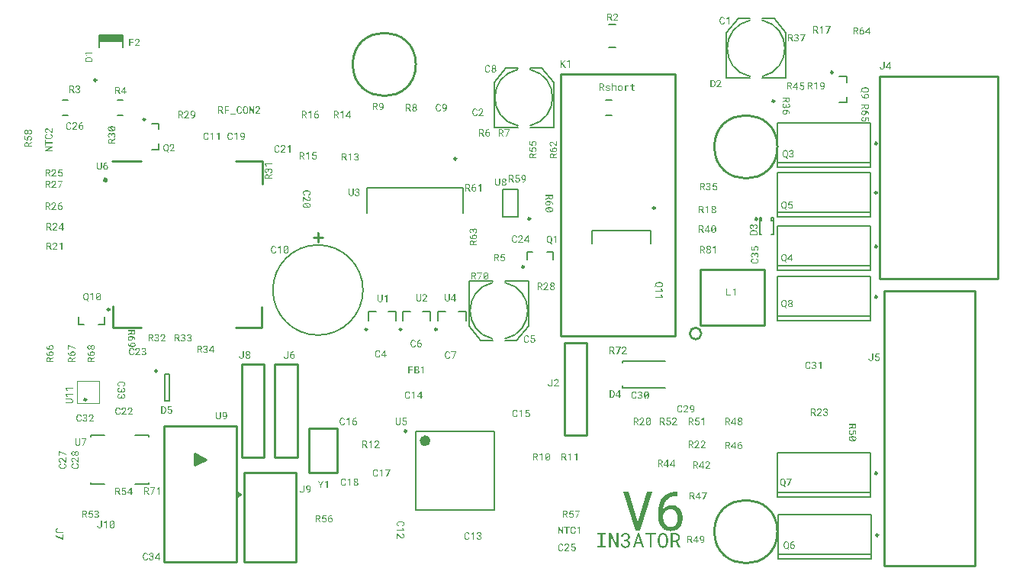
<source format=gto>
G04 Layer_Color=15132400*
%FSLAX25Y25*%
%MOIN*%
G70*
G01*
G75*
%ADD45C,0.00800*%
%ADD48C,0.01000*%
%ADD81C,0.00984*%
%ADD82C,0.02362*%
%ADD83C,0.00394*%
%ADD84C,0.00787*%
%ADD85R,0.10236X0.03062*%
G36*
X1937556Y1090267D02*
X1937612D01*
X1937679Y1090256D01*
X1937756Y1090245D01*
X1937828Y1090229D01*
X1937906Y1090206D01*
X1937917D01*
X1937939Y1090195D01*
X1937973Y1090179D01*
X1938023Y1090162D01*
X1938073Y1090134D01*
X1938128Y1090101D01*
X1938189Y1090062D01*
X1938245Y1090018D01*
X1938250Y1090012D01*
X1938267Y1089995D01*
X1938295Y1089968D01*
X1938322Y1089934D01*
X1938361Y1089884D01*
X1938395Y1089834D01*
X1938433Y1089773D01*
X1938467Y1089701D01*
X1938472Y1089690D01*
X1938478Y1089668D01*
X1938489Y1089629D01*
X1938506Y1089574D01*
X1938522Y1089513D01*
X1938533Y1089435D01*
X1938539Y1089352D01*
X1938544Y1089257D01*
Y1089246D01*
Y1089224D01*
X1938539Y1089185D01*
Y1089135D01*
X1938533Y1089080D01*
X1938522Y1089013D01*
X1938489Y1088880D01*
Y1088874D01*
X1938478Y1088852D01*
X1938467Y1088819D01*
X1938450Y1088774D01*
X1938422Y1088730D01*
X1938400Y1088675D01*
X1938328Y1088569D01*
X1938322Y1088564D01*
X1938306Y1088547D01*
X1938284Y1088525D01*
X1938250Y1088492D01*
X1938211Y1088458D01*
X1938161Y1088419D01*
X1938111Y1088381D01*
X1938050Y1088347D01*
X1938045Y1088342D01*
X1938017Y1088330D01*
X1937984Y1088319D01*
X1937934Y1088303D01*
X1937878Y1088281D01*
X1937812Y1088264D01*
X1937734Y1088247D01*
X1937651Y1088236D01*
Y1088630D01*
X1937662D01*
X1937695Y1088636D01*
X1937745Y1088652D01*
X1937806Y1088669D01*
X1937873Y1088691D01*
X1937945Y1088730D01*
X1938012Y1088774D01*
X1938073Y1088830D01*
X1938078Y1088836D01*
X1938095Y1088858D01*
X1938117Y1088897D01*
X1938139Y1088947D01*
X1938167Y1089008D01*
X1938189Y1089080D01*
X1938206Y1089163D01*
X1938211Y1089257D01*
Y1089263D01*
Y1089280D01*
X1938206Y1089307D01*
Y1089346D01*
X1938189Y1089424D01*
X1938161Y1089513D01*
Y1089518D01*
X1938150Y1089535D01*
X1938139Y1089552D01*
X1938123Y1089579D01*
X1938073Y1089646D01*
X1938012Y1089707D01*
X1938006Y1089712D01*
X1937995Y1089718D01*
X1937973Y1089735D01*
X1937945Y1089751D01*
X1937912Y1089768D01*
X1937873Y1089790D01*
X1937784Y1089824D01*
X1937778D01*
X1937762Y1089829D01*
X1937729Y1089834D01*
X1937695Y1089846D01*
X1937651Y1089851D01*
X1937595Y1089857D01*
X1937479Y1089862D01*
X1937423D01*
X1937384Y1089857D01*
X1937346Y1089851D01*
X1937296Y1089846D01*
X1937196Y1089818D01*
X1937190D01*
X1937173Y1089812D01*
X1937146Y1089801D01*
X1937118Y1089785D01*
X1937046Y1089746D01*
X1936968Y1089690D01*
X1936963Y1089685D01*
X1936952Y1089674D01*
X1936935Y1089657D01*
X1936913Y1089635D01*
X1936890Y1089601D01*
X1936863Y1089568D01*
X1936818Y1089485D01*
Y1089479D01*
X1936807Y1089463D01*
X1936802Y1089441D01*
X1936791Y1089407D01*
X1936780Y1089368D01*
X1936774Y1089324D01*
X1936763Y1089213D01*
Y1089207D01*
Y1089196D01*
Y1089180D01*
Y1089152D01*
X1936768Y1089096D01*
X1936780Y1089035D01*
Y1089030D01*
Y1089024D01*
X1936791Y1088991D01*
X1936802Y1088947D01*
X1936818Y1088902D01*
X1936824Y1088891D01*
X1936835Y1088863D01*
X1936852Y1088830D01*
X1936879Y1088791D01*
X1936885Y1088780D01*
X1936907Y1088758D01*
X1936935Y1088725D01*
X1936968Y1088686D01*
X1936885Y1088353D01*
X1935270Y1088519D01*
Y1090173D01*
X1935670D01*
Y1088863D01*
X1936530Y1088774D01*
Y1088780D01*
X1936519Y1088791D01*
X1936507Y1088813D01*
X1936496Y1088841D01*
X1936480Y1088874D01*
X1936469Y1088913D01*
X1936435Y1089002D01*
Y1089008D01*
X1936430Y1089024D01*
X1936419Y1089052D01*
X1936413Y1089091D01*
X1936402Y1089135D01*
X1936396Y1089185D01*
X1936391Y1089246D01*
Y1089307D01*
Y1089318D01*
Y1089346D01*
X1936396Y1089391D01*
X1936402Y1089446D01*
X1936408Y1089507D01*
X1936424Y1089574D01*
X1936441Y1089646D01*
X1936469Y1089712D01*
X1936474Y1089718D01*
X1936485Y1089740D01*
X1936502Y1089773D01*
X1936524Y1089818D01*
X1936558Y1089862D01*
X1936596Y1089912D01*
X1936641Y1089962D01*
X1936691Y1090012D01*
X1936696Y1090018D01*
X1936713Y1090034D01*
X1936746Y1090057D01*
X1936785Y1090084D01*
X1936835Y1090118D01*
X1936890Y1090151D01*
X1936957Y1090179D01*
X1937029Y1090206D01*
X1937040Y1090212D01*
X1937062Y1090217D01*
X1937107Y1090229D01*
X1937157Y1090240D01*
X1937223Y1090251D01*
X1937301Y1090262D01*
X1937384Y1090273D01*
X1937512D01*
X1937556Y1090267D01*
D02*
G37*
G36*
X2066981Y1142997D02*
X2065644Y1140000D01*
X2065211D01*
X2066543Y1142869D01*
X2064795D01*
Y1143230D01*
X2066981D01*
Y1142997D01*
D02*
G37*
G36*
X2063540Y1140000D02*
X2063130D01*
Y1142703D01*
X2062286Y1142381D01*
Y1142758D01*
X2063507Y1143230D01*
X2063540D01*
Y1140000D01*
D02*
G37*
G36*
X2013540Y1061500D02*
X2013130D01*
Y1064203D01*
X2012286Y1063881D01*
Y1064258D01*
X2013507Y1064730D01*
X2013540D01*
Y1061500D01*
D02*
G37*
G36*
X2010532Y1064725D02*
X2010588Y1064719D01*
X2010649Y1064713D01*
X2010721Y1064702D01*
X2010871Y1064664D01*
X2010882D01*
X2010904Y1064652D01*
X2010943Y1064636D01*
X2010987Y1064619D01*
X2011043Y1064591D01*
X2011104Y1064558D01*
X2011165Y1064525D01*
X2011221Y1064480D01*
X2011226Y1064475D01*
X2011243Y1064458D01*
X2011270Y1064436D01*
X2011304Y1064397D01*
X2011343Y1064358D01*
X2011382Y1064303D01*
X2011420Y1064247D01*
X2011454Y1064181D01*
X2011459Y1064175D01*
X2011470Y1064147D01*
X2011481Y1064114D01*
X2011498Y1064064D01*
X2011515Y1063997D01*
X2011531Y1063925D01*
X2011537Y1063848D01*
X2011542Y1063759D01*
Y1063753D01*
Y1063731D01*
Y1063703D01*
X2011537Y1063665D01*
X2011531Y1063620D01*
X2011526Y1063570D01*
X2011498Y1063470D01*
Y1063465D01*
X2011493Y1063448D01*
X2011481Y1063420D01*
X2011465Y1063393D01*
X2011426Y1063315D01*
X2011370Y1063232D01*
X2011365Y1063226D01*
X2011359Y1063215D01*
X2011343Y1063193D01*
X2011320Y1063171D01*
X2011259Y1063109D01*
X2011182Y1063043D01*
X2011176Y1063037D01*
X2011165Y1063032D01*
X2011137Y1063015D01*
X2011110Y1062993D01*
X2011076Y1062971D01*
X2011032Y1062949D01*
X2010938Y1062904D01*
X2011626Y1061522D01*
X2011620Y1061500D01*
X2011187D01*
X2010555Y1062815D01*
X2009905D01*
Y1061500D01*
X2009500D01*
Y1064730D01*
X2010488D01*
X2010532Y1064725D01*
D02*
G37*
G36*
X2016038Y1064769D02*
X2016088D01*
X2016143Y1064758D01*
X2016210Y1064747D01*
X2016277Y1064736D01*
X2016343Y1064713D01*
X2016349D01*
X2016371Y1064702D01*
X2016404Y1064686D01*
X2016449Y1064669D01*
X2016499Y1064641D01*
X2016549Y1064614D01*
X2016648Y1064536D01*
X2016654Y1064530D01*
X2016671Y1064514D01*
X2016693Y1064491D01*
X2016721Y1064458D01*
X2016754Y1064419D01*
X2016787Y1064375D01*
X2016820Y1064319D01*
X2016848Y1064258D01*
X2016854Y1064253D01*
X2016859Y1064231D01*
X2016870Y1064197D01*
X2016887Y1064153D01*
X2016898Y1064097D01*
X2016909Y1064036D01*
X2016915Y1063964D01*
X2016920Y1063887D01*
Y1063875D01*
Y1063848D01*
X2016915Y1063798D01*
X2016904Y1063742D01*
X2016887Y1063676D01*
X2016865Y1063603D01*
X2016837Y1063526D01*
X2016793Y1063454D01*
X2016787Y1063448D01*
X2016771Y1063420D01*
X2016743Y1063387D01*
X2016704Y1063348D01*
X2016654Y1063298D01*
X2016593Y1063248D01*
X2016526Y1063204D01*
X2016449Y1063159D01*
X2016454D01*
X2016471Y1063148D01*
X2016493Y1063137D01*
X2016521Y1063121D01*
X2016593Y1063082D01*
X2016671Y1063026D01*
X2016676Y1063021D01*
X2016687Y1063015D01*
X2016709Y1062998D01*
X2016732Y1062976D01*
X2016793Y1062915D01*
X2016848Y1062843D01*
X2016854Y1062838D01*
X2016859Y1062826D01*
X2016876Y1062804D01*
X2016887Y1062776D01*
X2016909Y1062743D01*
X2016926Y1062710D01*
X2016959Y1062621D01*
Y1062616D01*
X2016965Y1062599D01*
X2016970Y1062577D01*
X2016981Y1062549D01*
X2016987Y1062510D01*
X2016993Y1062466D01*
X2016998Y1062371D01*
Y1062360D01*
Y1062333D01*
X2016993Y1062294D01*
X2016987Y1062238D01*
X2016976Y1062177D01*
X2016965Y1062111D01*
X2016943Y1062044D01*
X2016915Y1061977D01*
X2016909Y1061972D01*
X2016898Y1061950D01*
X2016882Y1061916D01*
X2016854Y1061877D01*
X2016826Y1061833D01*
X2016787Y1061783D01*
X2016743Y1061733D01*
X2016693Y1061689D01*
X2016687Y1061683D01*
X2016671Y1061672D01*
X2016637Y1061650D01*
X2016598Y1061628D01*
X2016554Y1061600D01*
X2016499Y1061572D01*
X2016432Y1061544D01*
X2016365Y1061517D01*
X2016360D01*
X2016332Y1061506D01*
X2016299Y1061500D01*
X2016249Y1061489D01*
X2016188Y1061478D01*
X2016121Y1061467D01*
X2016049Y1061461D01*
X2015971Y1061456D01*
X2015932D01*
X2015894Y1061461D01*
X2015838D01*
X2015777Y1061467D01*
X2015710Y1061478D01*
X2015566Y1061511D01*
X2015561Y1061517D01*
X2015533Y1061522D01*
X2015500Y1061539D01*
X2015455Y1061555D01*
X2015405Y1061583D01*
X2015350Y1061611D01*
X2015239Y1061689D01*
X2015233Y1061694D01*
X2015216Y1061711D01*
X2015189Y1061733D01*
X2015161Y1061766D01*
X2015122Y1061811D01*
X2015089Y1061861D01*
X2015050Y1061916D01*
X2015017Y1061977D01*
X2015011Y1061983D01*
X2015006Y1062011D01*
X2014994Y1062044D01*
X2014978Y1062094D01*
X2014961Y1062149D01*
X2014950Y1062216D01*
X2014945Y1062288D01*
X2014939Y1062371D01*
Y1062377D01*
Y1062393D01*
Y1062421D01*
X2014945Y1062455D01*
X2014950Y1062493D01*
X2014956Y1062538D01*
X2014978Y1062627D01*
Y1062632D01*
X2014983Y1062649D01*
X2014994Y1062671D01*
X2015006Y1062699D01*
X2015039Y1062771D01*
X2015083Y1062849D01*
X2015089Y1062854D01*
X2015094Y1062865D01*
X2015111Y1062882D01*
X2015133Y1062910D01*
X2015189Y1062965D01*
X2015255Y1063026D01*
X2015261Y1063032D01*
X2015272Y1063043D01*
X2015294Y1063054D01*
X2015322Y1063076D01*
X2015355Y1063093D01*
X2015394Y1063115D01*
X2015483Y1063159D01*
X2015477D01*
X2015466Y1063171D01*
X2015444Y1063182D01*
X2015422Y1063198D01*
X2015355Y1063237D01*
X2015289Y1063287D01*
X2015283Y1063293D01*
X2015272Y1063298D01*
X2015255Y1063315D01*
X2015239Y1063337D01*
X2015189Y1063393D01*
X2015139Y1063454D01*
Y1063459D01*
X2015128Y1063470D01*
X2015122Y1063487D01*
X2015105Y1063515D01*
X2015078Y1063576D01*
X2015050Y1063653D01*
Y1063659D01*
X2015045Y1063676D01*
X2015039Y1063698D01*
X2015033Y1063725D01*
X2015028Y1063759D01*
X2015022Y1063798D01*
X2015017Y1063887D01*
Y1063898D01*
Y1063920D01*
X2015022Y1063964D01*
X2015028Y1064014D01*
X2015033Y1064070D01*
X2015045Y1064131D01*
X2015061Y1064197D01*
X2015083Y1064258D01*
X2015089Y1064264D01*
X2015094Y1064286D01*
X2015111Y1064319D01*
X2015133Y1064358D01*
X2015166Y1064397D01*
X2015200Y1064447D01*
X2015239Y1064491D01*
X2015283Y1064536D01*
X2015289Y1064541D01*
X2015305Y1064552D01*
X2015333Y1064575D01*
X2015366Y1064602D01*
X2015411Y1064630D01*
X2015466Y1064658D01*
X2015522Y1064686D01*
X2015583Y1064713D01*
X2015588Y1064719D01*
X2015611Y1064725D01*
X2015649Y1064736D01*
X2015694Y1064747D01*
X2015755Y1064758D01*
X2015816Y1064763D01*
X2015888Y1064775D01*
X2015999D01*
X2016038Y1064769D01*
D02*
G37*
G36*
X2060532Y1143225D02*
X2060588Y1143219D01*
X2060649Y1143213D01*
X2060721Y1143202D01*
X2060871Y1143163D01*
X2060882D01*
X2060904Y1143152D01*
X2060943Y1143136D01*
X2060987Y1143119D01*
X2061043Y1143091D01*
X2061104Y1143058D01*
X2061165Y1143025D01*
X2061221Y1142980D01*
X2061226Y1142975D01*
X2061243Y1142958D01*
X2061270Y1142936D01*
X2061304Y1142897D01*
X2061343Y1142858D01*
X2061382Y1142803D01*
X2061420Y1142747D01*
X2061454Y1142681D01*
X2061459Y1142675D01*
X2061470Y1142647D01*
X2061481Y1142614D01*
X2061498Y1142564D01*
X2061515Y1142498D01*
X2061531Y1142425D01*
X2061537Y1142348D01*
X2061542Y1142259D01*
Y1142253D01*
Y1142231D01*
Y1142203D01*
X2061537Y1142165D01*
X2061531Y1142120D01*
X2061526Y1142070D01*
X2061498Y1141970D01*
Y1141965D01*
X2061493Y1141948D01*
X2061481Y1141920D01*
X2061465Y1141893D01*
X2061426Y1141815D01*
X2061370Y1141732D01*
X2061365Y1141726D01*
X2061359Y1141715D01*
X2061343Y1141693D01*
X2061320Y1141671D01*
X2061259Y1141609D01*
X2061182Y1141543D01*
X2061176Y1141537D01*
X2061165Y1141532D01*
X2061137Y1141515D01*
X2061110Y1141493D01*
X2061076Y1141471D01*
X2061032Y1141449D01*
X2060938Y1141404D01*
X2061626Y1140022D01*
X2061620Y1140000D01*
X2061187D01*
X2060555Y1141315D01*
X2059905D01*
Y1140000D01*
X2059500D01*
Y1143230D01*
X2060488D01*
X2060532Y1143225D01*
D02*
G37*
G36*
X1837032Y1106225D02*
X1837088Y1106219D01*
X1837149Y1106213D01*
X1837221Y1106202D01*
X1837371Y1106164D01*
X1837382D01*
X1837404Y1106152D01*
X1837443Y1106136D01*
X1837487Y1106119D01*
X1837543Y1106091D01*
X1837604Y1106058D01*
X1837665Y1106025D01*
X1837720Y1105980D01*
X1837726Y1105975D01*
X1837743Y1105958D01*
X1837770Y1105936D01*
X1837804Y1105897D01*
X1837843Y1105858D01*
X1837881Y1105803D01*
X1837920Y1105747D01*
X1837954Y1105681D01*
X1837959Y1105675D01*
X1837970Y1105647D01*
X1837981Y1105614D01*
X1837998Y1105564D01*
X1838015Y1105497D01*
X1838031Y1105425D01*
X1838037Y1105348D01*
X1838042Y1105259D01*
Y1105253D01*
Y1105231D01*
Y1105203D01*
X1838037Y1105165D01*
X1838031Y1105120D01*
X1838026Y1105070D01*
X1837998Y1104970D01*
Y1104965D01*
X1837992Y1104948D01*
X1837981Y1104920D01*
X1837965Y1104893D01*
X1837926Y1104815D01*
X1837870Y1104732D01*
X1837865Y1104726D01*
X1837859Y1104715D01*
X1837843Y1104693D01*
X1837820Y1104671D01*
X1837759Y1104609D01*
X1837682Y1104543D01*
X1837676Y1104537D01*
X1837665Y1104532D01*
X1837637Y1104515D01*
X1837609Y1104493D01*
X1837576Y1104471D01*
X1837532Y1104449D01*
X1837437Y1104404D01*
X1838126Y1103022D01*
X1838120Y1103000D01*
X1837687D01*
X1837054Y1104315D01*
X1836405D01*
Y1103000D01*
X1836000D01*
Y1106230D01*
X1836988D01*
X1837032Y1106225D01*
D02*
G37*
G36*
X1842949Y1105864D02*
X1842838D01*
X1842788Y1105858D01*
X1842732Y1105853D01*
X1842671Y1105847D01*
X1842549Y1105819D01*
X1842543D01*
X1842521Y1105814D01*
X1842493Y1105803D01*
X1842455Y1105792D01*
X1842410Y1105775D01*
X1842360Y1105753D01*
X1842266Y1105703D01*
X1842260Y1105697D01*
X1842244Y1105692D01*
X1842221Y1105675D01*
X1842194Y1105653D01*
X1842127Y1105597D01*
X1842055Y1105531D01*
X1842049Y1105525D01*
X1842038Y1105514D01*
X1842022Y1105492D01*
X1842005Y1105464D01*
X1841977Y1105431D01*
X1841955Y1105398D01*
X1841905Y1105309D01*
Y1105303D01*
X1841894Y1105287D01*
X1841889Y1105264D01*
X1841872Y1105237D01*
X1841861Y1105198D01*
X1841844Y1105153D01*
X1841816Y1105059D01*
Y1105054D01*
X1841811Y1105037D01*
X1841805Y1105009D01*
X1841800Y1104976D01*
X1841794Y1104937D01*
X1841789Y1104893D01*
X1841777Y1104793D01*
X1841783Y1104798D01*
X1841789Y1104804D01*
X1841816Y1104832D01*
X1841861Y1104876D01*
X1841911Y1104920D01*
X1841916Y1104926D01*
X1841922Y1104931D01*
X1841939Y1104943D01*
X1841961Y1104954D01*
X1842016Y1104987D01*
X1842077Y1105020D01*
X1842083D01*
X1842094Y1105026D01*
X1842111Y1105037D01*
X1842133Y1105048D01*
X1842194Y1105065D01*
X1842266Y1105087D01*
X1842271D01*
X1842283Y1105092D01*
X1842305Y1105098D01*
X1842332Y1105103D01*
X1842399Y1105109D01*
X1842477Y1105115D01*
X1842516D01*
X1842566Y1105109D01*
X1842621Y1105103D01*
X1842688Y1105092D01*
X1842754Y1105076D01*
X1842826Y1105054D01*
X1842893Y1105020D01*
X1842899Y1105015D01*
X1842921Y1105004D01*
X1842954Y1104987D01*
X1842999Y1104959D01*
X1843043Y1104926D01*
X1843087Y1104881D01*
X1843137Y1104837D01*
X1843182Y1104782D01*
X1843187Y1104776D01*
X1843198Y1104754D01*
X1843221Y1104726D01*
X1843248Y1104682D01*
X1843276Y1104632D01*
X1843304Y1104571D01*
X1843326Y1104510D01*
X1843348Y1104437D01*
Y1104432D01*
X1843359Y1104404D01*
X1843365Y1104365D01*
X1843376Y1104321D01*
X1843387Y1104260D01*
X1843393Y1104193D01*
X1843404Y1104049D01*
Y1104038D01*
Y1104010D01*
X1843398Y1103966D01*
Y1103916D01*
X1843387Y1103849D01*
X1843376Y1103777D01*
X1843359Y1103705D01*
X1843337Y1103627D01*
Y1103616D01*
X1843326Y1103594D01*
X1843309Y1103555D01*
X1843293Y1103511D01*
X1843265Y1103455D01*
X1843232Y1103394D01*
X1843193Y1103333D01*
X1843148Y1103277D01*
X1843143Y1103272D01*
X1843126Y1103255D01*
X1843098Y1103228D01*
X1843060Y1103194D01*
X1843015Y1103155D01*
X1842960Y1103117D01*
X1842899Y1103072D01*
X1842832Y1103039D01*
X1842826Y1103033D01*
X1842799Y1103028D01*
X1842760Y1103011D01*
X1842710Y1103000D01*
X1842643Y1102983D01*
X1842571Y1102967D01*
X1842488Y1102961D01*
X1842399Y1102956D01*
X1842371D01*
X1842338Y1102961D01*
X1842294D01*
X1842244Y1102967D01*
X1842188Y1102978D01*
X1842077Y1103006D01*
X1842072D01*
X1842055Y1103017D01*
X1842027Y1103028D01*
X1841989Y1103039D01*
X1841905Y1103083D01*
X1841816Y1103139D01*
X1841811Y1103144D01*
X1841800Y1103155D01*
X1841777Y1103172D01*
X1841750Y1103200D01*
X1841717Y1103228D01*
X1841683Y1103266D01*
X1841617Y1103350D01*
X1841611Y1103355D01*
X1841606Y1103372D01*
X1841589Y1103394D01*
X1841567Y1103427D01*
X1841545Y1103466D01*
X1841522Y1103511D01*
X1841472Y1103605D01*
Y1103611D01*
X1841461Y1103627D01*
X1841456Y1103655D01*
X1841439Y1103694D01*
X1841428Y1103738D01*
X1841411Y1103788D01*
X1841389Y1103893D01*
Y1103899D01*
X1841384Y1103921D01*
X1841378Y1103949D01*
Y1103988D01*
X1841372Y1104032D01*
X1841367Y1104082D01*
X1841361Y1104193D01*
Y1104382D01*
Y1104393D01*
Y1104421D01*
Y1104465D01*
X1841367Y1104521D01*
Y1104587D01*
X1841372Y1104665D01*
X1841389Y1104826D01*
Y1104837D01*
X1841395Y1104865D01*
X1841400Y1104909D01*
X1841411Y1104965D01*
X1841422Y1105031D01*
X1841439Y1105103D01*
X1841483Y1105253D01*
X1841489Y1105264D01*
X1841495Y1105287D01*
X1841511Y1105325D01*
X1841533Y1105381D01*
X1841555Y1105436D01*
X1841589Y1105503D01*
X1841661Y1105636D01*
X1841666Y1105642D01*
X1841683Y1105669D01*
X1841705Y1105703D01*
X1841739Y1105742D01*
X1841783Y1105792D01*
X1841833Y1105847D01*
X1841889Y1105897D01*
X1841950Y1105947D01*
X1841955Y1105953D01*
X1841983Y1105969D01*
X1842016Y1105991D01*
X1842066Y1106025D01*
X1842122Y1106058D01*
X1842194Y1106091D01*
X1842271Y1106125D01*
X1842355Y1106152D01*
X1842360D01*
X1842366Y1106158D01*
X1842399Y1106164D01*
X1842449Y1106175D01*
X1842516Y1106191D01*
X1842593Y1106208D01*
X1842688Y1106219D01*
X1842793Y1106225D01*
X1842910Y1106230D01*
X1842949D01*
Y1105864D01*
D02*
G37*
G36*
X1799926Y1093500D02*
X1799516D01*
Y1096203D01*
X1798672Y1095881D01*
Y1096258D01*
X1799893Y1096730D01*
X1799926D01*
Y1093500D01*
D02*
G37*
G36*
X1937556Y1092992D02*
X1937612D01*
X1937679Y1092981D01*
X1937756Y1092970D01*
X1937828Y1092954D01*
X1937906Y1092931D01*
X1937917D01*
X1937939Y1092920D01*
X1937973Y1092904D01*
X1938023Y1092887D01*
X1938073Y1092859D01*
X1938128Y1092826D01*
X1938189Y1092787D01*
X1938245Y1092743D01*
X1938250Y1092737D01*
X1938267Y1092721D01*
X1938295Y1092693D01*
X1938322Y1092659D01*
X1938361Y1092610D01*
X1938395Y1092560D01*
X1938433Y1092499D01*
X1938467Y1092426D01*
X1938472Y1092415D01*
X1938478Y1092393D01*
X1938489Y1092354D01*
X1938506Y1092299D01*
X1938522Y1092238D01*
X1938533Y1092160D01*
X1938539Y1092077D01*
X1938544Y1091982D01*
Y1091971D01*
Y1091949D01*
X1938539Y1091910D01*
Y1091860D01*
X1938533Y1091805D01*
X1938522Y1091738D01*
X1938489Y1091605D01*
Y1091599D01*
X1938478Y1091577D01*
X1938467Y1091544D01*
X1938450Y1091500D01*
X1938422Y1091455D01*
X1938400Y1091400D01*
X1938328Y1091294D01*
X1938322Y1091289D01*
X1938306Y1091272D01*
X1938284Y1091250D01*
X1938250Y1091216D01*
X1938211Y1091183D01*
X1938161Y1091144D01*
X1938111Y1091105D01*
X1938050Y1091072D01*
X1938045Y1091067D01*
X1938017Y1091056D01*
X1937984Y1091044D01*
X1937934Y1091028D01*
X1937878Y1091006D01*
X1937812Y1090989D01*
X1937734Y1090972D01*
X1937651Y1090961D01*
Y1091355D01*
X1937662D01*
X1937695Y1091361D01*
X1937745Y1091377D01*
X1937806Y1091394D01*
X1937873Y1091416D01*
X1937945Y1091455D01*
X1938012Y1091500D01*
X1938073Y1091555D01*
X1938078Y1091561D01*
X1938095Y1091583D01*
X1938117Y1091622D01*
X1938139Y1091672D01*
X1938167Y1091733D01*
X1938189Y1091805D01*
X1938206Y1091888D01*
X1938211Y1091982D01*
Y1091988D01*
Y1092005D01*
X1938206Y1092032D01*
Y1092071D01*
X1938189Y1092149D01*
X1938161Y1092238D01*
Y1092243D01*
X1938150Y1092260D01*
X1938139Y1092276D01*
X1938123Y1092304D01*
X1938073Y1092371D01*
X1938012Y1092432D01*
X1938006Y1092437D01*
X1937995Y1092443D01*
X1937973Y1092460D01*
X1937945Y1092476D01*
X1937912Y1092493D01*
X1937873Y1092515D01*
X1937784Y1092548D01*
X1937778D01*
X1937762Y1092554D01*
X1937729Y1092560D01*
X1937695Y1092571D01*
X1937651Y1092576D01*
X1937595Y1092582D01*
X1937479Y1092587D01*
X1937423D01*
X1937384Y1092582D01*
X1937346Y1092576D01*
X1937296Y1092571D01*
X1937196Y1092543D01*
X1937190D01*
X1937173Y1092537D01*
X1937146Y1092526D01*
X1937118Y1092510D01*
X1937046Y1092471D01*
X1936968Y1092415D01*
X1936963Y1092410D01*
X1936952Y1092399D01*
X1936935Y1092382D01*
X1936913Y1092360D01*
X1936890Y1092327D01*
X1936863Y1092293D01*
X1936818Y1092210D01*
Y1092204D01*
X1936807Y1092188D01*
X1936802Y1092166D01*
X1936791Y1092132D01*
X1936780Y1092093D01*
X1936774Y1092049D01*
X1936763Y1091938D01*
Y1091932D01*
Y1091921D01*
Y1091905D01*
Y1091877D01*
X1936768Y1091821D01*
X1936780Y1091760D01*
Y1091755D01*
Y1091749D01*
X1936791Y1091716D01*
X1936802Y1091672D01*
X1936818Y1091627D01*
X1936824Y1091616D01*
X1936835Y1091588D01*
X1936852Y1091555D01*
X1936879Y1091516D01*
X1936885Y1091505D01*
X1936907Y1091483D01*
X1936935Y1091450D01*
X1936968Y1091411D01*
X1936885Y1091078D01*
X1935270Y1091244D01*
Y1092898D01*
X1935670D01*
Y1091588D01*
X1936530Y1091500D01*
Y1091505D01*
X1936519Y1091516D01*
X1936507Y1091538D01*
X1936496Y1091566D01*
X1936480Y1091599D01*
X1936469Y1091638D01*
X1936435Y1091727D01*
Y1091733D01*
X1936430Y1091749D01*
X1936419Y1091777D01*
X1936413Y1091816D01*
X1936402Y1091860D01*
X1936396Y1091910D01*
X1936391Y1091971D01*
Y1092032D01*
Y1092043D01*
Y1092071D01*
X1936396Y1092116D01*
X1936402Y1092171D01*
X1936408Y1092232D01*
X1936424Y1092299D01*
X1936441Y1092371D01*
X1936469Y1092437D01*
X1936474Y1092443D01*
X1936485Y1092465D01*
X1936502Y1092499D01*
X1936524Y1092543D01*
X1936558Y1092587D01*
X1936596Y1092637D01*
X1936641Y1092687D01*
X1936691Y1092737D01*
X1936696Y1092743D01*
X1936713Y1092759D01*
X1936746Y1092782D01*
X1936785Y1092809D01*
X1936835Y1092843D01*
X1936890Y1092876D01*
X1936957Y1092904D01*
X1937029Y1092931D01*
X1937040Y1092937D01*
X1937062Y1092943D01*
X1937107Y1092954D01*
X1937157Y1092965D01*
X1937223Y1092976D01*
X1937301Y1092987D01*
X1937384Y1092998D01*
X1937512D01*
X1937556Y1092992D01*
D02*
G37*
G36*
X1797201Y1093500D02*
X1796791D01*
Y1096203D01*
X1795947Y1095881D01*
Y1096258D01*
X1797168Y1096730D01*
X1797201D01*
Y1093500D01*
D02*
G37*
G36*
X1840040Y1103000D02*
X1839630D01*
Y1105703D01*
X1838786Y1105381D01*
Y1105758D01*
X1840007Y1106230D01*
X1840040D01*
Y1103000D01*
D02*
G37*
G36*
X1829166Y1047269D02*
X1829227Y1047263D01*
X1829293Y1047252D01*
X1829371Y1047236D01*
X1829449Y1047213D01*
X1829521Y1047186D01*
X1829532Y1047180D01*
X1829554Y1047169D01*
X1829587Y1047152D01*
X1829637Y1047125D01*
X1829687Y1047086D01*
X1829743Y1047047D01*
X1829798Y1046997D01*
X1829848Y1046936D01*
X1829854Y1046930D01*
X1829870Y1046908D01*
X1829893Y1046875D01*
X1829926Y1046825D01*
X1829959Y1046769D01*
X1829992Y1046697D01*
X1830026Y1046620D01*
X1830054Y1046536D01*
X1830059Y1046525D01*
X1830065Y1046492D01*
X1830076Y1046448D01*
X1830092Y1046381D01*
X1830103Y1046298D01*
X1830115Y1046209D01*
X1830120Y1046103D01*
X1830126Y1045992D01*
Y1045232D01*
Y1045226D01*
Y1045221D01*
Y1045204D01*
Y1045182D01*
X1830120Y1045121D01*
X1830115Y1045049D01*
X1830109Y1044966D01*
X1830098Y1044871D01*
X1830076Y1044783D01*
X1830054Y1044688D01*
X1830048Y1044677D01*
X1830042Y1044649D01*
X1830026Y1044605D01*
X1830004Y1044549D01*
X1829970Y1044483D01*
X1829937Y1044416D01*
X1829898Y1044350D01*
X1829848Y1044283D01*
X1829843Y1044277D01*
X1829826Y1044255D01*
X1829798Y1044228D01*
X1829759Y1044194D01*
X1829709Y1044155D01*
X1829654Y1044111D01*
X1829593Y1044072D01*
X1829521Y1044039D01*
X1829510Y1044033D01*
X1829487Y1044028D01*
X1829449Y1044011D01*
X1829393Y1044000D01*
X1829326Y1043983D01*
X1829254Y1043967D01*
X1829171Y1043961D01*
X1829082Y1043956D01*
X1829038D01*
X1828993Y1043961D01*
X1828932Y1043967D01*
X1828866Y1043978D01*
X1828788Y1043989D01*
X1828716Y1044011D01*
X1828638Y1044039D01*
X1828627Y1044044D01*
X1828605Y1044055D01*
X1828572Y1044072D01*
X1828522Y1044100D01*
X1828472Y1044133D01*
X1828416Y1044178D01*
X1828361Y1044228D01*
X1828305Y1044283D01*
X1828300Y1044289D01*
X1828283Y1044311D01*
X1828261Y1044350D01*
X1828228Y1044394D01*
X1828194Y1044455D01*
X1828161Y1044522D01*
X1828128Y1044605D01*
X1828100Y1044688D01*
Y1044694D01*
X1828094Y1044699D01*
X1828089Y1044733D01*
X1828078Y1044783D01*
X1828067Y1044844D01*
X1828050Y1044927D01*
X1828039Y1045021D01*
X1828033Y1045121D01*
X1828028Y1045232D01*
Y1045992D01*
Y1045998D01*
Y1046004D01*
Y1046020D01*
Y1046042D01*
X1828033Y1046103D01*
X1828039Y1046176D01*
X1828045Y1046259D01*
X1828061Y1046353D01*
X1828078Y1046442D01*
X1828100Y1046536D01*
Y1046542D01*
X1828106Y1046548D01*
X1828111Y1046575D01*
X1828128Y1046620D01*
X1828155Y1046675D01*
X1828183Y1046742D01*
X1828217Y1046808D01*
X1828261Y1046875D01*
X1828305Y1046936D01*
X1828311Y1046941D01*
X1828328Y1046964D01*
X1828355Y1046992D01*
X1828394Y1047030D01*
X1828444Y1047069D01*
X1828500Y1047114D01*
X1828561Y1047152D01*
X1828633Y1047186D01*
X1828644Y1047191D01*
X1828666Y1047202D01*
X1828705Y1047213D01*
X1828760Y1047230D01*
X1828827Y1047247D01*
X1828905Y1047263D01*
X1828988Y1047269D01*
X1829077Y1047274D01*
X1829121D01*
X1829166Y1047269D01*
D02*
G37*
G36*
X1826701Y1044000D02*
X1826291D01*
Y1046703D01*
X1825447Y1046381D01*
Y1046758D01*
X1826668Y1047230D01*
X1826701D01*
Y1044000D01*
D02*
G37*
G36*
X1984641Y972269D02*
X1984696Y972263D01*
X1984757Y972258D01*
X1984830Y972247D01*
X1984896Y972225D01*
X1984968Y972202D01*
X1984974Y972197D01*
X1985002Y972191D01*
X1985035Y972175D01*
X1985074Y972152D01*
X1985124Y972125D01*
X1985179Y972097D01*
X1985279Y972014D01*
X1985285Y972008D01*
X1985301Y971992D01*
X1985323Y971969D01*
X1985351Y971936D01*
X1985385Y971891D01*
X1985418Y971847D01*
X1985446Y971792D01*
X1985473Y971731D01*
X1985479Y971725D01*
X1985484Y971703D01*
X1985496Y971669D01*
X1985507Y971625D01*
X1985518Y971575D01*
X1985529Y971514D01*
X1985540Y971448D01*
Y971375D01*
Y971370D01*
Y971353D01*
Y971320D01*
X1985534Y971287D01*
X1985529Y971242D01*
X1985518Y971192D01*
X1985490Y971087D01*
Y971081D01*
X1985484Y971065D01*
X1985473Y971037D01*
X1985457Y970998D01*
X1985440Y970959D01*
X1985418Y970909D01*
X1985362Y970809D01*
X1985357Y970804D01*
X1985346Y970787D01*
X1985329Y970759D01*
X1985307Y970726D01*
X1985279Y970687D01*
X1985246Y970637D01*
X1985168Y970537D01*
X1985163Y970532D01*
X1985151Y970515D01*
X1985129Y970487D01*
X1985096Y970454D01*
X1985063Y970415D01*
X1985024Y970371D01*
X1984935Y970271D01*
X1984069Y969333D01*
X1985690D01*
Y969000D01*
X1983575D01*
Y969294D01*
X1984630Y970471D01*
X1984635Y970476D01*
X1984652Y970498D01*
X1984680Y970526D01*
X1984713Y970565D01*
X1984752Y970609D01*
X1984791Y970654D01*
X1984868Y970748D01*
X1984874Y970754D01*
X1984885Y970770D01*
X1984902Y970793D01*
X1984924Y970820D01*
X1984974Y970893D01*
X1985018Y970970D01*
X1985024Y970976D01*
X1985029Y970987D01*
X1985040Y971009D01*
X1985052Y971037D01*
X1985079Y971098D01*
X1985102Y971165D01*
Y971170D01*
X1985107Y971181D01*
X1985113Y971198D01*
X1985118Y971225D01*
X1985124Y971287D01*
X1985129Y971359D01*
Y971364D01*
Y971381D01*
Y971403D01*
X1985124Y971431D01*
X1985113Y971509D01*
X1985090Y971586D01*
Y971592D01*
X1985085Y971603D01*
X1985074Y971625D01*
X1985063Y971647D01*
X1985024Y971708D01*
X1984974Y971769D01*
X1984968Y971775D01*
X1984963Y971781D01*
X1984946Y971797D01*
X1984924Y971814D01*
X1984868Y971853D01*
X1984796Y971891D01*
X1984791D01*
X1984780Y971897D01*
X1984757Y971908D01*
X1984730Y971914D01*
X1984691Y971925D01*
X1984652Y971930D01*
X1984558Y971936D01*
X1984502D01*
X1984463Y971930D01*
X1984419Y971925D01*
X1984369Y971914D01*
X1984274Y971886D01*
X1984269D01*
X1984258Y971881D01*
X1984236Y971869D01*
X1984208Y971853D01*
X1984141Y971814D01*
X1984080Y971753D01*
X1984075Y971747D01*
X1984069Y971736D01*
X1984052Y971719D01*
X1984036Y971697D01*
X1984019Y971664D01*
X1983997Y971631D01*
X1983964Y971548D01*
Y971542D01*
X1983958Y971525D01*
X1983953Y971503D01*
X1983947Y971470D01*
X1983936Y971425D01*
X1983930Y971381D01*
X1983925Y971276D01*
X1983509D01*
Y971287D01*
Y971309D01*
X1983514Y971348D01*
X1983520Y971403D01*
X1983525Y971459D01*
X1983542Y971525D01*
X1983559Y971592D01*
X1983581Y971659D01*
X1983586Y971664D01*
X1983592Y971692D01*
X1983608Y971725D01*
X1983636Y971769D01*
X1983664Y971814D01*
X1983697Y971869D01*
X1983742Y971925D01*
X1983786Y971975D01*
X1983792Y971980D01*
X1983808Y971997D01*
X1983836Y972025D01*
X1983875Y972052D01*
X1983925Y972091D01*
X1983980Y972125D01*
X1984041Y972158D01*
X1984114Y972191D01*
X1984125Y972197D01*
X1984147Y972202D01*
X1984186Y972219D01*
X1984241Y972236D01*
X1984308Y972247D01*
X1984385Y972263D01*
X1984469Y972269D01*
X1984558Y972274D01*
X1984596D01*
X1984641Y972269D01*
D02*
G37*
G36*
X1728141Y1048769D02*
X1728196Y1048763D01*
X1728257Y1048758D01*
X1728329Y1048747D01*
X1728396Y1048725D01*
X1728468Y1048702D01*
X1728474Y1048697D01*
X1728502Y1048691D01*
X1728535Y1048675D01*
X1728574Y1048652D01*
X1728624Y1048625D01*
X1728679Y1048597D01*
X1728779Y1048514D01*
X1728785Y1048508D01*
X1728801Y1048491D01*
X1728823Y1048469D01*
X1728851Y1048436D01*
X1728885Y1048392D01*
X1728918Y1048347D01*
X1728946Y1048292D01*
X1728973Y1048231D01*
X1728979Y1048225D01*
X1728984Y1048203D01*
X1728996Y1048170D01*
X1729007Y1048125D01*
X1729018Y1048075D01*
X1729029Y1048014D01*
X1729040Y1047948D01*
Y1047875D01*
Y1047870D01*
Y1047853D01*
Y1047820D01*
X1729034Y1047787D01*
X1729029Y1047742D01*
X1729018Y1047692D01*
X1728990Y1047587D01*
Y1047581D01*
X1728984Y1047565D01*
X1728973Y1047537D01*
X1728957Y1047498D01*
X1728940Y1047459D01*
X1728918Y1047409D01*
X1728862Y1047309D01*
X1728857Y1047304D01*
X1728846Y1047287D01*
X1728829Y1047259D01*
X1728807Y1047226D01*
X1728779Y1047187D01*
X1728746Y1047137D01*
X1728668Y1047037D01*
X1728662Y1047032D01*
X1728651Y1047015D01*
X1728629Y1046987D01*
X1728596Y1046954D01*
X1728563Y1046915D01*
X1728524Y1046871D01*
X1728435Y1046771D01*
X1727569Y1045833D01*
X1729190D01*
Y1045500D01*
X1727075D01*
Y1045794D01*
X1728130Y1046971D01*
X1728135Y1046976D01*
X1728152Y1046999D01*
X1728180Y1047026D01*
X1728213Y1047065D01*
X1728252Y1047110D01*
X1728291Y1047154D01*
X1728368Y1047248D01*
X1728374Y1047254D01*
X1728385Y1047270D01*
X1728402Y1047293D01*
X1728424Y1047320D01*
X1728474Y1047392D01*
X1728518Y1047470D01*
X1728524Y1047476D01*
X1728529Y1047487D01*
X1728540Y1047509D01*
X1728551Y1047537D01*
X1728579Y1047598D01*
X1728601Y1047665D01*
Y1047670D01*
X1728607Y1047681D01*
X1728613Y1047698D01*
X1728618Y1047725D01*
X1728624Y1047787D01*
X1728629Y1047859D01*
Y1047864D01*
Y1047881D01*
Y1047903D01*
X1728624Y1047931D01*
X1728613Y1048009D01*
X1728590Y1048086D01*
Y1048092D01*
X1728585Y1048103D01*
X1728574Y1048125D01*
X1728563Y1048147D01*
X1728524Y1048208D01*
X1728474Y1048269D01*
X1728468Y1048275D01*
X1728463Y1048281D01*
X1728446Y1048297D01*
X1728424Y1048314D01*
X1728368Y1048353D01*
X1728296Y1048392D01*
X1728291D01*
X1728280Y1048397D01*
X1728257Y1048408D01*
X1728230Y1048414D01*
X1728191Y1048425D01*
X1728152Y1048430D01*
X1728057Y1048436D01*
X1728002D01*
X1727963Y1048430D01*
X1727919Y1048425D01*
X1727869Y1048414D01*
X1727774Y1048386D01*
X1727769D01*
X1727758Y1048380D01*
X1727736Y1048369D01*
X1727708Y1048353D01*
X1727641Y1048314D01*
X1727580Y1048253D01*
X1727575Y1048247D01*
X1727569Y1048236D01*
X1727552Y1048219D01*
X1727536Y1048197D01*
X1727519Y1048164D01*
X1727497Y1048131D01*
X1727464Y1048048D01*
Y1048042D01*
X1727458Y1048025D01*
X1727453Y1048003D01*
X1727447Y1047970D01*
X1727436Y1047925D01*
X1727430Y1047881D01*
X1727425Y1047775D01*
X1727009D01*
Y1047787D01*
Y1047809D01*
X1727014Y1047848D01*
X1727020Y1047903D01*
X1727025Y1047959D01*
X1727042Y1048025D01*
X1727059Y1048092D01*
X1727081Y1048158D01*
X1727086Y1048164D01*
X1727092Y1048192D01*
X1727109Y1048225D01*
X1727136Y1048269D01*
X1727164Y1048314D01*
X1727197Y1048369D01*
X1727242Y1048425D01*
X1727286Y1048475D01*
X1727292Y1048480D01*
X1727308Y1048497D01*
X1727336Y1048525D01*
X1727375Y1048553D01*
X1727425Y1048591D01*
X1727480Y1048625D01*
X1727541Y1048658D01*
X1727614Y1048691D01*
X1727625Y1048697D01*
X1727647Y1048702D01*
X1727686Y1048719D01*
X1727741Y1048736D01*
X1727808Y1048747D01*
X1727885Y1048763D01*
X1727969Y1048769D01*
X1728057Y1048775D01*
X1728096D01*
X1728141Y1048769D01*
D02*
G37*
G36*
X1725532Y1048725D02*
X1725588Y1048719D01*
X1725649Y1048713D01*
X1725721Y1048702D01*
X1725871Y1048664D01*
X1725882D01*
X1725904Y1048652D01*
X1725943Y1048636D01*
X1725987Y1048619D01*
X1726043Y1048591D01*
X1726104Y1048558D01*
X1726165Y1048525D01*
X1726221Y1048480D01*
X1726226Y1048475D01*
X1726243Y1048458D01*
X1726270Y1048436D01*
X1726304Y1048397D01*
X1726343Y1048358D01*
X1726381Y1048303D01*
X1726420Y1048247D01*
X1726454Y1048181D01*
X1726459Y1048175D01*
X1726470Y1048147D01*
X1726481Y1048114D01*
X1726498Y1048064D01*
X1726515Y1047997D01*
X1726531Y1047925D01*
X1726537Y1047848D01*
X1726542Y1047759D01*
Y1047753D01*
Y1047731D01*
Y1047703D01*
X1726537Y1047665D01*
X1726531Y1047620D01*
X1726526Y1047570D01*
X1726498Y1047470D01*
Y1047465D01*
X1726493Y1047448D01*
X1726481Y1047420D01*
X1726465Y1047392D01*
X1726426Y1047315D01*
X1726370Y1047232D01*
X1726365Y1047226D01*
X1726359Y1047215D01*
X1726343Y1047193D01*
X1726320Y1047171D01*
X1726259Y1047110D01*
X1726182Y1047043D01*
X1726176Y1047037D01*
X1726165Y1047032D01*
X1726137Y1047015D01*
X1726110Y1046993D01*
X1726076Y1046971D01*
X1726032Y1046949D01*
X1725937Y1046904D01*
X1726626Y1045522D01*
X1726620Y1045500D01*
X1726187D01*
X1725554Y1046815D01*
X1724905D01*
Y1045500D01*
X1724500D01*
Y1048730D01*
X1725488D01*
X1725532Y1048725D01*
D02*
G37*
G36*
X1945561Y986860D02*
Y986849D01*
Y986821D01*
X1945555Y986777D01*
X1945550Y986722D01*
X1945539Y986660D01*
X1945522Y986588D01*
X1945500Y986516D01*
X1945472Y986444D01*
X1945467Y986438D01*
X1945456Y986411D01*
X1945439Y986377D01*
X1945417Y986333D01*
X1945383Y986283D01*
X1945345Y986228D01*
X1945300Y986172D01*
X1945250Y986117D01*
X1945245Y986111D01*
X1945228Y986094D01*
X1945195Y986072D01*
X1945156Y986039D01*
X1945111Y986006D01*
X1945056Y985972D01*
X1944989Y985939D01*
X1944923Y985906D01*
X1944912Y985900D01*
X1944889Y985895D01*
X1944851Y985884D01*
X1944801Y985872D01*
X1944740Y985856D01*
X1944667Y985845D01*
X1944595Y985839D01*
X1944512Y985833D01*
X1944473D01*
X1944429Y985839D01*
X1944373Y985845D01*
X1944312Y985850D01*
X1944240Y985861D01*
X1944168Y985878D01*
X1944096Y985900D01*
X1944090Y985906D01*
X1944062Y985911D01*
X1944029Y985928D01*
X1943985Y985950D01*
X1943935Y985978D01*
X1943885Y986011D01*
X1943829Y986050D01*
X1943774Y986094D01*
X1943768Y986100D01*
X1943752Y986117D01*
X1943730Y986144D01*
X1943696Y986183D01*
X1943663Y986228D01*
X1943624Y986277D01*
X1943591Y986333D01*
X1943557Y986400D01*
X1943552Y986411D01*
X1943546Y986433D01*
X1943530Y986472D01*
X1943513Y986522D01*
X1943496Y986583D01*
X1943480Y986649D01*
X1943469Y986727D01*
X1943457Y986810D01*
X1943874D01*
Y986805D01*
Y986788D01*
X1943879Y986760D01*
X1943885Y986727D01*
X1943896Y986644D01*
X1943924Y986555D01*
Y986549D01*
X1943935Y986538D01*
X1943946Y986516D01*
X1943957Y986489D01*
X1944002Y986422D01*
X1944057Y986355D01*
X1944062Y986350D01*
X1944074Y986344D01*
X1944090Y986327D01*
X1944113Y986305D01*
X1944173Y986267D01*
X1944251Y986222D01*
X1944257D01*
X1944273Y986217D01*
X1944296Y986211D01*
X1944329Y986200D01*
X1944368Y986194D01*
X1944412Y986183D01*
X1944512Y986178D01*
X1944534D01*
X1944562Y986183D01*
X1944601D01*
X1944684Y986200D01*
X1944773Y986233D01*
X1944778D01*
X1944795Y986244D01*
X1944812Y986255D01*
X1944839Y986272D01*
X1944906Y986316D01*
X1944967Y986377D01*
X1944973Y986383D01*
X1944978Y986394D01*
X1944995Y986416D01*
X1945012Y986438D01*
X1945034Y986472D01*
X1945056Y986511D01*
X1945089Y986594D01*
Y986600D01*
X1945095Y986616D01*
X1945106Y986644D01*
X1945111Y986677D01*
X1945123Y986716D01*
X1945128Y986760D01*
X1945139Y986860D01*
Y989108D01*
X1945561D01*
Y986860D01*
D02*
G37*
G36*
X1982032Y972225D02*
X1982088Y972219D01*
X1982149Y972213D01*
X1982221Y972202D01*
X1982371Y972163D01*
X1982382D01*
X1982404Y972152D01*
X1982443Y972136D01*
X1982487Y972119D01*
X1982543Y972091D01*
X1982604Y972058D01*
X1982665Y972025D01*
X1982721Y971980D01*
X1982726Y971975D01*
X1982743Y971958D01*
X1982770Y971936D01*
X1982804Y971897D01*
X1982843Y971858D01*
X1982882Y971803D01*
X1982920Y971747D01*
X1982954Y971681D01*
X1982959Y971675D01*
X1982970Y971647D01*
X1982981Y971614D01*
X1982998Y971564D01*
X1983015Y971498D01*
X1983031Y971425D01*
X1983037Y971348D01*
X1983042Y971259D01*
Y971253D01*
Y971231D01*
Y971203D01*
X1983037Y971165D01*
X1983031Y971120D01*
X1983026Y971070D01*
X1982998Y970970D01*
Y970965D01*
X1982993Y970948D01*
X1982981Y970920D01*
X1982965Y970893D01*
X1982926Y970815D01*
X1982870Y970732D01*
X1982865Y970726D01*
X1982859Y970715D01*
X1982843Y970693D01*
X1982820Y970671D01*
X1982759Y970609D01*
X1982682Y970543D01*
X1982676Y970537D01*
X1982665Y970532D01*
X1982637Y970515D01*
X1982610Y970493D01*
X1982576Y970471D01*
X1982532Y970449D01*
X1982438Y970404D01*
X1983126Y969022D01*
X1983120Y969000D01*
X1982687D01*
X1982055Y970315D01*
X1981405D01*
Y969000D01*
X1981000D01*
Y972230D01*
X1981988D01*
X1982032Y972225D01*
D02*
G37*
G36*
X2058032Y1118725D02*
X2058088Y1118719D01*
X2058149Y1118713D01*
X2058221Y1118702D01*
X2058371Y1118664D01*
X2058382D01*
X2058404Y1118652D01*
X2058443Y1118636D01*
X2058487Y1118619D01*
X2058543Y1118591D01*
X2058604Y1118558D01*
X2058665Y1118525D01*
X2058721Y1118480D01*
X2058726Y1118475D01*
X2058743Y1118458D01*
X2058770Y1118436D01*
X2058804Y1118397D01*
X2058843Y1118358D01*
X2058882Y1118303D01*
X2058920Y1118247D01*
X2058954Y1118181D01*
X2058959Y1118175D01*
X2058970Y1118147D01*
X2058981Y1118114D01*
X2058998Y1118064D01*
X2059015Y1117997D01*
X2059031Y1117925D01*
X2059037Y1117848D01*
X2059042Y1117759D01*
Y1117753D01*
Y1117731D01*
Y1117703D01*
X2059037Y1117665D01*
X2059031Y1117620D01*
X2059026Y1117570D01*
X2058998Y1117470D01*
Y1117465D01*
X2058993Y1117448D01*
X2058981Y1117420D01*
X2058965Y1117393D01*
X2058926Y1117315D01*
X2058870Y1117232D01*
X2058865Y1117226D01*
X2058859Y1117215D01*
X2058843Y1117193D01*
X2058820Y1117171D01*
X2058759Y1117109D01*
X2058682Y1117043D01*
X2058676Y1117037D01*
X2058665Y1117032D01*
X2058637Y1117015D01*
X2058610Y1116993D01*
X2058576Y1116971D01*
X2058532Y1116949D01*
X2058438Y1116904D01*
X2059126Y1115522D01*
X2059120Y1115500D01*
X2058687D01*
X2058055Y1116815D01*
X2057405D01*
Y1115500D01*
X2057000D01*
Y1118730D01*
X2057988D01*
X2058032Y1118725D01*
D02*
G37*
G36*
X1823732Y1047269D02*
X1823788Y1047263D01*
X1823854Y1047258D01*
X1823932Y1047241D01*
X1824004Y1047225D01*
X1824076Y1047197D01*
X1824087Y1047191D01*
X1824109Y1047186D01*
X1824143Y1047169D01*
X1824193Y1047141D01*
X1824243Y1047114D01*
X1824298Y1047080D01*
X1824354Y1047036D01*
X1824404Y1046986D01*
X1824409Y1046980D01*
X1824426Y1046964D01*
X1824454Y1046936D01*
X1824481Y1046897D01*
X1824520Y1046847D01*
X1824553Y1046792D01*
X1824592Y1046731D01*
X1824626Y1046659D01*
X1824631Y1046647D01*
X1824637Y1046625D01*
X1824653Y1046586D01*
X1824670Y1046536D01*
X1824692Y1046475D01*
X1824709Y1046403D01*
X1824726Y1046320D01*
X1824737Y1046237D01*
X1824326D01*
Y1046242D01*
X1824320Y1046264D01*
Y1046292D01*
X1824309Y1046325D01*
X1824304Y1046370D01*
X1824293Y1046414D01*
X1824259Y1046509D01*
Y1046514D01*
X1824248Y1046531D01*
X1824237Y1046553D01*
X1824226Y1046586D01*
X1824182Y1046659D01*
X1824126Y1046731D01*
X1824121Y1046736D01*
X1824109Y1046747D01*
X1824093Y1046764D01*
X1824071Y1046786D01*
X1824010Y1046836D01*
X1823926Y1046881D01*
X1823921D01*
X1823904Y1046891D01*
X1823882Y1046897D01*
X1823849Y1046908D01*
X1823804Y1046919D01*
X1823760Y1046925D01*
X1823704Y1046936D01*
X1823593D01*
X1823560Y1046930D01*
X1823477Y1046914D01*
X1823388Y1046886D01*
X1823382D01*
X1823371Y1046881D01*
X1823349Y1046869D01*
X1823321Y1046853D01*
X1823260Y1046814D01*
X1823194Y1046758D01*
X1823188Y1046753D01*
X1823183Y1046747D01*
X1823166Y1046731D01*
X1823144Y1046708D01*
X1823099Y1046647D01*
X1823055Y1046570D01*
Y1046564D01*
X1823050Y1046553D01*
X1823038Y1046531D01*
X1823027Y1046498D01*
X1823011Y1046464D01*
X1823000Y1046425D01*
X1822972Y1046336D01*
Y1046331D01*
X1822966Y1046314D01*
X1822961Y1046292D01*
X1822955Y1046259D01*
X1822944Y1046220D01*
X1822939Y1046181D01*
X1822922Y1046087D01*
Y1046081D01*
Y1046065D01*
X1822916Y1046042D01*
Y1046009D01*
X1822911Y1045931D01*
Y1045843D01*
Y1045387D01*
Y1045382D01*
Y1045365D01*
Y1045343D01*
Y1045310D01*
X1822916Y1045271D01*
Y1045232D01*
X1822922Y1045138D01*
Y1045132D01*
X1822927Y1045116D01*
Y1045093D01*
X1822933Y1045060D01*
X1822944Y1045021D01*
X1822950Y1044977D01*
X1822972Y1044888D01*
Y1044882D01*
X1822977Y1044866D01*
X1822983Y1044844D01*
X1822994Y1044816D01*
X1823022Y1044738D01*
X1823055Y1044655D01*
Y1044649D01*
X1823066Y1044638D01*
X1823077Y1044616D01*
X1823094Y1044594D01*
X1823138Y1044533D01*
X1823194Y1044466D01*
X1823199Y1044461D01*
X1823210Y1044455D01*
X1823227Y1044438D01*
X1823249Y1044416D01*
X1823310Y1044377D01*
X1823388Y1044333D01*
X1823393D01*
X1823410Y1044327D01*
X1823432Y1044316D01*
X1823460Y1044311D01*
X1823499Y1044300D01*
X1823543Y1044289D01*
X1823643Y1044283D01*
X1823671D01*
X1823704Y1044289D01*
X1823743D01*
X1823832Y1044305D01*
X1823926Y1044333D01*
X1823932D01*
X1823948Y1044344D01*
X1823965Y1044355D01*
X1823993Y1044372D01*
X1824059Y1044416D01*
X1824126Y1044477D01*
X1824132Y1044483D01*
X1824143Y1044494D01*
X1824154Y1044516D01*
X1824176Y1044538D01*
X1824193Y1044572D01*
X1824215Y1044611D01*
X1824259Y1044694D01*
Y1044699D01*
X1824265Y1044716D01*
X1824276Y1044744D01*
X1824287Y1044777D01*
X1824298Y1044816D01*
X1824309Y1044866D01*
X1824326Y1044971D01*
X1824737D01*
Y1044960D01*
X1824731Y1044932D01*
X1824726Y1044888D01*
X1824714Y1044833D01*
X1824698Y1044771D01*
X1824676Y1044699D01*
X1824653Y1044627D01*
X1824620Y1044555D01*
X1824615Y1044549D01*
X1824603Y1044522D01*
X1824587Y1044488D01*
X1824559Y1044444D01*
X1824531Y1044394D01*
X1824492Y1044344D01*
X1824448Y1044289D01*
X1824398Y1044233D01*
X1824393Y1044228D01*
X1824376Y1044211D01*
X1824343Y1044189D01*
X1824304Y1044155D01*
X1824254Y1044122D01*
X1824198Y1044089D01*
X1824137Y1044055D01*
X1824065Y1044028D01*
X1824054Y1044022D01*
X1824032Y1044017D01*
X1823993Y1044006D01*
X1823943Y1043994D01*
X1823882Y1043978D01*
X1823810Y1043967D01*
X1823727Y1043961D01*
X1823643Y1043956D01*
X1823610D01*
X1823571Y1043961D01*
X1823521D01*
X1823466Y1043967D01*
X1823405Y1043978D01*
X1823282Y1044011D01*
X1823277D01*
X1823255Y1044022D01*
X1823227Y1044033D01*
X1823188Y1044050D01*
X1823144Y1044072D01*
X1823094Y1044100D01*
X1822994Y1044166D01*
X1822988Y1044172D01*
X1822972Y1044183D01*
X1822950Y1044205D01*
X1822916Y1044233D01*
X1822883Y1044266D01*
X1822844Y1044305D01*
X1822772Y1044400D01*
X1822766Y1044405D01*
X1822755Y1044422D01*
X1822739Y1044450D01*
X1822716Y1044488D01*
X1822694Y1044533D01*
X1822667Y1044583D01*
X1822617Y1044694D01*
Y1044699D01*
X1822605Y1044722D01*
X1822594Y1044755D01*
X1822583Y1044794D01*
X1822567Y1044844D01*
X1822556Y1044905D01*
X1822528Y1045027D01*
Y1045032D01*
X1822522Y1045060D01*
X1822517Y1045093D01*
X1822511Y1045138D01*
X1822506Y1045193D01*
X1822500Y1045254D01*
X1822495Y1045387D01*
Y1045837D01*
Y1045843D01*
Y1045870D01*
X1822500Y1045904D01*
Y1045948D01*
X1822506Y1046004D01*
X1822511Y1046065D01*
X1822528Y1046192D01*
Y1046198D01*
X1822533Y1046220D01*
X1822539Y1046259D01*
X1822550Y1046303D01*
X1822561Y1046353D01*
X1822578Y1046409D01*
X1822617Y1046525D01*
X1822622Y1046531D01*
X1822628Y1046553D01*
X1822639Y1046581D01*
X1822661Y1046625D01*
X1822683Y1046669D01*
X1822705Y1046719D01*
X1822772Y1046819D01*
X1822778Y1046825D01*
X1822789Y1046842D01*
X1822811Y1046869D01*
X1822833Y1046903D01*
X1822866Y1046941D01*
X1822905Y1046980D01*
X1822994Y1047058D01*
X1823000Y1047064D01*
X1823016Y1047075D01*
X1823044Y1047091D01*
X1823077Y1047114D01*
X1823122Y1047141D01*
X1823171Y1047163D01*
X1823282Y1047213D01*
X1823288Y1047219D01*
X1823310Y1047225D01*
X1823344Y1047236D01*
X1823388Y1047247D01*
X1823443Y1047258D01*
X1823505Y1047263D01*
X1823571Y1047274D01*
X1823682D01*
X1823732Y1047269D01*
D02*
G37*
G36*
X1938500Y1087620D02*
Y1087187D01*
X1937185Y1086555D01*
Y1085905D01*
X1938500D01*
Y1085500D01*
X1935270D01*
Y1086449D01*
Y1086460D01*
Y1086488D01*
X1935275Y1086532D01*
X1935281Y1086588D01*
X1935287Y1086649D01*
X1935298Y1086721D01*
X1935336Y1086871D01*
Y1086882D01*
X1935348Y1086904D01*
X1935364Y1086943D01*
X1935381Y1086987D01*
X1935409Y1087043D01*
X1935442Y1087104D01*
X1935475Y1087165D01*
X1935520Y1087220D01*
X1935525Y1087226D01*
X1935542Y1087243D01*
X1935564Y1087270D01*
X1935603Y1087304D01*
X1935642Y1087343D01*
X1935697Y1087381D01*
X1935753Y1087420D01*
X1935819Y1087454D01*
X1935825Y1087459D01*
X1935853Y1087470D01*
X1935886Y1087481D01*
X1935936Y1087498D01*
X1936003Y1087515D01*
X1936075Y1087531D01*
X1936152Y1087537D01*
X1936241Y1087542D01*
X1936297D01*
X1936336Y1087537D01*
X1936380Y1087531D01*
X1936430Y1087526D01*
X1936530Y1087498D01*
X1936535D01*
X1936552Y1087492D01*
X1936580Y1087481D01*
X1936607Y1087465D01*
X1936685Y1087426D01*
X1936768Y1087370D01*
X1936774Y1087365D01*
X1936785Y1087359D01*
X1936807Y1087343D01*
X1936829Y1087320D01*
X1936890Y1087259D01*
X1936957Y1087182D01*
X1936963Y1087176D01*
X1936968Y1087165D01*
X1936985Y1087137D01*
X1937007Y1087109D01*
X1937029Y1087076D01*
X1937052Y1087032D01*
X1937096Y1086937D01*
X1938478Y1087626D01*
X1938500Y1087620D01*
D02*
G37*
G36*
X1987505Y972269D02*
X1987566Y972263D01*
X1987632Y972252D01*
X1987710Y972236D01*
X1987788Y972213D01*
X1987860Y972186D01*
X1987871Y972180D01*
X1987893Y972169D01*
X1987926Y972152D01*
X1987976Y972125D01*
X1988026Y972086D01*
X1988082Y972047D01*
X1988137Y971997D01*
X1988187Y971936D01*
X1988193Y971930D01*
X1988209Y971908D01*
X1988232Y971875D01*
X1988265Y971825D01*
X1988298Y971769D01*
X1988332Y971697D01*
X1988365Y971620D01*
X1988393Y971536D01*
X1988398Y971525D01*
X1988404Y971492D01*
X1988415Y971448D01*
X1988432Y971381D01*
X1988443Y971298D01*
X1988454Y971209D01*
X1988459Y971103D01*
X1988465Y970992D01*
Y970232D01*
Y970226D01*
Y970221D01*
Y970204D01*
Y970182D01*
X1988459Y970121D01*
X1988454Y970049D01*
X1988448Y969966D01*
X1988437Y969871D01*
X1988415Y969783D01*
X1988393Y969688D01*
X1988387Y969677D01*
X1988382Y969649D01*
X1988365Y969605D01*
X1988343Y969549D01*
X1988309Y969483D01*
X1988276Y969416D01*
X1988237Y969350D01*
X1988187Y969283D01*
X1988182Y969277D01*
X1988165Y969255D01*
X1988137Y969228D01*
X1988098Y969194D01*
X1988049Y969155D01*
X1987993Y969111D01*
X1987932Y969072D01*
X1987860Y969039D01*
X1987849Y969033D01*
X1987827Y969028D01*
X1987788Y969011D01*
X1987732Y969000D01*
X1987666Y968983D01*
X1987593Y968967D01*
X1987510Y968961D01*
X1987421Y968956D01*
X1987377D01*
X1987333Y968961D01*
X1987271Y968967D01*
X1987205Y968978D01*
X1987127Y968989D01*
X1987055Y969011D01*
X1986977Y969039D01*
X1986966Y969044D01*
X1986944Y969055D01*
X1986911Y969072D01*
X1986861Y969100D01*
X1986811Y969133D01*
X1986755Y969178D01*
X1986700Y969228D01*
X1986644Y969283D01*
X1986639Y969289D01*
X1986622Y969311D01*
X1986600Y969350D01*
X1986567Y969394D01*
X1986533Y969455D01*
X1986500Y969522D01*
X1986467Y969605D01*
X1986439Y969688D01*
Y969694D01*
X1986433Y969699D01*
X1986428Y969733D01*
X1986417Y969783D01*
X1986406Y969844D01*
X1986389Y969927D01*
X1986378Y970021D01*
X1986372Y970121D01*
X1986367Y970232D01*
Y970992D01*
Y970998D01*
Y971004D01*
Y971020D01*
Y971042D01*
X1986372Y971103D01*
X1986378Y971176D01*
X1986383Y971259D01*
X1986400Y971353D01*
X1986417Y971442D01*
X1986439Y971536D01*
Y971542D01*
X1986445Y971548D01*
X1986450Y971575D01*
X1986467Y971620D01*
X1986494Y971675D01*
X1986522Y971742D01*
X1986555Y971808D01*
X1986600Y971875D01*
X1986644Y971936D01*
X1986650Y971941D01*
X1986666Y971964D01*
X1986694Y971992D01*
X1986733Y972030D01*
X1986783Y972069D01*
X1986839Y972114D01*
X1986900Y972152D01*
X1986972Y972186D01*
X1986983Y972191D01*
X1987005Y972202D01*
X1987044Y972213D01*
X1987099Y972230D01*
X1987166Y972247D01*
X1987244Y972263D01*
X1987327Y972269D01*
X1987416Y972274D01*
X1987460D01*
X1987505Y972269D01*
D02*
G37*
G36*
X2063488Y1118769D02*
X2063543Y1118763D01*
X2063599Y1118752D01*
X2063716Y1118719D01*
X2063721D01*
X2063743Y1118708D01*
X2063771Y1118697D01*
X2063804Y1118680D01*
X2063887Y1118636D01*
X2063976Y1118575D01*
X2063982Y1118569D01*
X2063998Y1118558D01*
X2064015Y1118541D01*
X2064043Y1118514D01*
X2064076Y1118480D01*
X2064109Y1118447D01*
X2064176Y1118358D01*
X2064182Y1118353D01*
X2064193Y1118336D01*
X2064204Y1118314D01*
X2064226Y1118281D01*
X2064243Y1118236D01*
X2064265Y1118192D01*
X2064309Y1118086D01*
Y1118081D01*
X2064320Y1118064D01*
X2064326Y1118031D01*
X2064343Y1117992D01*
X2064354Y1117948D01*
X2064365Y1117898D01*
X2064387Y1117781D01*
Y1117776D01*
X2064393Y1117753D01*
Y1117725D01*
X2064398Y1117681D01*
X2064404Y1117637D01*
Y1117581D01*
X2064409Y1117465D01*
Y1117315D01*
Y1117304D01*
Y1117282D01*
Y1117237D01*
Y1117187D01*
X2064404Y1117121D01*
X2064398Y1117048D01*
X2064393Y1116971D01*
X2064387Y1116893D01*
Y1116882D01*
X2064381Y1116854D01*
Y1116815D01*
X2064370Y1116760D01*
X2064359Y1116693D01*
X2064348Y1116627D01*
X2064309Y1116471D01*
Y1116460D01*
X2064298Y1116438D01*
X2064287Y1116399D01*
X2064271Y1116349D01*
X2064248Y1116294D01*
X2064221Y1116227D01*
X2064148Y1116094D01*
X2064143Y1116088D01*
X2064132Y1116066D01*
X2064104Y1116033D01*
X2064076Y1115988D01*
X2064032Y1115938D01*
X2063988Y1115889D01*
X2063932Y1115833D01*
X2063871Y1115783D01*
X2063865Y1115777D01*
X2063843Y1115761D01*
X2063804Y1115739D01*
X2063754Y1115705D01*
X2063693Y1115672D01*
X2063621Y1115639D01*
X2063543Y1115606D01*
X2063455Y1115572D01*
X2063444Y1115567D01*
X2063410Y1115561D01*
X2063360Y1115550D01*
X2063294Y1115539D01*
X2063205Y1115522D01*
X2063111Y1115511D01*
X2063000Y1115506D01*
X2062877Y1115500D01*
X2062833D01*
Y1115861D01*
X2062955D01*
X2063005Y1115866D01*
X2063066Y1115872D01*
X2063133Y1115877D01*
X2063260Y1115900D01*
X2063266D01*
X2063288Y1115905D01*
X2063321Y1115916D01*
X2063360Y1115927D01*
X2063405Y1115944D01*
X2063455Y1115961D01*
X2063549Y1116011D01*
X2063555Y1116016D01*
X2063571Y1116022D01*
X2063593Y1116038D01*
X2063621Y1116061D01*
X2063688Y1116111D01*
X2063754Y1116177D01*
X2063760Y1116183D01*
X2063771Y1116194D01*
X2063782Y1116216D01*
X2063804Y1116238D01*
X2063843Y1116305D01*
X2063887Y1116388D01*
Y1116393D01*
X2063899Y1116410D01*
X2063904Y1116432D01*
X2063921Y1116460D01*
X2063932Y1116499D01*
X2063943Y1116538D01*
X2063965Y1116632D01*
Y1116638D01*
X2063971Y1116654D01*
X2063976Y1116682D01*
X2063982Y1116716D01*
X2063988Y1116760D01*
X2063993Y1116804D01*
X2063998Y1116898D01*
X2063998Y1116899D01*
Y1116904D01*
X2063998Y1116898D01*
X2063988Y1116893D01*
X2063965Y1116865D01*
X2063926Y1116821D01*
X2063877Y1116776D01*
X2063871D01*
X2063865Y1116765D01*
X2063832Y1116743D01*
X2063782Y1116704D01*
X2063721Y1116671D01*
X2063716D01*
X2063704Y1116665D01*
X2063688Y1116654D01*
X2063666Y1116643D01*
X2063605Y1116621D01*
X2063527Y1116599D01*
X2063521D01*
X2063510Y1116593D01*
X2063488D01*
X2063460Y1116588D01*
X2063427Y1116582D01*
X2063388D01*
X2063299Y1116577D01*
X2063260D01*
X2063216Y1116582D01*
X2063161Y1116588D01*
X2063094Y1116599D01*
X2063022Y1116616D01*
X2062950Y1116638D01*
X2062883Y1116671D01*
X2062877Y1116677D01*
X2062855Y1116688D01*
X2062822Y1116710D01*
X2062783Y1116738D01*
X2062739Y1116771D01*
X2062689Y1116815D01*
X2062639Y1116860D01*
X2062594Y1116915D01*
X2062589Y1116921D01*
X2062578Y1116943D01*
X2062556Y1116976D01*
X2062533Y1117015D01*
X2062506Y1117071D01*
X2062478Y1117126D01*
X2062450Y1117193D01*
X2062428Y1117265D01*
Y1117276D01*
X2062422Y1117298D01*
X2062411Y1117337D01*
X2062406Y1117387D01*
X2062395Y1117448D01*
X2062383Y1117509D01*
X2062378Y1117653D01*
Y1117665D01*
Y1117692D01*
X2062383Y1117737D01*
Y1117792D01*
X2062395Y1117859D01*
X2062406Y1117931D01*
X2062417Y1118009D01*
X2062439Y1118086D01*
X2062445Y1118097D01*
X2062450Y1118120D01*
X2062467Y1118159D01*
X2062489Y1118208D01*
X2062517Y1118264D01*
X2062544Y1118325D01*
X2062628Y1118441D01*
X2062633Y1118447D01*
X2062650Y1118469D01*
X2062678Y1118491D01*
X2062716Y1118530D01*
X2062761Y1118564D01*
X2062816Y1118608D01*
X2062877Y1118647D01*
X2062944Y1118680D01*
X2062955Y1118686D01*
X2062977Y1118697D01*
X2063016Y1118708D01*
X2063072Y1118730D01*
X2063133Y1118747D01*
X2063205Y1118758D01*
X2063288Y1118769D01*
X2063377Y1118775D01*
X2063444D01*
X2063488Y1118769D01*
D02*
G37*
G36*
X2061040Y1115500D02*
X2060630D01*
Y1118203D01*
X2059786Y1117881D01*
Y1118258D01*
X2061007Y1118730D01*
X2061040D01*
Y1115500D01*
D02*
G37*
G36*
X1842398Y1087831D02*
X1841088D01*
X1841000Y1086970D01*
X1841005D01*
X1841016Y1086981D01*
X1841038Y1086992D01*
X1841066Y1087004D01*
X1841100Y1087020D01*
X1841138Y1087031D01*
X1841227Y1087065D01*
X1841233D01*
X1841249Y1087070D01*
X1841277Y1087081D01*
X1841316Y1087087D01*
X1841360Y1087098D01*
X1841410Y1087103D01*
X1841471Y1087109D01*
X1841571D01*
X1841616Y1087103D01*
X1841671Y1087098D01*
X1841732Y1087092D01*
X1841799Y1087076D01*
X1841871Y1087059D01*
X1841937Y1087031D01*
X1841943Y1087026D01*
X1841965Y1087015D01*
X1841998Y1086998D01*
X1842043Y1086976D01*
X1842087Y1086942D01*
X1842137Y1086904D01*
X1842187Y1086859D01*
X1842237Y1086809D01*
X1842243Y1086804D01*
X1842259Y1086787D01*
X1842282Y1086754D01*
X1842309Y1086715D01*
X1842343Y1086665D01*
X1842376Y1086609D01*
X1842404Y1086543D01*
X1842431Y1086471D01*
X1842437Y1086460D01*
X1842443Y1086437D01*
X1842454Y1086393D01*
X1842465Y1086343D01*
X1842476Y1086277D01*
X1842487Y1086199D01*
X1842498Y1086116D01*
Y1086027D01*
Y1086016D01*
Y1085988D01*
X1842492Y1085944D01*
Y1085888D01*
X1842481Y1085821D01*
X1842470Y1085744D01*
X1842454Y1085672D01*
X1842431Y1085594D01*
Y1085583D01*
X1842420Y1085561D01*
X1842404Y1085527D01*
X1842387Y1085477D01*
X1842359Y1085427D01*
X1842326Y1085372D01*
X1842287Y1085311D01*
X1842243Y1085255D01*
X1842237Y1085250D01*
X1842221Y1085233D01*
X1842193Y1085205D01*
X1842159Y1085178D01*
X1842109Y1085139D01*
X1842060Y1085106D01*
X1841998Y1085067D01*
X1841926Y1085033D01*
X1841915Y1085028D01*
X1841893Y1085022D01*
X1841854Y1085011D01*
X1841799Y1084994D01*
X1841738Y1084978D01*
X1841660Y1084967D01*
X1841577Y1084961D01*
X1841482Y1084956D01*
X1841449D01*
X1841410Y1084961D01*
X1841360D01*
X1841305Y1084967D01*
X1841238Y1084978D01*
X1841105Y1085011D01*
X1841100D01*
X1841077Y1085022D01*
X1841044Y1085033D01*
X1841000Y1085050D01*
X1840955Y1085078D01*
X1840900Y1085100D01*
X1840794Y1085172D01*
X1840789Y1085178D01*
X1840772Y1085194D01*
X1840750Y1085217D01*
X1840717Y1085250D01*
X1840683Y1085289D01*
X1840644Y1085339D01*
X1840606Y1085388D01*
X1840572Y1085450D01*
X1840567Y1085455D01*
X1840556Y1085483D01*
X1840545Y1085516D01*
X1840528Y1085566D01*
X1840506Y1085622D01*
X1840489Y1085688D01*
X1840472Y1085766D01*
X1840461Y1085849D01*
X1840855D01*
Y1085844D01*
Y1085838D01*
X1840861Y1085805D01*
X1840877Y1085755D01*
X1840894Y1085694D01*
X1840916Y1085627D01*
X1840955Y1085555D01*
X1841000Y1085488D01*
X1841055Y1085427D01*
X1841061Y1085422D01*
X1841083Y1085405D01*
X1841122Y1085383D01*
X1841172Y1085361D01*
X1841233Y1085333D01*
X1841305Y1085311D01*
X1841388Y1085294D01*
X1841482Y1085289D01*
X1841505D01*
X1841532Y1085294D01*
X1841571D01*
X1841649Y1085311D01*
X1841738Y1085339D01*
X1841743D01*
X1841760Y1085350D01*
X1841777Y1085361D01*
X1841804Y1085377D01*
X1841871Y1085427D01*
X1841932Y1085488D01*
X1841937Y1085494D01*
X1841943Y1085505D01*
X1841960Y1085527D01*
X1841976Y1085555D01*
X1841993Y1085588D01*
X1842015Y1085627D01*
X1842048Y1085716D01*
Y1085721D01*
X1842054Y1085738D01*
X1842060Y1085771D01*
X1842071Y1085805D01*
X1842076Y1085849D01*
X1842082Y1085905D01*
X1842087Y1086021D01*
Y1086027D01*
Y1086049D01*
Y1086077D01*
X1842082Y1086116D01*
X1842076Y1086154D01*
X1842071Y1086204D01*
X1842043Y1086304D01*
Y1086310D01*
X1842037Y1086326D01*
X1842026Y1086354D01*
X1842010Y1086382D01*
X1841971Y1086454D01*
X1841915Y1086532D01*
X1841910Y1086537D01*
X1841899Y1086549D01*
X1841882Y1086565D01*
X1841860Y1086587D01*
X1841826Y1086609D01*
X1841793Y1086637D01*
X1841710Y1086682D01*
X1841704D01*
X1841688Y1086693D01*
X1841666Y1086698D01*
X1841632Y1086709D01*
X1841593Y1086720D01*
X1841549Y1086726D01*
X1841438Y1086737D01*
X1841377D01*
X1841321Y1086732D01*
X1841260Y1086720D01*
X1841249D01*
X1841216Y1086709D01*
X1841172Y1086698D01*
X1841127Y1086682D01*
X1841116Y1086676D01*
X1841088Y1086665D01*
X1841055Y1086648D01*
X1841016Y1086621D01*
X1841005Y1086615D01*
X1840983Y1086593D01*
X1840950Y1086565D01*
X1840911Y1086532D01*
X1840578Y1086615D01*
X1840744Y1088230D01*
X1842398D01*
Y1087831D01*
D02*
G37*
G36*
X1880730Y922832D02*
Y922799D01*
X1877500D01*
Y923209D01*
X1880203D01*
X1879881Y924053D01*
X1880258D01*
X1880730Y922832D01*
D02*
G37*
G36*
X1879848Y921600D02*
X1879903Y921594D01*
X1879959Y921589D01*
X1880025Y921572D01*
X1880092Y921556D01*
X1880158Y921533D01*
X1880164Y921528D01*
X1880192Y921522D01*
X1880225Y921506D01*
X1880269Y921478D01*
X1880314Y921450D01*
X1880369Y921417D01*
X1880425Y921372D01*
X1880475Y921328D01*
X1880480Y921322D01*
X1880497Y921306D01*
X1880525Y921278D01*
X1880552Y921239D01*
X1880591Y921189D01*
X1880625Y921134D01*
X1880658Y921073D01*
X1880691Y921000D01*
X1880697Y920989D01*
X1880702Y920967D01*
X1880719Y920928D01*
X1880736Y920873D01*
X1880747Y920806D01*
X1880763Y920728D01*
X1880769Y920645D01*
X1880774Y920557D01*
Y920545D01*
Y920518D01*
X1880769Y920473D01*
X1880763Y920418D01*
X1880758Y920357D01*
X1880747Y920284D01*
X1880725Y920218D01*
X1880702Y920146D01*
X1880697Y920140D01*
X1880691Y920112D01*
X1880675Y920079D01*
X1880652Y920040D01*
X1880625Y919990D01*
X1880597Y919935D01*
X1880514Y919835D01*
X1880508Y919829D01*
X1880491Y919813D01*
X1880469Y919791D01*
X1880436Y919763D01*
X1880392Y919730D01*
X1880347Y919696D01*
X1880292Y919668D01*
X1880231Y919641D01*
X1880225Y919635D01*
X1880203Y919630D01*
X1880170Y919619D01*
X1880125Y919607D01*
X1880075Y919596D01*
X1880014Y919585D01*
X1879948Y919574D01*
X1879820D01*
X1879787Y919580D01*
X1879742Y919585D01*
X1879692Y919596D01*
X1879587Y919624D01*
X1879581D01*
X1879565Y919630D01*
X1879537Y919641D01*
X1879498Y919657D01*
X1879459Y919674D01*
X1879409Y919696D01*
X1879309Y919752D01*
X1879304Y919757D01*
X1879287Y919768D01*
X1879259Y919785D01*
X1879226Y919807D01*
X1879187Y919835D01*
X1879137Y919868D01*
X1879037Y919946D01*
X1879032Y919952D01*
X1879015Y919963D01*
X1878987Y919985D01*
X1878954Y920018D01*
X1878915Y920051D01*
X1878871Y920090D01*
X1878771Y920179D01*
X1877833Y921045D01*
Y919424D01*
X1877500D01*
Y921539D01*
X1877794D01*
X1878971Y920484D01*
X1878976Y920479D01*
X1878999Y920462D01*
X1879026Y920434D01*
X1879065Y920401D01*
X1879110Y920362D01*
X1879154Y920323D01*
X1879248Y920246D01*
X1879254Y920240D01*
X1879270Y920229D01*
X1879293Y920212D01*
X1879320Y920190D01*
X1879393Y920140D01*
X1879470Y920096D01*
X1879476Y920090D01*
X1879487Y920085D01*
X1879509Y920074D01*
X1879537Y920063D01*
X1879598Y920035D01*
X1879664Y920013D01*
X1879670D01*
X1879681Y920007D01*
X1879698Y920001D01*
X1879725Y919996D01*
X1879787Y919990D01*
X1879859Y919985D01*
X1879903D01*
X1879931Y919990D01*
X1880009Y920001D01*
X1880086Y920024D01*
X1880092D01*
X1880103Y920029D01*
X1880125Y920040D01*
X1880147Y920051D01*
X1880208Y920090D01*
X1880269Y920140D01*
X1880275Y920146D01*
X1880280Y920151D01*
X1880297Y920168D01*
X1880314Y920190D01*
X1880353Y920246D01*
X1880392Y920318D01*
Y920323D01*
X1880397Y920334D01*
X1880408Y920357D01*
X1880414Y920384D01*
X1880425Y920423D01*
X1880430Y920462D01*
X1880436Y920557D01*
Y920562D01*
Y920584D01*
Y920612D01*
X1880430Y920651D01*
X1880425Y920695D01*
X1880414Y920745D01*
X1880386Y920840D01*
Y920845D01*
X1880380Y920856D01*
X1880369Y920878D01*
X1880353Y920906D01*
X1880314Y920973D01*
X1880253Y921034D01*
X1880247Y921039D01*
X1880236Y921045D01*
X1880219Y921062D01*
X1880197Y921078D01*
X1880164Y921095D01*
X1880131Y921117D01*
X1880047Y921150D01*
X1880042D01*
X1880025Y921156D01*
X1880003Y921161D01*
X1879970Y921167D01*
X1879925Y921178D01*
X1879881Y921184D01*
X1879775Y921189D01*
Y921605D01*
X1879809D01*
X1879848Y921600D01*
D02*
G37*
G36*
X1981232Y983769D02*
X1981288Y983763D01*
X1981354Y983758D01*
X1981432Y983741D01*
X1981504Y983725D01*
X1981576Y983697D01*
X1981587Y983691D01*
X1981610Y983686D01*
X1981643Y983669D01*
X1981693Y983641D01*
X1981743Y983614D01*
X1981798Y983580D01*
X1981854Y983536D01*
X1981904Y983486D01*
X1981909Y983480D01*
X1981926Y983464D01*
X1981954Y983436D01*
X1981981Y983397D01*
X1982020Y983347D01*
X1982054Y983292D01*
X1982092Y983231D01*
X1982126Y983158D01*
X1982131Y983147D01*
X1982137Y983125D01*
X1982153Y983086D01*
X1982170Y983036D01*
X1982192Y982975D01*
X1982209Y982903D01*
X1982225Y982820D01*
X1982237Y982737D01*
X1981826D01*
Y982742D01*
X1981820Y982764D01*
Y982792D01*
X1981809Y982825D01*
X1981804Y982870D01*
X1981793Y982914D01*
X1981759Y983009D01*
Y983014D01*
X1981748Y983031D01*
X1981737Y983053D01*
X1981726Y983086D01*
X1981682Y983158D01*
X1981626Y983231D01*
X1981621Y983236D01*
X1981610Y983247D01*
X1981593Y983264D01*
X1981571Y983286D01*
X1981510Y983336D01*
X1981426Y983381D01*
X1981421D01*
X1981404Y983391D01*
X1981382Y983397D01*
X1981349Y983408D01*
X1981304Y983419D01*
X1981260Y983425D01*
X1981204Y983436D01*
X1981093D01*
X1981060Y983430D01*
X1980977Y983414D01*
X1980888Y983386D01*
X1980882D01*
X1980871Y983381D01*
X1980849Y983369D01*
X1980821Y983353D01*
X1980760Y983314D01*
X1980694Y983258D01*
X1980688Y983253D01*
X1980683Y983247D01*
X1980666Y983231D01*
X1980644Y983208D01*
X1980599Y983147D01*
X1980555Y983070D01*
Y983064D01*
X1980549Y983053D01*
X1980538Y983031D01*
X1980527Y982998D01*
X1980511Y982964D01*
X1980499Y982925D01*
X1980472Y982837D01*
Y982831D01*
X1980466Y982814D01*
X1980461Y982792D01*
X1980455Y982759D01*
X1980444Y982720D01*
X1980438Y982681D01*
X1980422Y982587D01*
Y982581D01*
Y982565D01*
X1980416Y982542D01*
Y982509D01*
X1980411Y982431D01*
Y982343D01*
Y981888D01*
Y981882D01*
Y981865D01*
Y981843D01*
Y981810D01*
X1980416Y981771D01*
Y981732D01*
X1980422Y981638D01*
Y981632D01*
X1980427Y981616D01*
Y981593D01*
X1980433Y981560D01*
X1980444Y981521D01*
X1980450Y981477D01*
X1980472Y981388D01*
Y981382D01*
X1980477Y981366D01*
X1980483Y981344D01*
X1980494Y981316D01*
X1980522Y981238D01*
X1980555Y981155D01*
Y981149D01*
X1980566Y981138D01*
X1980577Y981116D01*
X1980594Y981094D01*
X1980638Y981033D01*
X1980694Y980966D01*
X1980699Y980961D01*
X1980710Y980955D01*
X1980727Y980939D01*
X1980749Y980916D01*
X1980810Y980877D01*
X1980888Y980833D01*
X1980894D01*
X1980910Y980827D01*
X1980932Y980816D01*
X1980960Y980811D01*
X1980999Y980800D01*
X1981043Y980789D01*
X1981143Y980783D01*
X1981171D01*
X1981204Y980789D01*
X1981243D01*
X1981332Y980805D01*
X1981426Y980833D01*
X1981432D01*
X1981449Y980844D01*
X1981465Y980855D01*
X1981493Y980872D01*
X1981560Y980916D01*
X1981626Y980977D01*
X1981632Y980983D01*
X1981643Y980994D01*
X1981654Y981016D01*
X1981676Y981038D01*
X1981693Y981072D01*
X1981715Y981110D01*
X1981759Y981194D01*
Y981199D01*
X1981765Y981216D01*
X1981776Y981244D01*
X1981787Y981277D01*
X1981798Y981316D01*
X1981809Y981366D01*
X1981826Y981471D01*
X1982237D01*
Y981460D01*
X1982231Y981432D01*
X1982225Y981388D01*
X1982214Y981332D01*
X1982198Y981271D01*
X1982176Y981199D01*
X1982153Y981127D01*
X1982120Y981055D01*
X1982114Y981050D01*
X1982104Y981022D01*
X1982087Y980988D01*
X1982059Y980944D01*
X1982031Y980894D01*
X1981993Y980844D01*
X1981948Y980789D01*
X1981898Y980733D01*
X1981893Y980727D01*
X1981876Y980711D01*
X1981843Y980689D01*
X1981804Y980655D01*
X1981754Y980622D01*
X1981698Y980589D01*
X1981637Y980556D01*
X1981565Y980528D01*
X1981554Y980522D01*
X1981532Y980517D01*
X1981493Y980506D01*
X1981443Y980494D01*
X1981382Y980478D01*
X1981310Y980467D01*
X1981227Y980461D01*
X1981143Y980456D01*
X1981110D01*
X1981071Y980461D01*
X1981021D01*
X1980966Y980467D01*
X1980905Y980478D01*
X1980783Y980511D01*
X1980777D01*
X1980755Y980522D01*
X1980727Y980533D01*
X1980688Y980550D01*
X1980644Y980572D01*
X1980594Y980600D01*
X1980494Y980667D01*
X1980488Y980672D01*
X1980472Y980683D01*
X1980450Y980705D01*
X1980416Y980733D01*
X1980383Y980766D01*
X1980344Y980805D01*
X1980272Y980900D01*
X1980266Y980905D01*
X1980255Y980922D01*
X1980239Y980950D01*
X1980216Y980988D01*
X1980194Y981033D01*
X1980166Y981083D01*
X1980116Y981194D01*
Y981199D01*
X1980105Y981221D01*
X1980094Y981255D01*
X1980083Y981294D01*
X1980067Y981344D01*
X1980055Y981405D01*
X1980028Y981527D01*
Y981532D01*
X1980022Y981560D01*
X1980017Y981593D01*
X1980011Y981638D01*
X1980005Y981693D01*
X1980000Y981754D01*
X1979995Y981888D01*
Y982337D01*
Y982343D01*
Y982370D01*
X1980000Y982404D01*
Y982448D01*
X1980005Y982504D01*
X1980011Y982565D01*
X1980028Y982692D01*
Y982698D01*
X1980033Y982720D01*
X1980039Y982759D01*
X1980050Y982803D01*
X1980061Y982853D01*
X1980078Y982909D01*
X1980116Y983025D01*
X1980122Y983031D01*
X1980128Y983053D01*
X1980139Y983081D01*
X1980161Y983125D01*
X1980183Y983169D01*
X1980205Y983220D01*
X1980272Y983319D01*
X1980277Y983325D01*
X1980289Y983342D01*
X1980311Y983369D01*
X1980333Y983403D01*
X1980366Y983442D01*
X1980405Y983480D01*
X1980494Y983558D01*
X1980499Y983564D01*
X1980516Y983575D01*
X1980544Y983591D01*
X1980577Y983614D01*
X1980622Y983641D01*
X1980672Y983663D01*
X1980783Y983714D01*
X1980788Y983719D01*
X1980810Y983725D01*
X1980844Y983736D01*
X1980888Y983747D01*
X1980943Y983758D01*
X1981005Y983763D01*
X1981071Y983774D01*
X1981182D01*
X1981232Y983769D01*
D02*
G37*
G36*
X1913516Y922269D02*
X1913571D01*
X1913632Y922258D01*
X1913699Y922247D01*
X1913771Y922236D01*
X1913838Y922213D01*
X1913843D01*
X1913865Y922202D01*
X1913899Y922191D01*
X1913943Y922169D01*
X1913993Y922147D01*
X1914043Y922119D01*
X1914093Y922080D01*
X1914143Y922041D01*
X1914148Y922036D01*
X1914165Y922019D01*
X1914187Y921997D01*
X1914221Y921964D01*
X1914248Y921919D01*
X1914282Y921869D01*
X1914315Y921814D01*
X1914343Y921753D01*
X1914348Y921747D01*
X1914354Y921725D01*
X1914365Y921686D01*
X1914381Y921642D01*
X1914393Y921581D01*
X1914404Y921514D01*
X1914409Y921442D01*
X1914415Y921359D01*
Y921353D01*
Y921342D01*
Y921325D01*
X1914409Y921298D01*
X1914404Y921237D01*
X1914387Y921165D01*
Y921159D01*
X1914381Y921148D01*
X1914376Y921126D01*
X1914365Y921103D01*
X1914337Y921042D01*
X1914298Y920970D01*
Y920965D01*
X1914287Y920954D01*
X1914276Y920937D01*
X1914254Y920915D01*
X1914209Y920854D01*
X1914143Y920793D01*
X1914137Y920787D01*
X1914126Y920782D01*
X1914104Y920765D01*
X1914082Y920743D01*
X1914049Y920720D01*
X1914010Y920698D01*
X1913921Y920654D01*
X1913926D01*
X1913949Y920643D01*
X1913976Y920632D01*
X1914010Y920621D01*
X1914098Y920576D01*
X1914182Y920521D01*
X1914187Y920515D01*
X1914198Y920504D01*
X1914221Y920487D01*
X1914243Y920465D01*
X1914298Y920410D01*
X1914348Y920338D01*
X1914354Y920332D01*
X1914359Y920321D01*
X1914370Y920299D01*
X1914387Y920271D01*
X1914415Y920204D01*
X1914437Y920121D01*
Y920116D01*
X1914443Y920104D01*
X1914448Y920082D01*
X1914454Y920055D01*
X1914459Y919982D01*
X1914465Y919899D01*
Y919888D01*
Y919860D01*
X1914459Y919816D01*
X1914454Y919766D01*
X1914448Y919699D01*
X1914432Y919633D01*
X1914415Y919561D01*
X1914387Y919494D01*
X1914381Y919488D01*
X1914370Y919466D01*
X1914354Y919433D01*
X1914332Y919394D01*
X1914298Y919344D01*
X1914265Y919300D01*
X1914221Y919250D01*
X1914171Y919200D01*
X1914165Y919194D01*
X1914148Y919178D01*
X1914121Y919155D01*
X1914082Y919133D01*
X1914032Y919100D01*
X1913976Y919072D01*
X1913915Y919044D01*
X1913849Y919017D01*
X1913838D01*
X1913815Y919006D01*
X1913777Y919000D01*
X1913727Y918989D01*
X1913666Y918978D01*
X1913599Y918967D01*
X1913521Y918961D01*
X1913444Y918956D01*
X1913405D01*
X1913366Y918961D01*
X1913310D01*
X1913249Y918967D01*
X1913183Y918978D01*
X1913038Y919011D01*
X1913033Y919017D01*
X1913005Y919022D01*
X1912972Y919039D01*
X1912927Y919055D01*
X1912877Y919083D01*
X1912827Y919111D01*
X1912716Y919189D01*
X1912711Y919194D01*
X1912694Y919211D01*
X1912667Y919233D01*
X1912639Y919266D01*
X1912600Y919311D01*
X1912567Y919355D01*
X1912528Y919411D01*
X1912494Y919472D01*
X1912489Y919477D01*
X1912483Y919499D01*
X1912472Y919538D01*
X1912456Y919583D01*
X1912439Y919638D01*
X1912428Y919699D01*
X1912422Y919771D01*
X1912417Y919849D01*
X1912827D01*
Y919844D01*
Y919827D01*
Y919805D01*
X1912833Y919771D01*
X1912844Y919699D01*
X1912872Y919616D01*
Y919611D01*
X1912883Y919599D01*
X1912889Y919583D01*
X1912905Y919555D01*
X1912944Y919499D01*
X1912994Y919438D01*
X1913000Y919433D01*
X1913011Y919427D01*
X1913027Y919416D01*
X1913050Y919400D01*
X1913111Y919361D01*
X1913188Y919327D01*
X1913194D01*
X1913210Y919322D01*
X1913233Y919316D01*
X1913266Y919311D01*
X1913299Y919300D01*
X1913344Y919294D01*
X1913444Y919289D01*
X1913494D01*
X1913527Y919294D01*
X1913610Y919305D01*
X1913693Y919322D01*
X1913699D01*
X1913716Y919327D01*
X1913732Y919339D01*
X1913760Y919350D01*
X1913827Y919383D01*
X1913887Y919433D01*
X1913893Y919438D01*
X1913899Y919450D01*
X1913915Y919466D01*
X1913932Y919488D01*
X1913976Y919544D01*
X1914010Y919622D01*
Y919627D01*
X1914015Y919644D01*
X1914026Y919666D01*
X1914032Y919699D01*
X1914043Y919738D01*
X1914049Y919783D01*
X1914054Y919888D01*
Y919893D01*
Y919916D01*
Y919944D01*
X1914049Y919977D01*
X1914032Y920060D01*
X1914004Y920149D01*
Y920154D01*
X1913993Y920166D01*
X1913982Y920188D01*
X1913971Y920216D01*
X1913926Y920271D01*
X1913865Y920332D01*
X1913860Y920338D01*
X1913849Y920343D01*
X1913832Y920354D01*
X1913804Y920371D01*
X1913771Y920387D01*
X1913738Y920410D01*
X1913649Y920437D01*
X1913643D01*
X1913627Y920443D01*
X1913599Y920449D01*
X1913566Y920460D01*
X1913521Y920465D01*
X1913477Y920471D01*
X1913366Y920476D01*
X1913072D01*
Y920809D01*
X1913421D01*
X1913460Y920815D01*
X1913549Y920826D01*
X1913638Y920848D01*
X1913643D01*
X1913660Y920854D01*
X1913682Y920865D01*
X1913710Y920881D01*
X1913777Y920915D01*
X1913838Y920965D01*
X1913843Y920970D01*
X1913849Y920981D01*
X1913865Y920992D01*
X1913882Y921015D01*
X1913926Y921070D01*
X1913960Y921142D01*
Y921148D01*
X1913965Y921159D01*
X1913976Y921181D01*
X1913982Y921209D01*
X1913993Y921242D01*
X1913998Y921281D01*
X1914004Y921370D01*
Y921375D01*
Y921381D01*
Y921414D01*
X1913998Y921464D01*
X1913988Y921525D01*
X1913971Y921597D01*
X1913943Y921664D01*
X1913910Y921731D01*
X1913860Y921792D01*
X1913854Y921797D01*
X1913832Y921814D01*
X1913799Y921836D01*
X1913754Y921864D01*
X1913693Y921891D01*
X1913621Y921914D01*
X1913538Y921930D01*
X1913438Y921936D01*
X1913394D01*
X1913360Y921930D01*
X1913283Y921919D01*
X1913199Y921897D01*
X1913194D01*
X1913183Y921891D01*
X1913161Y921881D01*
X1913138Y921869D01*
X1913077Y921836D01*
X1913016Y921786D01*
X1913011Y921781D01*
X1913005Y921775D01*
X1912988Y921758D01*
X1912972Y921736D01*
X1912933Y921681D01*
X1912894Y921609D01*
Y921603D01*
X1912889Y921592D01*
X1912883Y921570D01*
X1912877Y921542D01*
X1912866Y921509D01*
X1912861Y921470D01*
X1912855Y921381D01*
X1912445D01*
Y921392D01*
Y921414D01*
X1912450Y921448D01*
X1912456Y921492D01*
X1912461Y921548D01*
X1912478Y921603D01*
X1912494Y921664D01*
X1912517Y921725D01*
X1912522Y921731D01*
X1912528Y921753D01*
X1912544Y921786D01*
X1912567Y921825D01*
X1912600Y921869D01*
X1912633Y921919D01*
X1912672Y921964D01*
X1912716Y922014D01*
X1912722Y922019D01*
X1912739Y922036D01*
X1912766Y922058D01*
X1912805Y922086D01*
X1912850Y922114D01*
X1912905Y922147D01*
X1912966Y922175D01*
X1913033Y922202D01*
X1913044Y922208D01*
X1913066Y922213D01*
X1913105Y922225D01*
X1913155Y922241D01*
X1913210Y922252D01*
X1913283Y922263D01*
X1913355Y922269D01*
X1913438Y922274D01*
X1913477D01*
X1913516Y922269D01*
D02*
G37*
G36*
X1911201Y919000D02*
X1910791D01*
Y921703D01*
X1909947Y921381D01*
Y921758D01*
X1911168Y922230D01*
X1911201D01*
Y919000D01*
D02*
G37*
G36*
X1879404Y927000D02*
X1879448D01*
X1879504Y926994D01*
X1879565Y926989D01*
X1879692Y926972D01*
X1879698D01*
X1879720Y926967D01*
X1879759Y926961D01*
X1879803Y926950D01*
X1879853Y926939D01*
X1879909Y926922D01*
X1880025Y926884D01*
X1880031Y926878D01*
X1880053Y926872D01*
X1880081Y926861D01*
X1880125Y926839D01*
X1880170Y926817D01*
X1880219Y926795D01*
X1880319Y926728D01*
X1880325Y926723D01*
X1880342Y926711D01*
X1880369Y926689D01*
X1880403Y926667D01*
X1880441Y926634D01*
X1880480Y926595D01*
X1880558Y926506D01*
X1880564Y926501D01*
X1880575Y926484D01*
X1880591Y926456D01*
X1880614Y926423D01*
X1880641Y926378D01*
X1880663Y926328D01*
X1880713Y926217D01*
X1880719Y926212D01*
X1880725Y926190D01*
X1880736Y926156D01*
X1880747Y926112D01*
X1880758Y926056D01*
X1880763Y925995D01*
X1880774Y925929D01*
Y925857D01*
Y925851D01*
Y925846D01*
Y925818D01*
X1880769Y925768D01*
X1880763Y925712D01*
X1880758Y925646D01*
X1880741Y925568D01*
X1880725Y925496D01*
X1880697Y925424D01*
X1880691Y925413D01*
X1880686Y925391D01*
X1880669Y925357D01*
X1880641Y925307D01*
X1880614Y925257D01*
X1880580Y925202D01*
X1880536Y925146D01*
X1880486Y925096D01*
X1880480Y925091D01*
X1880464Y925074D01*
X1880436Y925046D01*
X1880397Y925019D01*
X1880347Y924980D01*
X1880292Y924946D01*
X1880231Y924908D01*
X1880158Y924874D01*
X1880147Y924869D01*
X1880125Y924863D01*
X1880086Y924847D01*
X1880036Y924830D01*
X1879975Y924808D01*
X1879903Y924791D01*
X1879820Y924774D01*
X1879737Y924763D01*
Y925174D01*
X1879742D01*
X1879764Y925180D01*
X1879792D01*
X1879825Y925191D01*
X1879870Y925196D01*
X1879914Y925207D01*
X1880009Y925241D01*
X1880014D01*
X1880031Y925252D01*
X1880053Y925263D01*
X1880086Y925274D01*
X1880158Y925318D01*
X1880231Y925374D01*
X1880236Y925379D01*
X1880247Y925391D01*
X1880264Y925407D01*
X1880286Y925429D01*
X1880336Y925490D01*
X1880380Y925574D01*
Y925579D01*
X1880392Y925596D01*
X1880397Y925618D01*
X1880408Y925651D01*
X1880419Y925696D01*
X1880425Y925740D01*
X1880436Y925796D01*
Y925857D01*
Y925862D01*
Y925879D01*
Y925907D01*
X1880430Y925940D01*
X1880414Y926023D01*
X1880386Y926112D01*
Y926118D01*
X1880380Y926129D01*
X1880369Y926151D01*
X1880353Y926179D01*
X1880314Y926240D01*
X1880258Y926306D01*
X1880253Y926312D01*
X1880247Y926317D01*
X1880231Y926334D01*
X1880208Y926356D01*
X1880147Y926401D01*
X1880070Y926445D01*
X1880064D01*
X1880053Y926451D01*
X1880031Y926462D01*
X1879997Y926473D01*
X1879964Y926489D01*
X1879925Y926501D01*
X1879836Y926528D01*
X1879831D01*
X1879814Y926534D01*
X1879792Y926539D01*
X1879759Y926545D01*
X1879720Y926556D01*
X1879681Y926562D01*
X1879587Y926578D01*
X1879565D01*
X1879542Y926584D01*
X1879509D01*
X1879431Y926589D01*
X1878810D01*
X1878771Y926584D01*
X1878732D01*
X1878638Y926578D01*
X1878632D01*
X1878616Y926573D01*
X1878593D01*
X1878560Y926567D01*
X1878521Y926556D01*
X1878477Y926550D01*
X1878388Y926528D01*
X1878382D01*
X1878366Y926523D01*
X1878344Y926517D01*
X1878316Y926506D01*
X1878238Y926478D01*
X1878155Y926445D01*
X1878149D01*
X1878138Y926434D01*
X1878116Y926423D01*
X1878094Y926406D01*
X1878033Y926362D01*
X1877966Y926306D01*
X1877961Y926301D01*
X1877955Y926290D01*
X1877938Y926273D01*
X1877916Y926251D01*
X1877877Y926190D01*
X1877833Y926112D01*
Y926106D01*
X1877827Y926090D01*
X1877816Y926068D01*
X1877811Y926040D01*
X1877800Y926001D01*
X1877789Y925957D01*
X1877783Y925857D01*
Y925851D01*
Y925829D01*
X1877789Y925796D01*
Y925757D01*
X1877805Y925668D01*
X1877833Y925574D01*
Y925568D01*
X1877844Y925551D01*
X1877855Y925535D01*
X1877872Y925507D01*
X1877916Y925441D01*
X1877977Y925374D01*
X1877983Y925368D01*
X1877994Y925357D01*
X1878016Y925346D01*
X1878038Y925324D01*
X1878072Y925307D01*
X1878111Y925285D01*
X1878194Y925241D01*
X1878199D01*
X1878216Y925235D01*
X1878244Y925224D01*
X1878277Y925213D01*
X1878316Y925202D01*
X1878366Y925191D01*
X1878471Y925174D01*
Y924763D01*
X1878460D01*
X1878432Y924769D01*
X1878388Y924774D01*
X1878333Y924786D01*
X1878271Y924802D01*
X1878199Y924824D01*
X1878127Y924847D01*
X1878055Y924880D01*
X1878049Y924885D01*
X1878022Y924897D01*
X1877988Y924913D01*
X1877944Y924941D01*
X1877894Y924969D01*
X1877844Y925008D01*
X1877789Y925052D01*
X1877733Y925102D01*
X1877728Y925107D01*
X1877711Y925124D01*
X1877689Y925157D01*
X1877655Y925196D01*
X1877622Y925246D01*
X1877589Y925302D01*
X1877555Y925363D01*
X1877528Y925435D01*
X1877522Y925446D01*
X1877517Y925468D01*
X1877505Y925507D01*
X1877494Y925557D01*
X1877478Y925618D01*
X1877467Y925690D01*
X1877461Y925774D01*
X1877456Y925857D01*
Y925868D01*
Y925890D01*
X1877461Y925929D01*
Y925979D01*
X1877467Y926034D01*
X1877478Y926095D01*
X1877511Y926217D01*
Y926223D01*
X1877522Y926245D01*
X1877533Y926273D01*
X1877550Y926312D01*
X1877572Y926356D01*
X1877600Y926406D01*
X1877666Y926506D01*
X1877672Y926512D01*
X1877683Y926528D01*
X1877705Y926550D01*
X1877733Y926584D01*
X1877766Y926617D01*
X1877805Y926656D01*
X1877900Y926728D01*
X1877905Y926734D01*
X1877922Y926745D01*
X1877950Y926761D01*
X1877988Y926783D01*
X1878033Y926806D01*
X1878083Y926834D01*
X1878194Y926884D01*
X1878199D01*
X1878222Y926894D01*
X1878255Y926906D01*
X1878294Y926917D01*
X1878344Y926933D01*
X1878405Y926945D01*
X1878527Y926972D01*
X1878532D01*
X1878560Y926978D01*
X1878593Y926983D01*
X1878638Y926989D01*
X1878693Y926994D01*
X1878754Y927000D01*
X1878888Y927006D01*
X1879370D01*
X1879404Y927000D01*
D02*
G37*
G36*
X1974929Y982082D02*
X1975378D01*
Y981749D01*
X1974929D01*
Y981000D01*
X1974518D01*
Y981749D01*
X1973047D01*
Y981988D01*
X1974491Y984230D01*
X1974929D01*
Y982082D01*
D02*
G37*
G36*
X2006649Y977769D02*
X2006704Y977763D01*
X2006760Y977752D01*
X2006877Y977719D01*
X2006882D01*
X2006904Y977708D01*
X2006932Y977697D01*
X2006965Y977680D01*
X2007048Y977636D01*
X2007137Y977575D01*
X2007143Y977569D01*
X2007159Y977558D01*
X2007176Y977541D01*
X2007204Y977514D01*
X2007237Y977480D01*
X2007270Y977447D01*
X2007337Y977358D01*
X2007343Y977353D01*
X2007354Y977336D01*
X2007365Y977314D01*
X2007387Y977281D01*
X2007404Y977236D01*
X2007426Y977192D01*
X2007470Y977086D01*
Y977081D01*
X2007481Y977064D01*
X2007487Y977031D01*
X2007504Y976992D01*
X2007515Y976948D01*
X2007526Y976898D01*
X2007548Y976781D01*
Y976775D01*
X2007554Y976753D01*
Y976725D01*
X2007559Y976681D01*
X2007565Y976637D01*
Y976581D01*
X2007570Y976465D01*
Y976315D01*
Y976304D01*
Y976282D01*
Y976237D01*
Y976187D01*
X2007565Y976121D01*
X2007559Y976048D01*
X2007554Y975971D01*
X2007548Y975893D01*
Y975882D01*
X2007542Y975854D01*
Y975815D01*
X2007531Y975760D01*
X2007520Y975693D01*
X2007509Y975627D01*
X2007470Y975471D01*
Y975460D01*
X2007459Y975438D01*
X2007448Y975399D01*
X2007431Y975349D01*
X2007409Y975294D01*
X2007381Y975227D01*
X2007309Y975094D01*
X2007304Y975088D01*
X2007293Y975066D01*
X2007265Y975033D01*
X2007237Y974988D01*
X2007193Y974938D01*
X2007148Y974889D01*
X2007093Y974833D01*
X2007032Y974783D01*
X2007026Y974778D01*
X2007004Y974761D01*
X2006965Y974739D01*
X2006915Y974705D01*
X2006854Y974672D01*
X2006782Y974639D01*
X2006704Y974605D01*
X2006616Y974572D01*
X2006605Y974567D01*
X2006571Y974561D01*
X2006521Y974550D01*
X2006455Y974539D01*
X2006366Y974522D01*
X2006272Y974511D01*
X2006161Y974506D01*
X2006038Y974500D01*
X2005994D01*
Y974861D01*
X2006116D01*
X2006166Y974866D01*
X2006227Y974872D01*
X2006294Y974877D01*
X2006421Y974900D01*
X2006427D01*
X2006449Y974905D01*
X2006482Y974916D01*
X2006521Y974927D01*
X2006566Y974944D01*
X2006616Y974961D01*
X2006710Y975011D01*
X2006716Y975016D01*
X2006732Y975022D01*
X2006754Y975038D01*
X2006782Y975060D01*
X2006849Y975111D01*
X2006915Y975177D01*
X2006921Y975183D01*
X2006932Y975194D01*
X2006943Y975216D01*
X2006965Y975238D01*
X2007004Y975305D01*
X2007048Y975388D01*
Y975393D01*
X2007060Y975410D01*
X2007065Y975432D01*
X2007082Y975460D01*
X2007093Y975499D01*
X2007104Y975538D01*
X2007126Y975632D01*
Y975638D01*
X2007132Y975654D01*
X2007137Y975682D01*
X2007143Y975716D01*
X2007148Y975760D01*
X2007154Y975804D01*
X2007159Y975898D01*
X2007159Y975899D01*
Y975904D01*
X2007159Y975898D01*
X2007148Y975893D01*
X2007126Y975865D01*
X2007087Y975821D01*
X2007037Y975776D01*
X2007032D01*
X2007026Y975765D01*
X2006993Y975743D01*
X2006943Y975704D01*
X2006882Y975671D01*
X2006877D01*
X2006865Y975665D01*
X2006849Y975654D01*
X2006827Y975643D01*
X2006766Y975621D01*
X2006688Y975599D01*
X2006682D01*
X2006671Y975593D01*
X2006649D01*
X2006621Y975588D01*
X2006588Y975582D01*
X2006549D01*
X2006460Y975577D01*
X2006421D01*
X2006377Y975582D01*
X2006321Y975588D01*
X2006255Y975599D01*
X2006183Y975616D01*
X2006111Y975638D01*
X2006044Y975671D01*
X2006038Y975677D01*
X2006016Y975688D01*
X2005983Y975710D01*
X2005944Y975738D01*
X2005900Y975771D01*
X2005850Y975815D01*
X2005800Y975860D01*
X2005755Y975915D01*
X2005750Y975921D01*
X2005739Y975943D01*
X2005717Y975976D01*
X2005694Y976015D01*
X2005667Y976071D01*
X2005639Y976126D01*
X2005611Y976193D01*
X2005589Y976265D01*
Y976276D01*
X2005583Y976298D01*
X2005572Y976337D01*
X2005567Y976387D01*
X2005556Y976448D01*
X2005544Y976509D01*
X2005539Y976653D01*
Y976665D01*
Y976692D01*
X2005544Y976737D01*
Y976792D01*
X2005556Y976859D01*
X2005567Y976931D01*
X2005578Y977009D01*
X2005600Y977086D01*
X2005606Y977097D01*
X2005611Y977120D01*
X2005628Y977159D01*
X2005650Y977208D01*
X2005678Y977264D01*
X2005705Y977325D01*
X2005789Y977442D01*
X2005794Y977447D01*
X2005811Y977469D01*
X2005839Y977491D01*
X2005877Y977530D01*
X2005922Y977564D01*
X2005977Y977608D01*
X2006038Y977647D01*
X2006105Y977680D01*
X2006116Y977686D01*
X2006138Y977697D01*
X2006177Y977708D01*
X2006233Y977730D01*
X2006294Y977747D01*
X2006366Y977758D01*
X2006449Y977769D01*
X2006538Y977775D01*
X2006605D01*
X2006649Y977769D01*
D02*
G37*
G36*
X2003802D02*
X2003857Y977763D01*
X2003918Y977758D01*
X2003991Y977747D01*
X2004057Y977725D01*
X2004129Y977702D01*
X2004135Y977697D01*
X2004162Y977691D01*
X2004196Y977675D01*
X2004235Y977652D01*
X2004285Y977625D01*
X2004340Y977597D01*
X2004440Y977514D01*
X2004446Y977508D01*
X2004462Y977491D01*
X2004484Y977469D01*
X2004512Y977436D01*
X2004545Y977392D01*
X2004579Y977347D01*
X2004606Y977292D01*
X2004634Y977231D01*
X2004640Y977225D01*
X2004645Y977203D01*
X2004656Y977170D01*
X2004668Y977125D01*
X2004679Y977075D01*
X2004690Y977014D01*
X2004701Y976948D01*
Y976875D01*
Y976870D01*
Y976853D01*
Y976820D01*
X2004695Y976787D01*
X2004690Y976742D01*
X2004679Y976692D01*
X2004651Y976587D01*
Y976581D01*
X2004645Y976565D01*
X2004634Y976537D01*
X2004618Y976498D01*
X2004601Y976459D01*
X2004579Y976409D01*
X2004523Y976309D01*
X2004518Y976304D01*
X2004507Y976287D01*
X2004490Y976259D01*
X2004468Y976226D01*
X2004440Y976187D01*
X2004407Y976137D01*
X2004329Y976037D01*
X2004323Y976032D01*
X2004312Y976015D01*
X2004290Y975987D01*
X2004257Y975954D01*
X2004223Y975915D01*
X2004185Y975871D01*
X2004096Y975771D01*
X2003230Y974833D01*
X2004851D01*
Y974500D01*
X2002736D01*
Y974794D01*
X2003791Y975971D01*
X2003796Y975976D01*
X2003813Y975998D01*
X2003841Y976026D01*
X2003874Y976065D01*
X2003913Y976110D01*
X2003952Y976154D01*
X2004029Y976248D01*
X2004035Y976254D01*
X2004046Y976270D01*
X2004063Y976293D01*
X2004085Y976320D01*
X2004135Y976392D01*
X2004179Y976470D01*
X2004185Y976476D01*
X2004190Y976487D01*
X2004201Y976509D01*
X2004213Y976537D01*
X2004240Y976598D01*
X2004262Y976665D01*
Y976670D01*
X2004268Y976681D01*
X2004273Y976698D01*
X2004279Y976725D01*
X2004285Y976787D01*
X2004290Y976859D01*
Y976864D01*
Y976881D01*
Y976903D01*
X2004285Y976931D01*
X2004273Y977009D01*
X2004251Y977086D01*
Y977092D01*
X2004246Y977103D01*
X2004235Y977125D01*
X2004223Y977147D01*
X2004185Y977208D01*
X2004135Y977269D01*
X2004129Y977275D01*
X2004124Y977281D01*
X2004107Y977297D01*
X2004085Y977314D01*
X2004029Y977353D01*
X2003957Y977392D01*
X2003952D01*
X2003941Y977397D01*
X2003918Y977408D01*
X2003891Y977414D01*
X2003852Y977425D01*
X2003813Y977430D01*
X2003719Y977436D01*
X2003663D01*
X2003624Y977430D01*
X2003580Y977425D01*
X2003530Y977414D01*
X2003436Y977386D01*
X2003430D01*
X2003419Y977380D01*
X2003397Y977369D01*
X2003369Y977353D01*
X2003302Y977314D01*
X2003241Y977253D01*
X2003236Y977247D01*
X2003230Y977236D01*
X2003214Y977219D01*
X2003197Y977197D01*
X2003180Y977164D01*
X2003158Y977131D01*
X2003125Y977048D01*
Y977042D01*
X2003119Y977025D01*
X2003114Y977003D01*
X2003108Y976970D01*
X2003097Y976925D01*
X2003091Y976881D01*
X2003086Y976775D01*
X2002670D01*
Y976787D01*
Y976809D01*
X2002675Y976848D01*
X2002681Y976903D01*
X2002686Y976959D01*
X2002703Y977025D01*
X2002719Y977092D01*
X2002742Y977159D01*
X2002747Y977164D01*
X2002753Y977192D01*
X2002769Y977225D01*
X2002797Y977269D01*
X2002825Y977314D01*
X2002858Y977369D01*
X2002903Y977425D01*
X2002947Y977475D01*
X2002953Y977480D01*
X2002969Y977497D01*
X2002997Y977525D01*
X2003036Y977553D01*
X2003086Y977591D01*
X2003141Y977625D01*
X2003202Y977658D01*
X2003275Y977691D01*
X2003286Y977697D01*
X2003308Y977702D01*
X2003347Y977719D01*
X2003402Y977736D01*
X2003469Y977747D01*
X2003546Y977763D01*
X2003630Y977769D01*
X2003719Y977775D01*
X2003757D01*
X2003802Y977769D01*
D02*
G37*
G36*
X1847307Y941500D02*
X1846896D01*
Y944203D01*
X1846053Y943881D01*
Y944258D01*
X1847273Y944730D01*
X1847307D01*
Y941500D01*
D02*
G37*
G36*
X1983791Y983769D02*
X1983846D01*
X1983907Y983758D01*
X1983974Y983747D01*
X1984046Y983736D01*
X1984113Y983714D01*
X1984118D01*
X1984140Y983702D01*
X1984174Y983691D01*
X1984218Y983669D01*
X1984268Y983647D01*
X1984318Y983619D01*
X1984368Y983580D01*
X1984418Y983541D01*
X1984423Y983536D01*
X1984440Y983519D01*
X1984462Y983497D01*
X1984496Y983464D01*
X1984523Y983419D01*
X1984557Y983369D01*
X1984590Y983314D01*
X1984618Y983253D01*
X1984623Y983247D01*
X1984629Y983225D01*
X1984640Y983186D01*
X1984657Y983142D01*
X1984668Y983081D01*
X1984679Y983014D01*
X1984684Y982942D01*
X1984690Y982859D01*
Y982853D01*
Y982842D01*
Y982825D01*
X1984684Y982798D01*
X1984679Y982737D01*
X1984662Y982664D01*
Y982659D01*
X1984657Y982648D01*
X1984651Y982626D01*
X1984640Y982603D01*
X1984612Y982542D01*
X1984573Y982470D01*
Y982465D01*
X1984562Y982454D01*
X1984551Y982437D01*
X1984529Y982415D01*
X1984484Y982354D01*
X1984418Y982293D01*
X1984412Y982287D01*
X1984401Y982282D01*
X1984379Y982265D01*
X1984357Y982243D01*
X1984323Y982220D01*
X1984285Y982198D01*
X1984196Y982154D01*
X1984201D01*
X1984224Y982143D01*
X1984251Y982132D01*
X1984285Y982121D01*
X1984373Y982076D01*
X1984457Y982021D01*
X1984462Y982015D01*
X1984473Y982004D01*
X1984496Y981987D01*
X1984518Y981965D01*
X1984573Y981910D01*
X1984623Y981838D01*
X1984629Y981832D01*
X1984634Y981821D01*
X1984645Y981799D01*
X1984662Y981771D01*
X1984690Y981704D01*
X1984712Y981621D01*
Y981616D01*
X1984718Y981604D01*
X1984723Y981582D01*
X1984729Y981555D01*
X1984734Y981482D01*
X1984740Y981399D01*
Y981388D01*
Y981360D01*
X1984734Y981316D01*
X1984729Y981266D01*
X1984723Y981199D01*
X1984706Y981133D01*
X1984690Y981061D01*
X1984662Y980994D01*
X1984657Y980988D01*
X1984645Y980966D01*
X1984629Y980933D01*
X1984607Y980894D01*
X1984573Y980844D01*
X1984540Y980800D01*
X1984496Y980750D01*
X1984446Y980700D01*
X1984440Y980694D01*
X1984423Y980678D01*
X1984396Y980655D01*
X1984357Y980633D01*
X1984307Y980600D01*
X1984251Y980572D01*
X1984190Y980544D01*
X1984124Y980517D01*
X1984113D01*
X1984090Y980506D01*
X1984052Y980500D01*
X1984002Y980489D01*
X1983941Y980478D01*
X1983874Y980467D01*
X1983796Y980461D01*
X1983718Y980456D01*
X1983680D01*
X1983641Y980461D01*
X1983585D01*
X1983524Y980467D01*
X1983458Y980478D01*
X1983313Y980511D01*
X1983308Y980517D01*
X1983280Y980522D01*
X1983247Y980539D01*
X1983202Y980556D01*
X1983152Y980583D01*
X1983102Y980611D01*
X1982991Y980689D01*
X1982986Y980694D01*
X1982969Y980711D01*
X1982941Y980733D01*
X1982914Y980766D01*
X1982875Y980811D01*
X1982842Y980855D01*
X1982803Y980911D01*
X1982770Y980972D01*
X1982764Y980977D01*
X1982758Y980999D01*
X1982747Y981038D01*
X1982731Y981083D01*
X1982714Y981138D01*
X1982703Y981199D01*
X1982697Y981271D01*
X1982692Y981349D01*
X1983102D01*
Y981344D01*
Y981327D01*
Y981305D01*
X1983108Y981271D01*
X1983119Y981199D01*
X1983147Y981116D01*
Y981110D01*
X1983158Y981099D01*
X1983163Y981083D01*
X1983180Y981055D01*
X1983219Y980999D01*
X1983269Y980939D01*
X1983274Y980933D01*
X1983286Y980927D01*
X1983302Y980916D01*
X1983324Y980900D01*
X1983385Y980861D01*
X1983463Y980827D01*
X1983469D01*
X1983485Y980822D01*
X1983508Y980816D01*
X1983541Y980811D01*
X1983574Y980800D01*
X1983619Y980794D01*
X1983718Y980789D01*
X1983768D01*
X1983802Y980794D01*
X1983885Y980805D01*
X1983968Y980822D01*
X1983974D01*
X1983990Y980827D01*
X1984007Y980839D01*
X1984035Y980850D01*
X1984101Y980883D01*
X1984163Y980933D01*
X1984168Y980939D01*
X1984174Y980950D01*
X1984190Y980966D01*
X1984207Y980988D01*
X1984251Y981044D01*
X1984285Y981122D01*
Y981127D01*
X1984290Y981144D01*
X1984301Y981166D01*
X1984307Y981199D01*
X1984318Y981238D01*
X1984323Y981283D01*
X1984329Y981388D01*
Y981394D01*
Y981416D01*
Y981444D01*
X1984323Y981477D01*
X1984307Y981560D01*
X1984279Y981649D01*
Y981654D01*
X1984268Y981666D01*
X1984257Y981688D01*
X1984246Y981715D01*
X1984201Y981771D01*
X1984140Y981832D01*
X1984135Y981838D01*
X1984124Y981843D01*
X1984107Y981854D01*
X1984079Y981871D01*
X1984046Y981888D01*
X1984013Y981910D01*
X1983924Y981937D01*
X1983918D01*
X1983902Y981943D01*
X1983874Y981949D01*
X1983841Y981960D01*
X1983796Y981965D01*
X1983752Y981971D01*
X1983641Y981976D01*
X1983347D01*
Y982309D01*
X1983696D01*
X1983735Y982315D01*
X1983824Y982326D01*
X1983913Y982348D01*
X1983918D01*
X1983935Y982354D01*
X1983957Y982365D01*
X1983985Y982382D01*
X1984052Y982415D01*
X1984113Y982465D01*
X1984118Y982470D01*
X1984124Y982481D01*
X1984140Y982492D01*
X1984157Y982515D01*
X1984201Y982570D01*
X1984235Y982642D01*
Y982648D01*
X1984240Y982659D01*
X1984251Y982681D01*
X1984257Y982709D01*
X1984268Y982742D01*
X1984274Y982781D01*
X1984279Y982870D01*
Y982875D01*
Y982881D01*
Y982914D01*
X1984274Y982964D01*
X1984262Y983025D01*
X1984246Y983097D01*
X1984218Y983164D01*
X1984185Y983231D01*
X1984135Y983292D01*
X1984129Y983297D01*
X1984107Y983314D01*
X1984074Y983336D01*
X1984029Y983364D01*
X1983968Y983391D01*
X1983896Y983414D01*
X1983813Y983430D01*
X1983713Y983436D01*
X1983669D01*
X1983635Y983430D01*
X1983558Y983419D01*
X1983474Y983397D01*
X1983469D01*
X1983458Y983391D01*
X1983435Y983381D01*
X1983413Y983369D01*
X1983352Y983336D01*
X1983291Y983286D01*
X1983286Y983281D01*
X1983280Y983275D01*
X1983263Y983258D01*
X1983247Y983236D01*
X1983208Y983181D01*
X1983169Y983109D01*
Y983103D01*
X1983163Y983092D01*
X1983158Y983070D01*
X1983152Y983042D01*
X1983141Y983009D01*
X1983136Y982970D01*
X1983130Y982881D01*
X1982719D01*
Y982892D01*
Y982914D01*
X1982725Y982948D01*
X1982731Y982992D01*
X1982736Y983047D01*
X1982753Y983103D01*
X1982770Y983164D01*
X1982792Y983225D01*
X1982797Y983231D01*
X1982803Y983253D01*
X1982819Y983286D01*
X1982842Y983325D01*
X1982875Y983369D01*
X1982908Y983419D01*
X1982947Y983464D01*
X1982991Y983514D01*
X1982997Y983519D01*
X1983014Y983536D01*
X1983041Y983558D01*
X1983080Y983586D01*
X1983125Y983614D01*
X1983180Y983647D01*
X1983241Y983675D01*
X1983308Y983702D01*
X1983319Y983708D01*
X1983341Y983714D01*
X1983380Y983725D01*
X1983430Y983741D01*
X1983485Y983752D01*
X1983558Y983763D01*
X1983630Y983769D01*
X1983713Y983774D01*
X1983752D01*
X1983791Y983769D01*
D02*
G37*
G36*
X1986666D02*
X1986727Y983763D01*
X1986793Y983752D01*
X1986871Y983736D01*
X1986949Y983714D01*
X1987021Y983686D01*
X1987032Y983680D01*
X1987054Y983669D01*
X1987087Y983652D01*
X1987137Y983625D01*
X1987187Y983586D01*
X1987243Y983547D01*
X1987298Y983497D01*
X1987348Y983436D01*
X1987354Y983430D01*
X1987370Y983408D01*
X1987393Y983375D01*
X1987426Y983325D01*
X1987459Y983269D01*
X1987493Y983197D01*
X1987526Y983120D01*
X1987554Y983036D01*
X1987559Y983025D01*
X1987565Y982992D01*
X1987576Y982948D01*
X1987592Y982881D01*
X1987604Y982798D01*
X1987615Y982709D01*
X1987620Y982603D01*
X1987626Y982492D01*
Y981732D01*
Y981726D01*
Y981721D01*
Y981704D01*
Y981682D01*
X1987620Y981621D01*
X1987615Y981549D01*
X1987609Y981466D01*
X1987598Y981371D01*
X1987576Y981283D01*
X1987554Y981188D01*
X1987548Y981177D01*
X1987543Y981149D01*
X1987526Y981105D01*
X1987504Y981050D01*
X1987470Y980983D01*
X1987437Y980916D01*
X1987398Y980850D01*
X1987348Y980783D01*
X1987343Y980777D01*
X1987326Y980755D01*
X1987298Y980727D01*
X1987259Y980694D01*
X1987209Y980655D01*
X1987154Y980611D01*
X1987093Y980572D01*
X1987021Y980539D01*
X1987010Y980533D01*
X1986987Y980528D01*
X1986949Y980511D01*
X1986893Y980500D01*
X1986827Y980483D01*
X1986754Y980467D01*
X1986671Y980461D01*
X1986582Y980456D01*
X1986538D01*
X1986493Y980461D01*
X1986432Y980467D01*
X1986366Y980478D01*
X1986288Y980489D01*
X1986216Y980511D01*
X1986138Y980539D01*
X1986127Y980544D01*
X1986105Y980556D01*
X1986072Y980572D01*
X1986022Y980600D01*
X1985972Y980633D01*
X1985916Y980678D01*
X1985861Y980727D01*
X1985805Y980783D01*
X1985800Y980789D01*
X1985783Y980811D01*
X1985761Y980850D01*
X1985728Y980894D01*
X1985694Y980955D01*
X1985661Y981022D01*
X1985628Y981105D01*
X1985600Y981188D01*
Y981194D01*
X1985594Y981199D01*
X1985589Y981233D01*
X1985578Y981283D01*
X1985567Y981344D01*
X1985550Y981427D01*
X1985539Y981521D01*
X1985533Y981621D01*
X1985528Y981732D01*
Y982492D01*
Y982498D01*
Y982504D01*
Y982520D01*
Y982542D01*
X1985533Y982603D01*
X1985539Y982676D01*
X1985545Y982759D01*
X1985561Y982853D01*
X1985578Y982942D01*
X1985600Y983036D01*
Y983042D01*
X1985605Y983047D01*
X1985611Y983075D01*
X1985628Y983120D01*
X1985655Y983175D01*
X1985683Y983242D01*
X1985716Y983308D01*
X1985761Y983375D01*
X1985805Y983436D01*
X1985811Y983442D01*
X1985827Y983464D01*
X1985855Y983492D01*
X1985894Y983530D01*
X1985944Y983569D01*
X1986000Y983614D01*
X1986061Y983652D01*
X1986133Y983686D01*
X1986144Y983691D01*
X1986166Y983702D01*
X1986205Y983714D01*
X1986260Y983730D01*
X1986327Y983747D01*
X1986405Y983763D01*
X1986488Y983769D01*
X1986577Y983774D01*
X1986621D01*
X1986666Y983769D01*
D02*
G37*
G36*
X2001232Y977769D02*
X2001288Y977763D01*
X2001354Y977758D01*
X2001432Y977741D01*
X2001504Y977725D01*
X2001576Y977697D01*
X2001587Y977691D01*
X2001609Y977686D01*
X2001643Y977669D01*
X2001693Y977641D01*
X2001743Y977614D01*
X2001798Y977580D01*
X2001854Y977536D01*
X2001904Y977486D01*
X2001909Y977480D01*
X2001926Y977464D01*
X2001954Y977436D01*
X2001981Y977397D01*
X2002020Y977347D01*
X2002053Y977292D01*
X2002092Y977231D01*
X2002126Y977159D01*
X2002131Y977147D01*
X2002137Y977125D01*
X2002153Y977086D01*
X2002170Y977036D01*
X2002192Y976975D01*
X2002209Y976903D01*
X2002225Y976820D01*
X2002237Y976737D01*
X2001826D01*
Y976742D01*
X2001820Y976764D01*
Y976792D01*
X2001809Y976825D01*
X2001804Y976870D01*
X2001793Y976914D01*
X2001759Y977009D01*
Y977014D01*
X2001748Y977031D01*
X2001737Y977053D01*
X2001726Y977086D01*
X2001682Y977159D01*
X2001626Y977231D01*
X2001621Y977236D01*
X2001609Y977247D01*
X2001593Y977264D01*
X2001571Y977286D01*
X2001510Y977336D01*
X2001426Y977380D01*
X2001421D01*
X2001404Y977392D01*
X2001382Y977397D01*
X2001349Y977408D01*
X2001304Y977419D01*
X2001260Y977425D01*
X2001204Y977436D01*
X2001093D01*
X2001060Y977430D01*
X2000977Y977414D01*
X2000888Y977386D01*
X2000882D01*
X2000871Y977380D01*
X2000849Y977369D01*
X2000821Y977353D01*
X2000760Y977314D01*
X2000694Y977258D01*
X2000688Y977253D01*
X2000683Y977247D01*
X2000666Y977231D01*
X2000644Y977208D01*
X2000599Y977147D01*
X2000555Y977070D01*
Y977064D01*
X2000550Y977053D01*
X2000538Y977031D01*
X2000527Y976997D01*
X2000511Y976964D01*
X2000500Y976925D01*
X2000472Y976836D01*
Y976831D01*
X2000466Y976814D01*
X2000461Y976792D01*
X2000455Y976759D01*
X2000444Y976720D01*
X2000438Y976681D01*
X2000422Y976587D01*
Y976581D01*
Y976565D01*
X2000416Y976542D01*
Y976509D01*
X2000411Y976431D01*
Y976343D01*
Y975887D01*
Y975882D01*
Y975865D01*
Y975843D01*
Y975810D01*
X2000416Y975771D01*
Y975732D01*
X2000422Y975638D01*
Y975632D01*
X2000427Y975616D01*
Y975593D01*
X2000433Y975560D01*
X2000444Y975521D01*
X2000450Y975477D01*
X2000472Y975388D01*
Y975383D01*
X2000477Y975366D01*
X2000483Y975344D01*
X2000494Y975316D01*
X2000522Y975238D01*
X2000555Y975155D01*
Y975149D01*
X2000566Y975138D01*
X2000577Y975116D01*
X2000594Y975094D01*
X2000638Y975033D01*
X2000694Y974966D01*
X2000699Y974961D01*
X2000710Y974955D01*
X2000727Y974938D01*
X2000749Y974916D01*
X2000810Y974877D01*
X2000888Y974833D01*
X2000894D01*
X2000910Y974827D01*
X2000932Y974816D01*
X2000960Y974811D01*
X2000999Y974800D01*
X2001043Y974789D01*
X2001143Y974783D01*
X2001171D01*
X2001204Y974789D01*
X2001243D01*
X2001332Y974805D01*
X2001426Y974833D01*
X2001432D01*
X2001448Y974844D01*
X2001465Y974855D01*
X2001493Y974872D01*
X2001559Y974916D01*
X2001626Y974977D01*
X2001632Y974983D01*
X2001643Y974994D01*
X2001654Y975016D01*
X2001676Y975038D01*
X2001693Y975072D01*
X2001715Y975111D01*
X2001759Y975194D01*
Y975199D01*
X2001765Y975216D01*
X2001776Y975244D01*
X2001787Y975277D01*
X2001798Y975316D01*
X2001809Y975366D01*
X2001826Y975471D01*
X2002237D01*
Y975460D01*
X2002231Y975432D01*
X2002225Y975388D01*
X2002214Y975333D01*
X2002198Y975272D01*
X2002176Y975199D01*
X2002153Y975127D01*
X2002120Y975055D01*
X2002114Y975049D01*
X2002103Y975022D01*
X2002087Y974988D01*
X2002059Y974944D01*
X2002031Y974894D01*
X2001992Y974844D01*
X2001948Y974789D01*
X2001898Y974733D01*
X2001893Y974728D01*
X2001876Y974711D01*
X2001843Y974689D01*
X2001804Y974655D01*
X2001754Y974622D01*
X2001698Y974589D01*
X2001637Y974555D01*
X2001565Y974528D01*
X2001554Y974522D01*
X2001532Y974517D01*
X2001493Y974506D01*
X2001443Y974494D01*
X2001382Y974478D01*
X2001310Y974467D01*
X2001227Y974461D01*
X2001143Y974456D01*
X2001110D01*
X2001071Y974461D01*
X2001021D01*
X2000966Y974467D01*
X2000905Y974478D01*
X2000783Y974511D01*
X2000777D01*
X2000755Y974522D01*
X2000727Y974533D01*
X2000688Y974550D01*
X2000644Y974572D01*
X2000594Y974600D01*
X2000494Y974667D01*
X2000488Y974672D01*
X2000472Y974683D01*
X2000450Y974705D01*
X2000416Y974733D01*
X2000383Y974766D01*
X2000344Y974805D01*
X2000272Y974900D01*
X2000266Y974905D01*
X2000255Y974922D01*
X2000239Y974950D01*
X2000216Y974988D01*
X2000194Y975033D01*
X2000167Y975083D01*
X2000117Y975194D01*
Y975199D01*
X2000105Y975222D01*
X2000094Y975255D01*
X2000083Y975294D01*
X2000067Y975344D01*
X2000056Y975405D01*
X2000028Y975527D01*
Y975532D01*
X2000022Y975560D01*
X2000017Y975593D01*
X2000011Y975638D01*
X2000006Y975693D01*
X2000000Y975754D01*
X1999994Y975887D01*
Y976337D01*
Y976343D01*
Y976370D01*
X2000000Y976404D01*
Y976448D01*
X2000006Y976503D01*
X2000011Y976565D01*
X2000028Y976692D01*
Y976698D01*
X2000033Y976720D01*
X2000039Y976759D01*
X2000050Y976803D01*
X2000061Y976853D01*
X2000078Y976909D01*
X2000117Y977025D01*
X2000122Y977031D01*
X2000128Y977053D01*
X2000139Y977081D01*
X2000161Y977125D01*
X2000183Y977170D01*
X2000205Y977219D01*
X2000272Y977319D01*
X2000278Y977325D01*
X2000289Y977342D01*
X2000311Y977369D01*
X2000333Y977403D01*
X2000366Y977442D01*
X2000405Y977480D01*
X2000494Y977558D01*
X2000500Y977564D01*
X2000516Y977575D01*
X2000544Y977591D01*
X2000577Y977614D01*
X2000622Y977641D01*
X2000672Y977664D01*
X2000783Y977713D01*
X2000788Y977719D01*
X2000810Y977725D01*
X2000844Y977736D01*
X2000888Y977747D01*
X2000944Y977758D01*
X2001005Y977763D01*
X2001071Y977775D01*
X2001182D01*
X2001232Y977769D01*
D02*
G37*
G36*
X1837103Y940482D02*
Y940471D01*
Y940444D01*
X1837098Y940399D01*
X1837092Y940344D01*
X1837081Y940283D01*
X1837065Y940210D01*
X1837042Y940138D01*
X1837015Y940066D01*
X1837009Y940061D01*
X1836998Y940033D01*
X1836981Y939999D01*
X1836959Y939955D01*
X1836926Y939905D01*
X1836887Y939850D01*
X1836843Y939794D01*
X1836793Y939739D01*
X1836787Y939733D01*
X1836770Y939717D01*
X1836737Y939694D01*
X1836698Y939661D01*
X1836654Y939628D01*
X1836598Y939594D01*
X1836532Y939561D01*
X1836465Y939528D01*
X1836454Y939522D01*
X1836432Y939517D01*
X1836393Y939506D01*
X1836343Y939494D01*
X1836282Y939478D01*
X1836210Y939467D01*
X1836138Y939461D01*
X1836054Y939456D01*
X1836016D01*
X1835971Y939461D01*
X1835916Y939467D01*
X1835855Y939472D01*
X1835782Y939483D01*
X1835710Y939500D01*
X1835638Y939522D01*
X1835633Y939528D01*
X1835605Y939533D01*
X1835572Y939550D01*
X1835527Y939572D01*
X1835477Y939600D01*
X1835427Y939633D01*
X1835372Y939672D01*
X1835316Y939717D01*
X1835311Y939722D01*
X1835294Y939739D01*
X1835272Y939766D01*
X1835239Y939805D01*
X1835205Y939850D01*
X1835167Y939900D01*
X1835133Y939955D01*
X1835100Y940022D01*
X1835094Y940033D01*
X1835089Y940055D01*
X1835072Y940094D01*
X1835056Y940144D01*
X1835039Y940205D01*
X1835022Y940271D01*
X1835011Y940349D01*
X1835000Y940432D01*
X1835416D01*
Y940427D01*
Y940410D01*
X1835422Y940382D01*
X1835427Y940349D01*
X1835439Y940266D01*
X1835466Y940177D01*
Y940172D01*
X1835477Y940160D01*
X1835488Y940138D01*
X1835500Y940110D01*
X1835544Y940044D01*
X1835599Y939977D01*
X1835605Y939972D01*
X1835616Y939966D01*
X1835633Y939950D01*
X1835655Y939927D01*
X1835716Y939888D01*
X1835794Y939844D01*
X1835799D01*
X1835816Y939839D01*
X1835838Y939833D01*
X1835871Y939822D01*
X1835910Y939816D01*
X1835955Y939805D01*
X1836054Y939800D01*
X1836077D01*
X1836104Y939805D01*
X1836143D01*
X1836227Y939822D01*
X1836315Y939855D01*
X1836321D01*
X1836337Y939866D01*
X1836354Y939877D01*
X1836382Y939894D01*
X1836448Y939939D01*
X1836510Y939999D01*
X1836515Y940005D01*
X1836521Y940016D01*
X1836537Y940038D01*
X1836554Y940061D01*
X1836576Y940094D01*
X1836598Y940133D01*
X1836632Y940216D01*
Y940222D01*
X1836637Y940238D01*
X1836648Y940266D01*
X1836654Y940299D01*
X1836665Y940338D01*
X1836671Y940382D01*
X1836682Y940482D01*
Y942730D01*
X1837103D01*
Y940482D01*
D02*
G37*
G36*
X1838946Y942769D02*
X1839002Y942763D01*
X1839057Y942752D01*
X1839174Y942719D01*
X1839179D01*
X1839201Y942708D01*
X1839229Y942697D01*
X1839262Y942680D01*
X1839346Y942636D01*
X1839434Y942575D01*
X1839440Y942569D01*
X1839457Y942558D01*
X1839473Y942541D01*
X1839501Y942514D01*
X1839534Y942480D01*
X1839568Y942447D01*
X1839634Y942358D01*
X1839640Y942353D01*
X1839651Y942336D01*
X1839662Y942314D01*
X1839684Y942281D01*
X1839701Y942236D01*
X1839723Y942192D01*
X1839767Y942086D01*
Y942081D01*
X1839779Y942064D01*
X1839784Y942031D01*
X1839801Y941992D01*
X1839812Y941948D01*
X1839823Y941898D01*
X1839845Y941781D01*
Y941776D01*
X1839851Y941753D01*
Y941726D01*
X1839856Y941681D01*
X1839862Y941637D01*
Y941581D01*
X1839867Y941465D01*
Y941315D01*
Y941304D01*
Y941282D01*
Y941237D01*
Y941187D01*
X1839862Y941121D01*
X1839856Y941049D01*
X1839851Y940971D01*
X1839845Y940893D01*
Y940882D01*
X1839840Y940854D01*
Y940815D01*
X1839828Y940760D01*
X1839817Y940693D01*
X1839806Y940627D01*
X1839767Y940471D01*
Y940460D01*
X1839756Y940438D01*
X1839745Y940399D01*
X1839729Y940349D01*
X1839706Y940294D01*
X1839679Y940227D01*
X1839606Y940094D01*
X1839601Y940088D01*
X1839590Y940066D01*
X1839562Y940033D01*
X1839534Y939988D01*
X1839490Y939939D01*
X1839446Y939888D01*
X1839390Y939833D01*
X1839329Y939783D01*
X1839323Y939777D01*
X1839301Y939761D01*
X1839262Y939739D01*
X1839212Y939705D01*
X1839151Y939672D01*
X1839079Y939639D01*
X1839002Y939606D01*
X1838913Y939572D01*
X1838902Y939567D01*
X1838868Y939561D01*
X1838818Y939550D01*
X1838752Y939539D01*
X1838663Y939522D01*
X1838569Y939511D01*
X1838458Y939506D01*
X1838336Y939500D01*
X1838291D01*
Y939861D01*
X1838413D01*
X1838463Y939866D01*
X1838524Y939872D01*
X1838591Y939877D01*
X1838718Y939900D01*
X1838724D01*
X1838746Y939905D01*
X1838780Y939916D01*
X1838818Y939927D01*
X1838863Y939944D01*
X1838913Y939961D01*
X1839007Y940011D01*
X1839013Y940016D01*
X1839029Y940022D01*
X1839051Y940038D01*
X1839079Y940061D01*
X1839146Y940110D01*
X1839212Y940177D01*
X1839218Y940183D01*
X1839229Y940194D01*
X1839240Y940216D01*
X1839262Y940238D01*
X1839301Y940305D01*
X1839346Y940388D01*
Y940394D01*
X1839357Y940410D01*
X1839362Y940432D01*
X1839379Y940460D01*
X1839390Y940499D01*
X1839401Y940538D01*
X1839423Y940632D01*
Y940638D01*
X1839429Y940654D01*
X1839434Y940682D01*
X1839440Y940716D01*
X1839446Y940760D01*
X1839451Y940804D01*
X1839456Y940898D01*
X1839457Y940899D01*
Y940904D01*
X1839456Y940898D01*
X1839446Y940893D01*
X1839423Y940865D01*
X1839384Y940821D01*
X1839334Y940777D01*
X1839329D01*
X1839323Y940765D01*
X1839290Y940743D01*
X1839240Y940704D01*
X1839179Y940671D01*
X1839174D01*
X1839162Y940666D01*
X1839146Y940654D01*
X1839124Y940643D01*
X1839063Y940621D01*
X1838985Y940599D01*
X1838979D01*
X1838968Y940593D01*
X1838946D01*
X1838918Y940588D01*
X1838885Y940582D01*
X1838846D01*
X1838757Y940577D01*
X1838718D01*
X1838674Y940582D01*
X1838619Y940588D01*
X1838552Y940599D01*
X1838480Y940616D01*
X1838408Y940638D01*
X1838341Y940671D01*
X1838336Y940677D01*
X1838313Y940688D01*
X1838280Y940710D01*
X1838241Y940738D01*
X1838197Y940771D01*
X1838147Y940815D01*
X1838097Y940860D01*
X1838053Y940915D01*
X1838047Y940921D01*
X1838036Y940943D01*
X1838014Y940976D01*
X1837991Y941015D01*
X1837964Y941071D01*
X1837936Y941126D01*
X1837908Y941193D01*
X1837886Y941265D01*
Y941276D01*
X1837880Y941298D01*
X1837869Y941337D01*
X1837864Y941387D01*
X1837853Y941448D01*
X1837842Y941509D01*
X1837836Y941653D01*
Y941665D01*
Y941692D01*
X1837842Y941737D01*
Y941792D01*
X1837853Y941859D01*
X1837864Y941931D01*
X1837875Y942009D01*
X1837897Y942086D01*
X1837903Y942097D01*
X1837908Y942120D01*
X1837925Y942159D01*
X1837947Y942208D01*
X1837975Y942264D01*
X1838003Y942325D01*
X1838086Y942441D01*
X1838091Y942447D01*
X1838108Y942469D01*
X1838136Y942492D01*
X1838175Y942530D01*
X1838219Y942564D01*
X1838275Y942608D01*
X1838336Y942647D01*
X1838402Y942680D01*
X1838413Y942686D01*
X1838436Y942697D01*
X1838474Y942708D01*
X1838530Y942730D01*
X1838591Y942747D01*
X1838663Y942758D01*
X1838746Y942769D01*
X1838835Y942774D01*
X1838902D01*
X1838946Y942769D01*
D02*
G37*
G36*
X1929232Y975769D02*
X1929288Y975763D01*
X1929354Y975758D01*
X1929432Y975741D01*
X1929504Y975725D01*
X1929576Y975697D01*
X1929587Y975691D01*
X1929609Y975686D01*
X1929643Y975669D01*
X1929693Y975641D01*
X1929743Y975614D01*
X1929798Y975580D01*
X1929854Y975536D01*
X1929904Y975486D01*
X1929909Y975480D01*
X1929926Y975464D01*
X1929954Y975436D01*
X1929981Y975397D01*
X1930020Y975347D01*
X1930054Y975292D01*
X1930092Y975231D01*
X1930126Y975159D01*
X1930131Y975147D01*
X1930137Y975125D01*
X1930153Y975086D01*
X1930170Y975036D01*
X1930192Y974975D01*
X1930209Y974903D01*
X1930226Y974820D01*
X1930237Y974737D01*
X1929826D01*
Y974742D01*
X1929820Y974764D01*
Y974792D01*
X1929809Y974825D01*
X1929804Y974870D01*
X1929793Y974914D01*
X1929759Y975009D01*
Y975014D01*
X1929748Y975031D01*
X1929737Y975053D01*
X1929726Y975086D01*
X1929682Y975159D01*
X1929626Y975231D01*
X1929621Y975236D01*
X1929609Y975247D01*
X1929593Y975264D01*
X1929571Y975286D01*
X1929510Y975336D01*
X1929426Y975381D01*
X1929421D01*
X1929404Y975391D01*
X1929382Y975397D01*
X1929349Y975408D01*
X1929304Y975419D01*
X1929260Y975425D01*
X1929204Y975436D01*
X1929093D01*
X1929060Y975430D01*
X1928977Y975414D01*
X1928888Y975386D01*
X1928882D01*
X1928871Y975381D01*
X1928849Y975369D01*
X1928821Y975353D01*
X1928760Y975314D01*
X1928694Y975258D01*
X1928688Y975253D01*
X1928683Y975247D01*
X1928666Y975231D01*
X1928644Y975208D01*
X1928599Y975147D01*
X1928555Y975070D01*
Y975064D01*
X1928550Y975053D01*
X1928538Y975031D01*
X1928527Y974998D01*
X1928511Y974964D01*
X1928499Y974925D01*
X1928472Y974837D01*
Y974831D01*
X1928466Y974814D01*
X1928461Y974792D01*
X1928455Y974759D01*
X1928444Y974720D01*
X1928439Y974681D01*
X1928422Y974587D01*
Y974581D01*
Y974565D01*
X1928416Y974542D01*
Y974509D01*
X1928411Y974431D01*
Y974343D01*
Y973888D01*
Y973882D01*
Y973865D01*
Y973843D01*
Y973810D01*
X1928416Y973771D01*
Y973732D01*
X1928422Y973638D01*
Y973632D01*
X1928427Y973616D01*
Y973593D01*
X1928433Y973560D01*
X1928444Y973521D01*
X1928450Y973477D01*
X1928472Y973388D01*
Y973382D01*
X1928477Y973366D01*
X1928483Y973344D01*
X1928494Y973316D01*
X1928522Y973238D01*
X1928555Y973155D01*
Y973149D01*
X1928566Y973138D01*
X1928577Y973116D01*
X1928594Y973094D01*
X1928638Y973033D01*
X1928694Y972966D01*
X1928699Y972961D01*
X1928710Y972955D01*
X1928727Y972939D01*
X1928749Y972916D01*
X1928810Y972877D01*
X1928888Y972833D01*
X1928893D01*
X1928910Y972827D01*
X1928932Y972816D01*
X1928960Y972811D01*
X1928999Y972800D01*
X1929043Y972789D01*
X1929143Y972783D01*
X1929171D01*
X1929204Y972789D01*
X1929243D01*
X1929332Y972805D01*
X1929426Y972833D01*
X1929432D01*
X1929449Y972844D01*
X1929465Y972855D01*
X1929493Y972872D01*
X1929560Y972916D01*
X1929626Y972977D01*
X1929632Y972983D01*
X1929643Y972994D01*
X1929654Y973016D01*
X1929676Y973038D01*
X1929693Y973072D01*
X1929715Y973110D01*
X1929759Y973194D01*
Y973199D01*
X1929765Y973216D01*
X1929776Y973244D01*
X1929787Y973277D01*
X1929798Y973316D01*
X1929809Y973366D01*
X1929826Y973471D01*
X1930237D01*
Y973460D01*
X1930231Y973432D01*
X1930226Y973388D01*
X1930214Y973333D01*
X1930198Y973271D01*
X1930176Y973199D01*
X1930153Y973127D01*
X1930120Y973055D01*
X1930115Y973050D01*
X1930103Y973022D01*
X1930087Y972988D01*
X1930059Y972944D01*
X1930031Y972894D01*
X1929992Y972844D01*
X1929948Y972789D01*
X1929898Y972733D01*
X1929893Y972727D01*
X1929876Y972711D01*
X1929843Y972689D01*
X1929804Y972655D01*
X1929754Y972622D01*
X1929698Y972589D01*
X1929637Y972556D01*
X1929565Y972528D01*
X1929554Y972522D01*
X1929532Y972517D01*
X1929493Y972506D01*
X1929443Y972494D01*
X1929382Y972478D01*
X1929310Y972467D01*
X1929227Y972461D01*
X1929143Y972456D01*
X1929110D01*
X1929071Y972461D01*
X1929021D01*
X1928966Y972467D01*
X1928905Y972478D01*
X1928782Y972511D01*
X1928777D01*
X1928755Y972522D01*
X1928727Y972533D01*
X1928688Y972550D01*
X1928644Y972572D01*
X1928594Y972600D01*
X1928494Y972666D01*
X1928488Y972672D01*
X1928472Y972683D01*
X1928450Y972705D01*
X1928416Y972733D01*
X1928383Y972766D01*
X1928344Y972805D01*
X1928272Y972900D01*
X1928266Y972905D01*
X1928255Y972922D01*
X1928239Y972950D01*
X1928216Y972988D01*
X1928194Y973033D01*
X1928167Y973083D01*
X1928116Y973194D01*
Y973199D01*
X1928105Y973221D01*
X1928094Y973255D01*
X1928083Y973294D01*
X1928067Y973344D01*
X1928056Y973405D01*
X1928028Y973527D01*
Y973532D01*
X1928022Y973560D01*
X1928017Y973593D01*
X1928011Y973638D01*
X1928005Y973693D01*
X1928000Y973754D01*
X1927995Y973888D01*
Y974337D01*
Y974343D01*
Y974370D01*
X1928000Y974404D01*
Y974448D01*
X1928005Y974504D01*
X1928011Y974565D01*
X1928028Y974692D01*
Y974698D01*
X1928033Y974720D01*
X1928039Y974759D01*
X1928050Y974803D01*
X1928061Y974853D01*
X1928078Y974909D01*
X1928116Y975025D01*
X1928122Y975031D01*
X1928128Y975053D01*
X1928139Y975081D01*
X1928161Y975125D01*
X1928183Y975169D01*
X1928205Y975220D01*
X1928272Y975319D01*
X1928278Y975325D01*
X1928289Y975342D01*
X1928311Y975369D01*
X1928333Y975403D01*
X1928366Y975441D01*
X1928405Y975480D01*
X1928494Y975558D01*
X1928499Y975564D01*
X1928516Y975575D01*
X1928544Y975591D01*
X1928577Y975614D01*
X1928622Y975641D01*
X1928671Y975663D01*
X1928782Y975714D01*
X1928788Y975719D01*
X1928810Y975725D01*
X1928844Y975736D01*
X1928888Y975747D01*
X1928943Y975758D01*
X1929005Y975763D01*
X1929071Y975774D01*
X1929182D01*
X1929232Y975769D01*
D02*
G37*
G36*
X1839040Y1085000D02*
X1838630D01*
Y1087703D01*
X1837786Y1087381D01*
Y1087758D01*
X1839007Y1088230D01*
X1839040D01*
Y1085000D01*
D02*
G37*
G36*
X1836032Y1088225D02*
X1836088Y1088219D01*
X1836149Y1088214D01*
X1836221Y1088202D01*
X1836371Y1088163D01*
X1836382D01*
X1836404Y1088152D01*
X1836443Y1088136D01*
X1836487Y1088119D01*
X1836543Y1088091D01*
X1836604Y1088058D01*
X1836665Y1088025D01*
X1836720Y1087980D01*
X1836726Y1087975D01*
X1836743Y1087958D01*
X1836770Y1087936D01*
X1836804Y1087897D01*
X1836843Y1087858D01*
X1836881Y1087803D01*
X1836920Y1087747D01*
X1836954Y1087681D01*
X1836959Y1087675D01*
X1836970Y1087647D01*
X1836981Y1087614D01*
X1836998Y1087564D01*
X1837015Y1087498D01*
X1837031Y1087425D01*
X1837037Y1087348D01*
X1837042Y1087259D01*
Y1087253D01*
Y1087231D01*
Y1087203D01*
X1837037Y1087164D01*
X1837031Y1087120D01*
X1837026Y1087070D01*
X1836998Y1086970D01*
Y1086965D01*
X1836992Y1086948D01*
X1836981Y1086920D01*
X1836965Y1086893D01*
X1836926Y1086815D01*
X1836870Y1086732D01*
X1836865Y1086726D01*
X1836859Y1086715D01*
X1836843Y1086693D01*
X1836820Y1086671D01*
X1836759Y1086609D01*
X1836682Y1086543D01*
X1836676Y1086537D01*
X1836665Y1086532D01*
X1836637Y1086515D01*
X1836609Y1086493D01*
X1836576Y1086471D01*
X1836532Y1086449D01*
X1836437Y1086404D01*
X1837126Y1085022D01*
X1837120Y1085000D01*
X1836687D01*
X1836054Y1086315D01*
X1835405D01*
Y1085000D01*
X1835000D01*
Y1088230D01*
X1835988D01*
X1836032Y1088225D01*
D02*
G37*
G36*
X1794232Y1096769D02*
X1794288Y1096763D01*
X1794354Y1096758D01*
X1794432Y1096741D01*
X1794504Y1096725D01*
X1794576Y1096697D01*
X1794587Y1096691D01*
X1794609Y1096686D01*
X1794643Y1096669D01*
X1794693Y1096641D01*
X1794743Y1096614D01*
X1794798Y1096580D01*
X1794854Y1096536D01*
X1794904Y1096486D01*
X1794909Y1096480D01*
X1794926Y1096464D01*
X1794954Y1096436D01*
X1794981Y1096397D01*
X1795020Y1096347D01*
X1795053Y1096292D01*
X1795092Y1096231D01*
X1795126Y1096159D01*
X1795131Y1096147D01*
X1795137Y1096125D01*
X1795153Y1096086D01*
X1795170Y1096036D01*
X1795192Y1095975D01*
X1795209Y1095903D01*
X1795226Y1095820D01*
X1795237Y1095737D01*
X1794826D01*
Y1095742D01*
X1794820Y1095764D01*
Y1095792D01*
X1794809Y1095825D01*
X1794804Y1095870D01*
X1794793Y1095914D01*
X1794759Y1096009D01*
Y1096014D01*
X1794748Y1096031D01*
X1794737Y1096053D01*
X1794726Y1096086D01*
X1794682Y1096159D01*
X1794626Y1096231D01*
X1794621Y1096236D01*
X1794609Y1096247D01*
X1794593Y1096264D01*
X1794571Y1096286D01*
X1794510Y1096336D01*
X1794426Y1096381D01*
X1794421D01*
X1794404Y1096391D01*
X1794382Y1096397D01*
X1794349Y1096408D01*
X1794304Y1096419D01*
X1794260Y1096425D01*
X1794204Y1096436D01*
X1794093D01*
X1794060Y1096430D01*
X1793977Y1096414D01*
X1793888Y1096386D01*
X1793882D01*
X1793871Y1096381D01*
X1793849Y1096369D01*
X1793821Y1096353D01*
X1793760Y1096314D01*
X1793694Y1096258D01*
X1793688Y1096253D01*
X1793683Y1096247D01*
X1793666Y1096231D01*
X1793644Y1096208D01*
X1793599Y1096147D01*
X1793555Y1096070D01*
Y1096064D01*
X1793550Y1096053D01*
X1793538Y1096031D01*
X1793527Y1095998D01*
X1793511Y1095964D01*
X1793500Y1095925D01*
X1793472Y1095837D01*
Y1095831D01*
X1793466Y1095814D01*
X1793461Y1095792D01*
X1793455Y1095759D01*
X1793444Y1095720D01*
X1793439Y1095681D01*
X1793422Y1095587D01*
Y1095581D01*
Y1095565D01*
X1793416Y1095542D01*
Y1095509D01*
X1793411Y1095431D01*
Y1095343D01*
Y1094888D01*
Y1094882D01*
Y1094865D01*
Y1094843D01*
Y1094810D01*
X1793416Y1094771D01*
Y1094732D01*
X1793422Y1094638D01*
Y1094632D01*
X1793427Y1094616D01*
Y1094593D01*
X1793433Y1094560D01*
X1793444Y1094521D01*
X1793450Y1094477D01*
X1793472Y1094388D01*
Y1094382D01*
X1793477Y1094366D01*
X1793483Y1094344D01*
X1793494Y1094316D01*
X1793522Y1094238D01*
X1793555Y1094155D01*
Y1094149D01*
X1793566Y1094138D01*
X1793577Y1094116D01*
X1793594Y1094094D01*
X1793638Y1094033D01*
X1793694Y1093966D01*
X1793699Y1093961D01*
X1793710Y1093955D01*
X1793727Y1093939D01*
X1793749Y1093916D01*
X1793810Y1093877D01*
X1793888Y1093833D01*
X1793893D01*
X1793910Y1093827D01*
X1793932Y1093816D01*
X1793960Y1093811D01*
X1793999Y1093800D01*
X1794043Y1093789D01*
X1794143Y1093783D01*
X1794171D01*
X1794204Y1093789D01*
X1794243D01*
X1794332Y1093805D01*
X1794426Y1093833D01*
X1794432D01*
X1794448Y1093844D01*
X1794465Y1093855D01*
X1794493Y1093872D01*
X1794559Y1093916D01*
X1794626Y1093977D01*
X1794632Y1093983D01*
X1794643Y1093994D01*
X1794654Y1094016D01*
X1794676Y1094038D01*
X1794693Y1094072D01*
X1794715Y1094110D01*
X1794759Y1094194D01*
Y1094199D01*
X1794765Y1094216D01*
X1794776Y1094244D01*
X1794787Y1094277D01*
X1794798Y1094316D01*
X1794809Y1094366D01*
X1794826Y1094471D01*
X1795237D01*
Y1094460D01*
X1795231Y1094432D01*
X1795226Y1094388D01*
X1795214Y1094333D01*
X1795198Y1094271D01*
X1795176Y1094199D01*
X1795153Y1094127D01*
X1795120Y1094055D01*
X1795115Y1094049D01*
X1795103Y1094022D01*
X1795087Y1093988D01*
X1795059Y1093944D01*
X1795031Y1093894D01*
X1794992Y1093844D01*
X1794948Y1093789D01*
X1794898Y1093733D01*
X1794893Y1093727D01*
X1794876Y1093711D01*
X1794843Y1093689D01*
X1794804Y1093655D01*
X1794754Y1093622D01*
X1794698Y1093589D01*
X1794637Y1093556D01*
X1794565Y1093528D01*
X1794554Y1093522D01*
X1794532Y1093517D01*
X1794493Y1093506D01*
X1794443Y1093494D01*
X1794382Y1093478D01*
X1794310Y1093467D01*
X1794227Y1093461D01*
X1794143Y1093456D01*
X1794110D01*
X1794071Y1093461D01*
X1794021D01*
X1793966Y1093467D01*
X1793905Y1093478D01*
X1793782Y1093511D01*
X1793777D01*
X1793755Y1093522D01*
X1793727Y1093533D01*
X1793688Y1093550D01*
X1793644Y1093572D01*
X1793594Y1093600D01*
X1793494Y1093666D01*
X1793488Y1093672D01*
X1793472Y1093683D01*
X1793450Y1093705D01*
X1793416Y1093733D01*
X1793383Y1093766D01*
X1793344Y1093805D01*
X1793272Y1093900D01*
X1793266Y1093905D01*
X1793255Y1093922D01*
X1793239Y1093950D01*
X1793216Y1093988D01*
X1793194Y1094033D01*
X1793167Y1094083D01*
X1793117Y1094194D01*
Y1094199D01*
X1793105Y1094221D01*
X1793094Y1094255D01*
X1793083Y1094294D01*
X1793067Y1094344D01*
X1793056Y1094405D01*
X1793028Y1094527D01*
Y1094532D01*
X1793022Y1094560D01*
X1793017Y1094593D01*
X1793011Y1094638D01*
X1793006Y1094693D01*
X1793000Y1094754D01*
X1792994Y1094888D01*
Y1095337D01*
Y1095343D01*
Y1095370D01*
X1793000Y1095404D01*
Y1095448D01*
X1793006Y1095504D01*
X1793011Y1095565D01*
X1793028Y1095692D01*
Y1095698D01*
X1793033Y1095720D01*
X1793039Y1095759D01*
X1793050Y1095803D01*
X1793061Y1095853D01*
X1793078Y1095909D01*
X1793117Y1096025D01*
X1793122Y1096031D01*
X1793128Y1096053D01*
X1793139Y1096081D01*
X1793161Y1096125D01*
X1793183Y1096169D01*
X1793205Y1096220D01*
X1793272Y1096319D01*
X1793278Y1096325D01*
X1793289Y1096342D01*
X1793311Y1096369D01*
X1793333Y1096403D01*
X1793366Y1096441D01*
X1793405Y1096480D01*
X1793494Y1096558D01*
X1793500Y1096564D01*
X1793516Y1096575D01*
X1793544Y1096591D01*
X1793577Y1096614D01*
X1793622Y1096641D01*
X1793671Y1096663D01*
X1793782Y1096714D01*
X1793788Y1096719D01*
X1793810Y1096725D01*
X1793844Y1096736D01*
X1793888Y1096747D01*
X1793943Y1096758D01*
X1794005Y1096763D01*
X1794071Y1096774D01*
X1794182D01*
X1794232Y1096769D01*
D02*
G37*
G36*
X1935559Y975331D02*
X1934249D01*
X1934160Y974470D01*
X1934166D01*
X1934177Y974481D01*
X1934199Y974492D01*
X1934227Y974504D01*
X1934260Y974520D01*
X1934299Y974531D01*
X1934388Y974565D01*
X1934394D01*
X1934410Y974570D01*
X1934438Y974581D01*
X1934477Y974587D01*
X1934521Y974598D01*
X1934571Y974603D01*
X1934632Y974609D01*
X1934732D01*
X1934777Y974603D01*
X1934832Y974598D01*
X1934893Y974592D01*
X1934960Y974576D01*
X1935032Y974559D01*
X1935098Y974531D01*
X1935104Y974526D01*
X1935126Y974515D01*
X1935159Y974498D01*
X1935204Y974476D01*
X1935248Y974442D01*
X1935298Y974404D01*
X1935348Y974359D01*
X1935398Y974309D01*
X1935404Y974304D01*
X1935420Y974287D01*
X1935443Y974254D01*
X1935470Y974215D01*
X1935504Y974165D01*
X1935537Y974109D01*
X1935565Y974043D01*
X1935592Y973971D01*
X1935598Y973960D01*
X1935604Y973937D01*
X1935615Y973893D01*
X1935626Y973843D01*
X1935637Y973777D01*
X1935648Y973699D01*
X1935659Y973616D01*
Y973527D01*
Y973516D01*
Y973488D01*
X1935653Y973444D01*
Y973388D01*
X1935642Y973321D01*
X1935631Y973244D01*
X1935615Y973172D01*
X1935592Y973094D01*
Y973083D01*
X1935581Y973061D01*
X1935565Y973027D01*
X1935548Y972977D01*
X1935520Y972927D01*
X1935487Y972872D01*
X1935448Y972811D01*
X1935404Y972755D01*
X1935398Y972750D01*
X1935382Y972733D01*
X1935354Y972705D01*
X1935320Y972678D01*
X1935271Y972639D01*
X1935221Y972606D01*
X1935159Y972567D01*
X1935087Y972533D01*
X1935076Y972528D01*
X1935054Y972522D01*
X1935015Y972511D01*
X1934960Y972494D01*
X1934899Y972478D01*
X1934821Y972467D01*
X1934738Y972461D01*
X1934643Y972456D01*
X1934610D01*
X1934571Y972461D01*
X1934521D01*
X1934466Y972467D01*
X1934399Y972478D01*
X1934266Y972511D01*
X1934260D01*
X1934238Y972522D01*
X1934205Y972533D01*
X1934160Y972550D01*
X1934116Y972578D01*
X1934061Y972600D01*
X1933955Y972672D01*
X1933950Y972678D01*
X1933933Y972694D01*
X1933911Y972717D01*
X1933877Y972750D01*
X1933844Y972789D01*
X1933805Y972839D01*
X1933766Y972888D01*
X1933733Y972950D01*
X1933728Y972955D01*
X1933717Y972983D01*
X1933705Y973016D01*
X1933689Y973066D01*
X1933666Y973122D01*
X1933650Y973188D01*
X1933633Y973266D01*
X1933622Y973349D01*
X1934016D01*
Y973344D01*
Y973338D01*
X1934022Y973305D01*
X1934038Y973255D01*
X1934055Y973194D01*
X1934077Y973127D01*
X1934116Y973055D01*
X1934160Y972988D01*
X1934216Y972927D01*
X1934221Y972922D01*
X1934244Y972905D01*
X1934283Y972883D01*
X1934332Y972861D01*
X1934394Y972833D01*
X1934466Y972811D01*
X1934549Y972794D01*
X1934643Y972789D01*
X1934666D01*
X1934693Y972794D01*
X1934732D01*
X1934810Y972811D01*
X1934899Y972839D01*
X1934904D01*
X1934921Y972850D01*
X1934937Y972861D01*
X1934965Y972877D01*
X1935032Y972927D01*
X1935093Y972988D01*
X1935098Y972994D01*
X1935104Y973005D01*
X1935121Y973027D01*
X1935137Y973055D01*
X1935154Y973088D01*
X1935176Y973127D01*
X1935209Y973216D01*
Y973221D01*
X1935215Y973238D01*
X1935221Y973271D01*
X1935232Y973305D01*
X1935237Y973349D01*
X1935243Y973405D01*
X1935248Y973521D01*
Y973527D01*
Y973549D01*
Y973577D01*
X1935243Y973616D01*
X1935237Y973654D01*
X1935232Y973704D01*
X1935204Y973804D01*
Y973810D01*
X1935198Y973826D01*
X1935187Y973854D01*
X1935171Y973882D01*
X1935132Y973954D01*
X1935076Y974032D01*
X1935071Y974037D01*
X1935060Y974049D01*
X1935043Y974065D01*
X1935021Y974087D01*
X1934987Y974109D01*
X1934954Y974137D01*
X1934871Y974182D01*
X1934865D01*
X1934849Y974193D01*
X1934826Y974198D01*
X1934793Y974209D01*
X1934754Y974220D01*
X1934710Y974226D01*
X1934599Y974237D01*
X1934538D01*
X1934482Y974232D01*
X1934421Y974220D01*
X1934410D01*
X1934377Y974209D01*
X1934332Y974198D01*
X1934288Y974182D01*
X1934277Y974176D01*
X1934249Y974165D01*
X1934216Y974148D01*
X1934177Y974121D01*
X1934166Y974115D01*
X1934144Y974093D01*
X1934111Y974065D01*
X1934072Y974032D01*
X1933739Y974115D01*
X1933905Y975730D01*
X1935559D01*
Y975331D01*
D02*
G37*
G36*
X1888259Y981582D02*
X1888709D01*
Y981249D01*
X1888259D01*
Y980500D01*
X1887849D01*
Y981249D01*
X1886378D01*
Y981488D01*
X1887821Y983730D01*
X1888259D01*
Y981582D01*
D02*
G37*
G36*
X1885201Y980500D02*
X1884791D01*
Y983203D01*
X1883947Y982881D01*
Y983258D01*
X1885168Y983730D01*
X1885201D01*
Y980500D01*
D02*
G37*
G36*
X1908232Y922269D02*
X1908288Y922263D01*
X1908354Y922258D01*
X1908432Y922241D01*
X1908504Y922225D01*
X1908576Y922197D01*
X1908587Y922191D01*
X1908610Y922186D01*
X1908643Y922169D01*
X1908693Y922141D01*
X1908743Y922114D01*
X1908798Y922080D01*
X1908854Y922036D01*
X1908904Y921986D01*
X1908909Y921980D01*
X1908926Y921964D01*
X1908954Y921936D01*
X1908981Y921897D01*
X1909020Y921847D01*
X1909053Y921792D01*
X1909092Y921731D01*
X1909126Y921659D01*
X1909131Y921647D01*
X1909137Y921625D01*
X1909153Y921586D01*
X1909170Y921536D01*
X1909192Y921475D01*
X1909209Y921403D01*
X1909225Y921320D01*
X1909237Y921237D01*
X1908826D01*
Y921242D01*
X1908820Y921264D01*
Y921292D01*
X1908809Y921325D01*
X1908804Y921370D01*
X1908793Y921414D01*
X1908759Y921509D01*
Y921514D01*
X1908748Y921531D01*
X1908737Y921553D01*
X1908726Y921586D01*
X1908682Y921659D01*
X1908626Y921731D01*
X1908621Y921736D01*
X1908610Y921747D01*
X1908593Y921764D01*
X1908571Y921786D01*
X1908510Y921836D01*
X1908426Y921881D01*
X1908421D01*
X1908404Y921891D01*
X1908382Y921897D01*
X1908349Y921908D01*
X1908304Y921919D01*
X1908260Y921925D01*
X1908204Y921936D01*
X1908093D01*
X1908060Y921930D01*
X1907977Y921914D01*
X1907888Y921886D01*
X1907882D01*
X1907871Y921881D01*
X1907849Y921869D01*
X1907821Y921853D01*
X1907760Y921814D01*
X1907694Y921758D01*
X1907688Y921753D01*
X1907683Y921747D01*
X1907666Y921731D01*
X1907644Y921708D01*
X1907599Y921647D01*
X1907555Y921570D01*
Y921564D01*
X1907549Y921553D01*
X1907538Y921531D01*
X1907527Y921498D01*
X1907511Y921464D01*
X1907500Y921425D01*
X1907472Y921336D01*
Y921331D01*
X1907466Y921314D01*
X1907461Y921292D01*
X1907455Y921259D01*
X1907444Y921220D01*
X1907438Y921181D01*
X1907422Y921087D01*
Y921081D01*
Y921065D01*
X1907416Y921042D01*
Y921009D01*
X1907411Y920931D01*
Y920843D01*
Y920387D01*
Y920382D01*
Y920365D01*
Y920343D01*
Y920310D01*
X1907416Y920271D01*
Y920232D01*
X1907422Y920138D01*
Y920132D01*
X1907427Y920116D01*
Y920093D01*
X1907433Y920060D01*
X1907444Y920021D01*
X1907450Y919977D01*
X1907472Y919888D01*
Y919882D01*
X1907477Y919866D01*
X1907483Y919844D01*
X1907494Y919816D01*
X1907522Y919738D01*
X1907555Y919655D01*
Y919649D01*
X1907566Y919638D01*
X1907577Y919616D01*
X1907594Y919594D01*
X1907638Y919533D01*
X1907694Y919466D01*
X1907699Y919461D01*
X1907710Y919455D01*
X1907727Y919438D01*
X1907749Y919416D01*
X1907810Y919377D01*
X1907888Y919333D01*
X1907894D01*
X1907910Y919327D01*
X1907932Y919316D01*
X1907960Y919311D01*
X1907999Y919300D01*
X1908043Y919289D01*
X1908143Y919283D01*
X1908171D01*
X1908204Y919289D01*
X1908243D01*
X1908332Y919305D01*
X1908426Y919333D01*
X1908432D01*
X1908448Y919344D01*
X1908465Y919355D01*
X1908493Y919372D01*
X1908559Y919416D01*
X1908626Y919477D01*
X1908632Y919483D01*
X1908643Y919494D01*
X1908654Y919516D01*
X1908676Y919538D01*
X1908693Y919572D01*
X1908715Y919611D01*
X1908759Y919694D01*
Y919699D01*
X1908765Y919716D01*
X1908776Y919744D01*
X1908787Y919777D01*
X1908798Y919816D01*
X1908809Y919866D01*
X1908826Y919971D01*
X1909237D01*
Y919960D01*
X1909231Y919932D01*
X1909225Y919888D01*
X1909214Y919833D01*
X1909198Y919771D01*
X1909176Y919699D01*
X1909153Y919627D01*
X1909120Y919555D01*
X1909114Y919549D01*
X1909104Y919522D01*
X1909087Y919488D01*
X1909059Y919444D01*
X1909031Y919394D01*
X1908993Y919344D01*
X1908948Y919289D01*
X1908898Y919233D01*
X1908893Y919228D01*
X1908876Y919211D01*
X1908843Y919189D01*
X1908804Y919155D01*
X1908754Y919122D01*
X1908698Y919089D01*
X1908637Y919055D01*
X1908565Y919028D01*
X1908554Y919022D01*
X1908532Y919017D01*
X1908493Y919006D01*
X1908443Y918994D01*
X1908382Y918978D01*
X1908310Y918967D01*
X1908227Y918961D01*
X1908143Y918956D01*
X1908110D01*
X1908071Y918961D01*
X1908021D01*
X1907966Y918967D01*
X1907905Y918978D01*
X1907783Y919011D01*
X1907777D01*
X1907755Y919022D01*
X1907727Y919033D01*
X1907688Y919050D01*
X1907644Y919072D01*
X1907594Y919100D01*
X1907494Y919166D01*
X1907488Y919172D01*
X1907472Y919183D01*
X1907450Y919205D01*
X1907416Y919233D01*
X1907383Y919266D01*
X1907344Y919305D01*
X1907272Y919400D01*
X1907266Y919405D01*
X1907255Y919422D01*
X1907239Y919450D01*
X1907216Y919488D01*
X1907194Y919533D01*
X1907166Y919583D01*
X1907117Y919694D01*
Y919699D01*
X1907105Y919722D01*
X1907094Y919755D01*
X1907083Y919794D01*
X1907067Y919844D01*
X1907055Y919905D01*
X1907028Y920027D01*
Y920032D01*
X1907022Y920060D01*
X1907017Y920093D01*
X1907011Y920138D01*
X1907006Y920193D01*
X1907000Y920254D01*
X1906994Y920387D01*
Y920837D01*
Y920843D01*
Y920870D01*
X1907000Y920904D01*
Y920948D01*
X1907006Y921004D01*
X1907011Y921065D01*
X1907028Y921192D01*
Y921198D01*
X1907033Y921220D01*
X1907039Y921259D01*
X1907050Y921303D01*
X1907061Y921353D01*
X1907078Y921409D01*
X1907117Y921525D01*
X1907122Y921531D01*
X1907128Y921553D01*
X1907139Y921581D01*
X1907161Y921625D01*
X1907183Y921669D01*
X1907205Y921719D01*
X1907272Y921819D01*
X1907277Y921825D01*
X1907289Y921842D01*
X1907311Y921869D01*
X1907333Y921903D01*
X1907366Y921941D01*
X1907405Y921980D01*
X1907494Y922058D01*
X1907500Y922064D01*
X1907516Y922075D01*
X1907544Y922091D01*
X1907577Y922114D01*
X1907622Y922141D01*
X1907672Y922163D01*
X1907783Y922213D01*
X1907788Y922219D01*
X1907810Y922225D01*
X1907844Y922236D01*
X1907888Y922247D01*
X1907944Y922258D01*
X1908005Y922263D01*
X1908071Y922274D01*
X1908182D01*
X1908232Y922269D01*
D02*
G37*
G36*
X1932201Y972500D02*
X1931791D01*
Y975203D01*
X1930947Y974881D01*
Y975258D01*
X1932168Y975730D01*
X1932201D01*
Y972500D01*
D02*
G37*
G36*
X1882232Y983769D02*
X1882288Y983763D01*
X1882354Y983758D01*
X1882432Y983741D01*
X1882504Y983725D01*
X1882576Y983697D01*
X1882587Y983691D01*
X1882610Y983686D01*
X1882643Y983669D01*
X1882693Y983641D01*
X1882743Y983614D01*
X1882798Y983580D01*
X1882854Y983536D01*
X1882904Y983486D01*
X1882909Y983480D01*
X1882926Y983464D01*
X1882954Y983436D01*
X1882981Y983397D01*
X1883020Y983347D01*
X1883054Y983292D01*
X1883092Y983231D01*
X1883126Y983158D01*
X1883131Y983147D01*
X1883137Y983125D01*
X1883153Y983086D01*
X1883170Y983036D01*
X1883192Y982975D01*
X1883209Y982903D01*
X1883225Y982820D01*
X1883237Y982737D01*
X1882826D01*
Y982742D01*
X1882820Y982764D01*
Y982792D01*
X1882809Y982825D01*
X1882804Y982870D01*
X1882793Y982914D01*
X1882759Y983009D01*
Y983014D01*
X1882748Y983031D01*
X1882737Y983053D01*
X1882726Y983086D01*
X1882682Y983158D01*
X1882626Y983231D01*
X1882621Y983236D01*
X1882610Y983247D01*
X1882593Y983264D01*
X1882571Y983286D01*
X1882510Y983336D01*
X1882426Y983381D01*
X1882421D01*
X1882404Y983391D01*
X1882382Y983397D01*
X1882349Y983408D01*
X1882304Y983419D01*
X1882260Y983425D01*
X1882204Y983436D01*
X1882093D01*
X1882060Y983430D01*
X1881977Y983414D01*
X1881888Y983386D01*
X1881882D01*
X1881871Y983381D01*
X1881849Y983369D01*
X1881821Y983353D01*
X1881760Y983314D01*
X1881694Y983258D01*
X1881688Y983253D01*
X1881683Y983247D01*
X1881666Y983231D01*
X1881644Y983208D01*
X1881599Y983147D01*
X1881555Y983070D01*
Y983064D01*
X1881549Y983053D01*
X1881538Y983031D01*
X1881527Y982998D01*
X1881511Y982964D01*
X1881499Y982925D01*
X1881472Y982837D01*
Y982831D01*
X1881466Y982814D01*
X1881461Y982792D01*
X1881455Y982759D01*
X1881444Y982720D01*
X1881438Y982681D01*
X1881422Y982587D01*
Y982581D01*
Y982565D01*
X1881416Y982542D01*
Y982509D01*
X1881411Y982431D01*
Y982343D01*
Y981888D01*
Y981882D01*
Y981865D01*
Y981843D01*
Y981810D01*
X1881416Y981771D01*
Y981732D01*
X1881422Y981638D01*
Y981632D01*
X1881427Y981616D01*
Y981593D01*
X1881433Y981560D01*
X1881444Y981521D01*
X1881450Y981477D01*
X1881472Y981388D01*
Y981382D01*
X1881477Y981366D01*
X1881483Y981344D01*
X1881494Y981316D01*
X1881522Y981238D01*
X1881555Y981155D01*
Y981149D01*
X1881566Y981138D01*
X1881577Y981116D01*
X1881594Y981094D01*
X1881638Y981033D01*
X1881694Y980966D01*
X1881699Y980961D01*
X1881710Y980955D01*
X1881727Y980939D01*
X1881749Y980916D01*
X1881810Y980877D01*
X1881888Y980833D01*
X1881894D01*
X1881910Y980827D01*
X1881932Y980816D01*
X1881960Y980811D01*
X1881999Y980800D01*
X1882043Y980789D01*
X1882143Y980783D01*
X1882171D01*
X1882204Y980789D01*
X1882243D01*
X1882332Y980805D01*
X1882426Y980833D01*
X1882432D01*
X1882449Y980844D01*
X1882465Y980855D01*
X1882493Y980872D01*
X1882560Y980916D01*
X1882626Y980977D01*
X1882632Y980983D01*
X1882643Y980994D01*
X1882654Y981016D01*
X1882676Y981038D01*
X1882693Y981072D01*
X1882715Y981110D01*
X1882759Y981194D01*
Y981199D01*
X1882765Y981216D01*
X1882776Y981244D01*
X1882787Y981277D01*
X1882798Y981316D01*
X1882809Y981366D01*
X1882826Y981471D01*
X1883237D01*
Y981460D01*
X1883231Y981432D01*
X1883225Y981388D01*
X1883214Y981332D01*
X1883198Y981271D01*
X1883176Y981199D01*
X1883153Y981127D01*
X1883120Y981055D01*
X1883114Y981050D01*
X1883104Y981022D01*
X1883087Y980988D01*
X1883059Y980944D01*
X1883031Y980894D01*
X1882993Y980844D01*
X1882948Y980789D01*
X1882898Y980733D01*
X1882893Y980727D01*
X1882876Y980711D01*
X1882843Y980689D01*
X1882804Y980655D01*
X1882754Y980622D01*
X1882698Y980589D01*
X1882637Y980556D01*
X1882565Y980528D01*
X1882554Y980522D01*
X1882532Y980517D01*
X1882493Y980506D01*
X1882443Y980494D01*
X1882382Y980478D01*
X1882310Y980467D01*
X1882227Y980461D01*
X1882143Y980456D01*
X1882110D01*
X1882071Y980461D01*
X1882021D01*
X1881966Y980467D01*
X1881905Y980478D01*
X1881783Y980511D01*
X1881777D01*
X1881755Y980522D01*
X1881727Y980533D01*
X1881688Y980550D01*
X1881644Y980572D01*
X1881594Y980600D01*
X1881494Y980667D01*
X1881488Y980672D01*
X1881472Y980683D01*
X1881450Y980705D01*
X1881416Y980733D01*
X1881383Y980766D01*
X1881344Y980805D01*
X1881272Y980900D01*
X1881266Y980905D01*
X1881255Y980922D01*
X1881239Y980950D01*
X1881216Y980988D01*
X1881194Y981033D01*
X1881166Y981083D01*
X1881116Y981194D01*
Y981199D01*
X1881105Y981221D01*
X1881094Y981255D01*
X1881083Y981294D01*
X1881067Y981344D01*
X1881055Y981405D01*
X1881028Y981527D01*
Y981532D01*
X1881022Y981560D01*
X1881017Y981593D01*
X1881011Y981638D01*
X1881005Y981693D01*
X1881000Y981754D01*
X1880994Y981888D01*
Y982337D01*
Y982343D01*
Y982370D01*
X1881000Y982404D01*
Y982448D01*
X1881005Y982504D01*
X1881011Y982565D01*
X1881028Y982692D01*
Y982698D01*
X1881033Y982720D01*
X1881039Y982759D01*
X1881050Y982803D01*
X1881061Y982853D01*
X1881078Y982909D01*
X1881116Y983025D01*
X1881122Y983031D01*
X1881128Y983053D01*
X1881139Y983081D01*
X1881161Y983125D01*
X1881183Y983169D01*
X1881205Y983220D01*
X1881272Y983319D01*
X1881277Y983325D01*
X1881289Y983342D01*
X1881311Y983369D01*
X1881333Y983403D01*
X1881366Y983442D01*
X1881405Y983480D01*
X1881494Y983558D01*
X1881499Y983564D01*
X1881516Y983575D01*
X1881544Y983591D01*
X1881577Y983614D01*
X1881622Y983641D01*
X1881672Y983663D01*
X1881783Y983714D01*
X1881788Y983719D01*
X1881810Y983725D01*
X1881844Y983736D01*
X1881888Y983747D01*
X1881944Y983758D01*
X1882005Y983763D01*
X1882071Y983774D01*
X1882182D01*
X1882232Y983769D01*
D02*
G37*
G36*
X1971366Y984225D02*
X1971449Y984214D01*
X1971538Y984197D01*
X1971643Y984180D01*
X1971749Y984152D01*
X1971849Y984114D01*
X1971854D01*
X1971860Y984108D01*
X1971893Y984091D01*
X1971943Y984069D01*
X1972004Y984036D01*
X1972076Y983992D01*
X1972148Y983936D01*
X1972226Y983875D01*
X1972298Y983808D01*
X1972304Y983797D01*
X1972326Y983775D01*
X1972359Y983731D01*
X1972404Y983675D01*
X1972448Y983609D01*
X1972492Y983525D01*
X1972537Y983436D01*
X1972576Y983337D01*
Y983331D01*
X1972581Y983325D01*
X1972587Y983309D01*
X1972592Y983287D01*
X1972603Y983231D01*
X1972626Y983159D01*
X1972642Y983070D01*
X1972659Y982965D01*
X1972670Y982854D01*
X1972676Y982732D01*
Y982493D01*
Y982487D01*
Y982476D01*
Y982460D01*
Y982437D01*
X1972670Y982371D01*
X1972659Y982293D01*
X1972648Y982199D01*
X1972631Y982093D01*
X1972609Y981988D01*
X1972576Y981882D01*
Y981877D01*
X1972570Y981871D01*
X1972559Y981838D01*
X1972537Y981788D01*
X1972504Y981721D01*
X1972465Y981649D01*
X1972420Y981572D01*
X1972365Y981488D01*
X1972298Y981411D01*
X1972293Y981400D01*
X1972265Y981377D01*
X1972226Y981344D01*
X1972176Y981300D01*
X1972109Y981250D01*
X1972032Y981200D01*
X1971943Y981150D01*
X1971849Y981106D01*
X1971843D01*
X1971837Y981100D01*
X1971821Y981094D01*
X1971804Y981089D01*
X1971749Y981072D01*
X1971671Y981056D01*
X1971582Y981033D01*
X1971482Y981017D01*
X1971366Y981006D01*
X1971244Y981000D01*
X1970494D01*
Y984230D01*
X1971299D01*
X1971366Y984225D01*
D02*
G37*
G36*
X1823000Y1082855D02*
X1820297D01*
X1820619Y1082011D01*
X1820242D01*
X1819770Y1083232D01*
Y1083265D01*
X1823000D01*
Y1082855D01*
D02*
G37*
G36*
X1822184Y1081073D02*
X1822234Y1081068D01*
X1822301Y1081062D01*
X1822367Y1081045D01*
X1822439Y1081029D01*
X1822506Y1081001D01*
X1822512Y1080995D01*
X1822534Y1080984D01*
X1822567Y1080968D01*
X1822606Y1080946D01*
X1822656Y1080912D01*
X1822700Y1080879D01*
X1822750Y1080834D01*
X1822800Y1080785D01*
X1822806Y1080779D01*
X1822822Y1080762D01*
X1822845Y1080735D01*
X1822867Y1080696D01*
X1822900Y1080646D01*
X1822928Y1080590D01*
X1822956Y1080529D01*
X1822983Y1080463D01*
Y1080452D01*
X1822994Y1080429D01*
X1823000Y1080391D01*
X1823011Y1080341D01*
X1823022Y1080280D01*
X1823033Y1080213D01*
X1823039Y1080135D01*
X1823044Y1080058D01*
Y1080046D01*
Y1080019D01*
X1823039Y1079980D01*
Y1079924D01*
X1823033Y1079863D01*
X1823022Y1079797D01*
X1822989Y1079652D01*
X1822983Y1079647D01*
X1822978Y1079619D01*
X1822961Y1079586D01*
X1822944Y1079541D01*
X1822917Y1079492D01*
X1822889Y1079442D01*
X1822811Y1079331D01*
X1822806Y1079325D01*
X1822789Y1079308D01*
X1822767Y1079281D01*
X1822734Y1079253D01*
X1822689Y1079214D01*
X1822645Y1079181D01*
X1822589Y1079142D01*
X1822528Y1079109D01*
X1822523Y1079103D01*
X1822500Y1079097D01*
X1822462Y1079086D01*
X1822417Y1079070D01*
X1822362Y1079053D01*
X1822301Y1079042D01*
X1822229Y1079036D01*
X1822151Y1079031D01*
Y1079442D01*
X1822195D01*
X1822229Y1079447D01*
X1822301Y1079458D01*
X1822384Y1079486D01*
X1822389D01*
X1822401Y1079497D01*
X1822417Y1079502D01*
X1822445Y1079519D01*
X1822500Y1079558D01*
X1822561Y1079608D01*
X1822567Y1079614D01*
X1822573Y1079625D01*
X1822584Y1079641D01*
X1822600Y1079663D01*
X1822639Y1079725D01*
X1822673Y1079802D01*
Y1079808D01*
X1822678Y1079825D01*
X1822684Y1079847D01*
X1822689Y1079880D01*
X1822700Y1079913D01*
X1822706Y1079958D01*
X1822711Y1080058D01*
Y1080063D01*
Y1080080D01*
Y1080107D01*
X1822706Y1080141D01*
X1822695Y1080224D01*
X1822678Y1080307D01*
Y1080313D01*
X1822673Y1080330D01*
X1822661Y1080346D01*
X1822650Y1080374D01*
X1822617Y1080441D01*
X1822567Y1080501D01*
X1822561Y1080507D01*
X1822550Y1080513D01*
X1822534Y1080529D01*
X1822512Y1080546D01*
X1822456Y1080590D01*
X1822378Y1080624D01*
X1822373D01*
X1822356Y1080629D01*
X1822334Y1080640D01*
X1822301Y1080646D01*
X1822262Y1080657D01*
X1822218Y1080663D01*
X1822112Y1080668D01*
X1822057D01*
X1822023Y1080663D01*
X1821940Y1080646D01*
X1821851Y1080618D01*
X1821846D01*
X1821835Y1080607D01*
X1821812Y1080596D01*
X1821785Y1080585D01*
X1821729Y1080540D01*
X1821668Y1080479D01*
X1821663Y1080474D01*
X1821657Y1080463D01*
X1821646Y1080446D01*
X1821629Y1080418D01*
X1821613Y1080385D01*
X1821590Y1080352D01*
X1821563Y1080263D01*
Y1080257D01*
X1821557Y1080241D01*
X1821552Y1080213D01*
X1821540Y1080180D01*
X1821535Y1080135D01*
X1821529Y1080091D01*
X1821524Y1079980D01*
Y1079686D01*
X1821191D01*
Y1079980D01*
Y1079985D01*
Y1080008D01*
Y1080035D01*
X1821185Y1080074D01*
X1821174Y1080163D01*
X1821152Y1080252D01*
Y1080257D01*
X1821146Y1080274D01*
X1821135Y1080296D01*
X1821119Y1080324D01*
X1821085Y1080391D01*
X1821035Y1080452D01*
X1821030Y1080457D01*
X1821019Y1080463D01*
X1821008Y1080479D01*
X1820985Y1080496D01*
X1820930Y1080540D01*
X1820858Y1080574D01*
X1820852D01*
X1820841Y1080579D01*
X1820819Y1080590D01*
X1820791Y1080596D01*
X1820758Y1080607D01*
X1820719Y1080613D01*
X1820630Y1080618D01*
X1820586D01*
X1820536Y1080613D01*
X1820475Y1080601D01*
X1820403Y1080585D01*
X1820336Y1080557D01*
X1820269Y1080524D01*
X1820208Y1080474D01*
X1820203Y1080468D01*
X1820186Y1080446D01*
X1820164Y1080413D01*
X1820136Y1080368D01*
X1820108Y1080307D01*
X1820086Y1080235D01*
X1820070Y1080152D01*
X1820064Y1080052D01*
Y1080046D01*
Y1080030D01*
Y1080008D01*
X1820070Y1079974D01*
X1820081Y1079897D01*
X1820103Y1079813D01*
Y1079808D01*
X1820108Y1079797D01*
X1820120Y1079774D01*
X1820131Y1079752D01*
X1820164Y1079691D01*
X1820214Y1079630D01*
X1820219Y1079625D01*
X1820225Y1079619D01*
X1820242Y1079602D01*
X1820264Y1079586D01*
X1820319Y1079547D01*
X1820391Y1079508D01*
X1820397D01*
X1820408Y1079502D01*
X1820430Y1079497D01*
X1820458Y1079492D01*
X1820491Y1079480D01*
X1820530Y1079475D01*
X1820619Y1079469D01*
Y1079058D01*
X1820586D01*
X1820552Y1079064D01*
X1820508Y1079070D01*
X1820452Y1079075D01*
X1820397Y1079092D01*
X1820336Y1079109D01*
X1820275Y1079131D01*
X1820269Y1079136D01*
X1820247Y1079142D01*
X1820214Y1079158D01*
X1820175Y1079181D01*
X1820131Y1079214D01*
X1820081Y1079247D01*
X1820036Y1079286D01*
X1819986Y1079331D01*
X1819981Y1079336D01*
X1819964Y1079353D01*
X1819942Y1079381D01*
X1819914Y1079419D01*
X1819886Y1079464D01*
X1819853Y1079519D01*
X1819825Y1079580D01*
X1819798Y1079647D01*
X1819792Y1079658D01*
X1819786Y1079680D01*
X1819775Y1079719D01*
X1819759Y1079769D01*
X1819748Y1079825D01*
X1819737Y1079897D01*
X1819731Y1079969D01*
X1819725Y1080052D01*
Y1080063D01*
Y1080091D01*
X1819731Y1080130D01*
Y1080185D01*
X1819742Y1080246D01*
X1819753Y1080313D01*
X1819764Y1080385D01*
X1819786Y1080452D01*
Y1080457D01*
X1819798Y1080479D01*
X1819809Y1080513D01*
X1819831Y1080557D01*
X1819853Y1080607D01*
X1819881Y1080657D01*
X1819920Y1080707D01*
X1819959Y1080757D01*
X1819964Y1080762D01*
X1819981Y1080779D01*
X1820003Y1080801D01*
X1820036Y1080834D01*
X1820081Y1080862D01*
X1820131Y1080896D01*
X1820186Y1080929D01*
X1820247Y1080957D01*
X1820253Y1080962D01*
X1820275Y1080968D01*
X1820314Y1080979D01*
X1820358Y1080995D01*
X1820419Y1081007D01*
X1820486Y1081018D01*
X1820558Y1081023D01*
X1820641Y1081029D01*
X1820675D01*
X1820702Y1081023D01*
X1820763Y1081018D01*
X1820835Y1081001D01*
X1820841D01*
X1820852Y1080995D01*
X1820874Y1080990D01*
X1820897Y1080979D01*
X1820958Y1080951D01*
X1821030Y1080912D01*
X1821035D01*
X1821046Y1080901D01*
X1821063Y1080890D01*
X1821085Y1080868D01*
X1821146Y1080824D01*
X1821207Y1080757D01*
X1821213Y1080751D01*
X1821218Y1080740D01*
X1821235Y1080718D01*
X1821257Y1080696D01*
X1821280Y1080663D01*
X1821302Y1080624D01*
X1821346Y1080535D01*
Y1080540D01*
X1821357Y1080563D01*
X1821368Y1080590D01*
X1821379Y1080624D01*
X1821424Y1080712D01*
X1821479Y1080796D01*
X1821485Y1080801D01*
X1821496Y1080812D01*
X1821513Y1080834D01*
X1821535Y1080857D01*
X1821590Y1080912D01*
X1821663Y1080962D01*
X1821668Y1080968D01*
X1821679Y1080973D01*
X1821701Y1080984D01*
X1821729Y1081001D01*
X1821796Y1081029D01*
X1821879Y1081051D01*
X1821884D01*
X1821896Y1081057D01*
X1821918Y1081062D01*
X1821946Y1081068D01*
X1822018Y1081073D01*
X1822101Y1081079D01*
X1822140D01*
X1822184Y1081073D01*
D02*
G37*
G36*
X1823000Y1078620D02*
Y1078187D01*
X1821685Y1077555D01*
Y1076905D01*
X1823000D01*
Y1076500D01*
X1819770D01*
Y1077449D01*
Y1077460D01*
Y1077488D01*
X1819775Y1077532D01*
X1819781Y1077588D01*
X1819786Y1077649D01*
X1819798Y1077721D01*
X1819836Y1077871D01*
Y1077882D01*
X1819848Y1077904D01*
X1819864Y1077943D01*
X1819881Y1077987D01*
X1819909Y1078043D01*
X1819942Y1078104D01*
X1819975Y1078165D01*
X1820020Y1078220D01*
X1820025Y1078226D01*
X1820042Y1078243D01*
X1820064Y1078270D01*
X1820103Y1078304D01*
X1820142Y1078343D01*
X1820197Y1078382D01*
X1820253Y1078420D01*
X1820319Y1078454D01*
X1820325Y1078459D01*
X1820353Y1078470D01*
X1820386Y1078481D01*
X1820436Y1078498D01*
X1820502Y1078515D01*
X1820575Y1078531D01*
X1820652Y1078537D01*
X1820741Y1078542D01*
X1820797D01*
X1820835Y1078537D01*
X1820880Y1078531D01*
X1820930Y1078526D01*
X1821030Y1078498D01*
X1821035D01*
X1821052Y1078492D01*
X1821080Y1078481D01*
X1821107Y1078465D01*
X1821185Y1078426D01*
X1821268Y1078370D01*
X1821274Y1078365D01*
X1821285Y1078359D01*
X1821307Y1078343D01*
X1821329Y1078320D01*
X1821391Y1078259D01*
X1821457Y1078182D01*
X1821463Y1078176D01*
X1821468Y1078165D01*
X1821485Y1078137D01*
X1821507Y1078109D01*
X1821529Y1078076D01*
X1821552Y1078032D01*
X1821596Y1077937D01*
X1822978Y1078626D01*
X1823000Y1078620D01*
D02*
G37*
G36*
X1772630Y1008769D02*
X1772685D01*
X1772746Y1008758D01*
X1772813Y1008747D01*
X1772885Y1008736D01*
X1772952Y1008714D01*
X1772957D01*
X1772979Y1008702D01*
X1773013Y1008691D01*
X1773057Y1008669D01*
X1773107Y1008647D01*
X1773157Y1008619D01*
X1773207Y1008580D01*
X1773257Y1008541D01*
X1773262Y1008536D01*
X1773279Y1008519D01*
X1773301Y1008497D01*
X1773335Y1008464D01*
X1773362Y1008419D01*
X1773396Y1008369D01*
X1773429Y1008314D01*
X1773457Y1008253D01*
X1773462Y1008247D01*
X1773468Y1008225D01*
X1773479Y1008186D01*
X1773495Y1008142D01*
X1773507Y1008081D01*
X1773518Y1008014D01*
X1773523Y1007942D01*
X1773529Y1007859D01*
Y1007853D01*
Y1007842D01*
Y1007825D01*
X1773523Y1007798D01*
X1773518Y1007737D01*
X1773501Y1007664D01*
Y1007659D01*
X1773495Y1007648D01*
X1773490Y1007626D01*
X1773479Y1007603D01*
X1773451Y1007542D01*
X1773412Y1007470D01*
Y1007465D01*
X1773401Y1007454D01*
X1773390Y1007437D01*
X1773368Y1007415D01*
X1773323Y1007354D01*
X1773257Y1007293D01*
X1773251Y1007287D01*
X1773240Y1007282D01*
X1773218Y1007265D01*
X1773196Y1007243D01*
X1773162Y1007220D01*
X1773124Y1007198D01*
X1773035Y1007154D01*
X1773040D01*
X1773063Y1007143D01*
X1773090Y1007132D01*
X1773124Y1007121D01*
X1773212Y1007076D01*
X1773296Y1007021D01*
X1773301Y1007015D01*
X1773312Y1007004D01*
X1773335Y1006987D01*
X1773357Y1006965D01*
X1773412Y1006910D01*
X1773462Y1006838D01*
X1773468Y1006832D01*
X1773473Y1006821D01*
X1773484Y1006799D01*
X1773501Y1006771D01*
X1773529Y1006704D01*
X1773551Y1006621D01*
Y1006616D01*
X1773557Y1006604D01*
X1773562Y1006582D01*
X1773568Y1006555D01*
X1773573Y1006482D01*
X1773579Y1006399D01*
Y1006388D01*
Y1006360D01*
X1773573Y1006316D01*
X1773568Y1006266D01*
X1773562Y1006199D01*
X1773545Y1006133D01*
X1773529Y1006061D01*
X1773501Y1005994D01*
X1773495Y1005988D01*
X1773484Y1005966D01*
X1773468Y1005933D01*
X1773446Y1005894D01*
X1773412Y1005844D01*
X1773379Y1005800D01*
X1773335Y1005750D01*
X1773285Y1005700D01*
X1773279Y1005694D01*
X1773262Y1005678D01*
X1773235Y1005655D01*
X1773196Y1005633D01*
X1773146Y1005600D01*
X1773090Y1005572D01*
X1773029Y1005544D01*
X1772963Y1005517D01*
X1772952D01*
X1772929Y1005506D01*
X1772891Y1005500D01*
X1772841Y1005489D01*
X1772780Y1005478D01*
X1772713Y1005467D01*
X1772635Y1005461D01*
X1772557Y1005456D01*
X1772519D01*
X1772480Y1005461D01*
X1772424D01*
X1772363Y1005467D01*
X1772297Y1005478D01*
X1772152Y1005511D01*
X1772147Y1005517D01*
X1772119Y1005522D01*
X1772086Y1005539D01*
X1772041Y1005556D01*
X1771991Y1005583D01*
X1771942Y1005611D01*
X1771831Y1005689D01*
X1771825Y1005694D01*
X1771808Y1005711D01*
X1771781Y1005733D01*
X1771753Y1005766D01*
X1771714Y1005811D01*
X1771681Y1005855D01*
X1771642Y1005911D01*
X1771609Y1005972D01*
X1771603Y1005977D01*
X1771597Y1005999D01*
X1771586Y1006038D01*
X1771570Y1006083D01*
X1771553Y1006138D01*
X1771542Y1006199D01*
X1771536Y1006271D01*
X1771531Y1006349D01*
X1771942D01*
Y1006344D01*
Y1006327D01*
Y1006305D01*
X1771947Y1006271D01*
X1771958Y1006199D01*
X1771986Y1006116D01*
Y1006110D01*
X1771997Y1006099D01*
X1772002Y1006083D01*
X1772019Y1006055D01*
X1772058Y1005999D01*
X1772108Y1005939D01*
X1772114Y1005933D01*
X1772125Y1005927D01*
X1772141Y1005916D01*
X1772164Y1005900D01*
X1772225Y1005861D01*
X1772302Y1005827D01*
X1772308D01*
X1772325Y1005822D01*
X1772347Y1005816D01*
X1772380Y1005811D01*
X1772413Y1005800D01*
X1772458Y1005794D01*
X1772557Y1005789D01*
X1772607D01*
X1772641Y1005794D01*
X1772724Y1005805D01*
X1772807Y1005822D01*
X1772813D01*
X1772829Y1005827D01*
X1772846Y1005839D01*
X1772874Y1005850D01*
X1772940Y1005883D01*
X1773002Y1005933D01*
X1773007Y1005939D01*
X1773013Y1005950D01*
X1773029Y1005966D01*
X1773046Y1005988D01*
X1773090Y1006044D01*
X1773124Y1006122D01*
Y1006127D01*
X1773129Y1006144D01*
X1773140Y1006166D01*
X1773146Y1006199D01*
X1773157Y1006238D01*
X1773162Y1006283D01*
X1773168Y1006388D01*
Y1006394D01*
Y1006416D01*
Y1006444D01*
X1773162Y1006477D01*
X1773146Y1006560D01*
X1773118Y1006649D01*
Y1006654D01*
X1773107Y1006666D01*
X1773096Y1006688D01*
X1773085Y1006715D01*
X1773040Y1006771D01*
X1772979Y1006832D01*
X1772974Y1006838D01*
X1772963Y1006843D01*
X1772946Y1006854D01*
X1772918Y1006871D01*
X1772885Y1006888D01*
X1772852Y1006910D01*
X1772763Y1006937D01*
X1772757D01*
X1772741Y1006943D01*
X1772713Y1006949D01*
X1772680Y1006960D01*
X1772635Y1006965D01*
X1772591Y1006971D01*
X1772480Y1006976D01*
X1772186D01*
Y1007309D01*
X1772535D01*
X1772574Y1007315D01*
X1772663Y1007326D01*
X1772752Y1007348D01*
X1772757D01*
X1772774Y1007354D01*
X1772796Y1007365D01*
X1772824Y1007382D01*
X1772891Y1007415D01*
X1772952Y1007465D01*
X1772957Y1007470D01*
X1772963Y1007481D01*
X1772979Y1007492D01*
X1772996Y1007515D01*
X1773040Y1007570D01*
X1773074Y1007642D01*
Y1007648D01*
X1773079Y1007659D01*
X1773090Y1007681D01*
X1773096Y1007709D01*
X1773107Y1007742D01*
X1773112Y1007781D01*
X1773118Y1007870D01*
Y1007875D01*
Y1007881D01*
Y1007914D01*
X1773112Y1007964D01*
X1773101Y1008025D01*
X1773085Y1008097D01*
X1773057Y1008164D01*
X1773024Y1008231D01*
X1772974Y1008292D01*
X1772968Y1008297D01*
X1772946Y1008314D01*
X1772913Y1008336D01*
X1772868Y1008364D01*
X1772807Y1008391D01*
X1772735Y1008414D01*
X1772652Y1008430D01*
X1772552Y1008436D01*
X1772508D01*
X1772474Y1008430D01*
X1772397Y1008419D01*
X1772313Y1008397D01*
X1772308D01*
X1772297Y1008391D01*
X1772275Y1008381D01*
X1772252Y1008369D01*
X1772191Y1008336D01*
X1772130Y1008286D01*
X1772125Y1008281D01*
X1772119Y1008275D01*
X1772102Y1008258D01*
X1772086Y1008236D01*
X1772047Y1008181D01*
X1772008Y1008109D01*
Y1008103D01*
X1772002Y1008092D01*
X1771997Y1008070D01*
X1771991Y1008042D01*
X1771980Y1008009D01*
X1771975Y1007970D01*
X1771969Y1007881D01*
X1771559D01*
Y1007892D01*
Y1007914D01*
X1771564Y1007948D01*
X1771570Y1007992D01*
X1771575Y1008047D01*
X1771592Y1008103D01*
X1771609Y1008164D01*
X1771631Y1008225D01*
X1771636Y1008231D01*
X1771642Y1008253D01*
X1771659Y1008286D01*
X1771681Y1008325D01*
X1771714Y1008369D01*
X1771747Y1008419D01*
X1771786Y1008464D01*
X1771831Y1008514D01*
X1771836Y1008519D01*
X1771853Y1008536D01*
X1771880Y1008558D01*
X1771919Y1008586D01*
X1771964Y1008614D01*
X1772019Y1008647D01*
X1772080Y1008675D01*
X1772147Y1008702D01*
X1772158Y1008708D01*
X1772180Y1008714D01*
X1772219Y1008725D01*
X1772269Y1008741D01*
X1772325Y1008752D01*
X1772397Y1008763D01*
X1772469Y1008769D01*
X1772552Y1008774D01*
X1772591D01*
X1772630Y1008769D01*
D02*
G37*
G36*
X1775366D02*
X1775421Y1008763D01*
X1775482Y1008758D01*
X1775555Y1008747D01*
X1775621Y1008725D01*
X1775693Y1008702D01*
X1775699Y1008697D01*
X1775727Y1008691D01*
X1775760Y1008675D01*
X1775799Y1008652D01*
X1775849Y1008625D01*
X1775904Y1008597D01*
X1776004Y1008514D01*
X1776010Y1008508D01*
X1776026Y1008492D01*
X1776048Y1008469D01*
X1776076Y1008436D01*
X1776110Y1008391D01*
X1776143Y1008347D01*
X1776171Y1008292D01*
X1776198Y1008231D01*
X1776204Y1008225D01*
X1776209Y1008203D01*
X1776221Y1008169D01*
X1776232Y1008125D01*
X1776243Y1008075D01*
X1776254Y1008014D01*
X1776265Y1007948D01*
Y1007875D01*
Y1007870D01*
Y1007853D01*
Y1007820D01*
X1776259Y1007787D01*
X1776254Y1007742D01*
X1776243Y1007692D01*
X1776215Y1007587D01*
Y1007581D01*
X1776209Y1007565D01*
X1776198Y1007537D01*
X1776182Y1007498D01*
X1776165Y1007459D01*
X1776143Y1007409D01*
X1776087Y1007309D01*
X1776082Y1007304D01*
X1776071Y1007287D01*
X1776054Y1007259D01*
X1776032Y1007226D01*
X1776004Y1007187D01*
X1775971Y1007137D01*
X1775893Y1007037D01*
X1775887Y1007032D01*
X1775876Y1007015D01*
X1775854Y1006987D01*
X1775821Y1006954D01*
X1775788Y1006915D01*
X1775749Y1006871D01*
X1775660Y1006771D01*
X1774794Y1005833D01*
X1776415D01*
Y1005500D01*
X1774300D01*
Y1005794D01*
X1775355Y1006971D01*
X1775360Y1006976D01*
X1775377Y1006999D01*
X1775405Y1007026D01*
X1775438Y1007065D01*
X1775477Y1007110D01*
X1775516Y1007154D01*
X1775593Y1007248D01*
X1775599Y1007254D01*
X1775610Y1007270D01*
X1775627Y1007293D01*
X1775649Y1007320D01*
X1775699Y1007393D01*
X1775743Y1007470D01*
X1775749Y1007476D01*
X1775754Y1007487D01*
X1775765Y1007509D01*
X1775777Y1007537D01*
X1775804Y1007598D01*
X1775826Y1007664D01*
Y1007670D01*
X1775832Y1007681D01*
X1775838Y1007698D01*
X1775843Y1007726D01*
X1775849Y1007787D01*
X1775854Y1007859D01*
Y1007864D01*
Y1007881D01*
Y1007903D01*
X1775849Y1007931D01*
X1775838Y1008009D01*
X1775815Y1008086D01*
Y1008092D01*
X1775810Y1008103D01*
X1775799Y1008125D01*
X1775788Y1008147D01*
X1775749Y1008208D01*
X1775699Y1008269D01*
X1775693Y1008275D01*
X1775688Y1008281D01*
X1775671Y1008297D01*
X1775649Y1008314D01*
X1775593Y1008353D01*
X1775521Y1008391D01*
X1775516D01*
X1775505Y1008397D01*
X1775482Y1008408D01*
X1775455Y1008414D01*
X1775416Y1008425D01*
X1775377Y1008430D01*
X1775283Y1008436D01*
X1775227D01*
X1775188Y1008430D01*
X1775144Y1008425D01*
X1775094Y1008414D01*
X1775000Y1008386D01*
X1774994D01*
X1774983Y1008381D01*
X1774961Y1008369D01*
X1774933Y1008353D01*
X1774866Y1008314D01*
X1774805Y1008253D01*
X1774800Y1008247D01*
X1774794Y1008236D01*
X1774777Y1008220D01*
X1774761Y1008197D01*
X1774744Y1008164D01*
X1774722Y1008131D01*
X1774689Y1008047D01*
Y1008042D01*
X1774683Y1008025D01*
X1774678Y1008003D01*
X1774672Y1007970D01*
X1774661Y1007925D01*
X1774655Y1007881D01*
X1774650Y1007775D01*
X1774234D01*
Y1007787D01*
Y1007809D01*
X1774239Y1007848D01*
X1774245Y1007903D01*
X1774250Y1007959D01*
X1774267Y1008025D01*
X1774284Y1008092D01*
X1774306Y1008158D01*
X1774311Y1008164D01*
X1774317Y1008192D01*
X1774334Y1008225D01*
X1774361Y1008269D01*
X1774389Y1008314D01*
X1774422Y1008369D01*
X1774467Y1008425D01*
X1774511Y1008475D01*
X1774517Y1008480D01*
X1774533Y1008497D01*
X1774561Y1008525D01*
X1774600Y1008552D01*
X1774650Y1008591D01*
X1774705Y1008625D01*
X1774766Y1008658D01*
X1774839Y1008691D01*
X1774850Y1008697D01*
X1774872Y1008702D01*
X1774911Y1008719D01*
X1774966Y1008736D01*
X1775033Y1008747D01*
X1775111Y1008763D01*
X1775194Y1008769D01*
X1775283Y1008774D01*
X1775321D01*
X1775366Y1008769D01*
D02*
G37*
G36*
X1770032Y1008725D02*
X1770088Y1008719D01*
X1770149Y1008714D01*
X1770221Y1008702D01*
X1770371Y1008663D01*
X1770382D01*
X1770404Y1008652D01*
X1770443Y1008636D01*
X1770487Y1008619D01*
X1770543Y1008591D01*
X1770604Y1008558D01*
X1770665Y1008525D01*
X1770720Y1008480D01*
X1770726Y1008475D01*
X1770743Y1008458D01*
X1770770Y1008436D01*
X1770804Y1008397D01*
X1770843Y1008358D01*
X1770881Y1008303D01*
X1770920Y1008247D01*
X1770954Y1008181D01*
X1770959Y1008175D01*
X1770970Y1008147D01*
X1770981Y1008114D01*
X1770998Y1008064D01*
X1771015Y1007998D01*
X1771031Y1007925D01*
X1771037Y1007848D01*
X1771042Y1007759D01*
Y1007753D01*
Y1007731D01*
Y1007703D01*
X1771037Y1007664D01*
X1771031Y1007620D01*
X1771026Y1007570D01*
X1770998Y1007470D01*
Y1007465D01*
X1770992Y1007448D01*
X1770981Y1007420D01*
X1770965Y1007393D01*
X1770926Y1007315D01*
X1770870Y1007232D01*
X1770865Y1007226D01*
X1770859Y1007215D01*
X1770843Y1007193D01*
X1770820Y1007171D01*
X1770759Y1007110D01*
X1770682Y1007043D01*
X1770676Y1007037D01*
X1770665Y1007032D01*
X1770637Y1007015D01*
X1770609Y1006993D01*
X1770576Y1006971D01*
X1770532Y1006949D01*
X1770437Y1006904D01*
X1771126Y1005522D01*
X1771120Y1005500D01*
X1770687D01*
X1770054Y1006815D01*
X1769405D01*
Y1005500D01*
X1769000D01*
Y1008730D01*
X1769988D01*
X1770032Y1008725D01*
D02*
G37*
G36*
X1802352Y974769D02*
X1802407Y974763D01*
X1802463Y974752D01*
X1802579Y974719D01*
X1802585D01*
X1802607Y974708D01*
X1802635Y974697D01*
X1802668Y974680D01*
X1802751Y974636D01*
X1802840Y974575D01*
X1802846Y974569D01*
X1802862Y974558D01*
X1802879Y974541D01*
X1802907Y974514D01*
X1802940Y974480D01*
X1802973Y974447D01*
X1803040Y974358D01*
X1803045Y974353D01*
X1803057Y974336D01*
X1803068Y974314D01*
X1803090Y974281D01*
X1803106Y974236D01*
X1803129Y974192D01*
X1803173Y974086D01*
Y974081D01*
X1803184Y974064D01*
X1803190Y974031D01*
X1803206Y973992D01*
X1803218Y973948D01*
X1803229Y973898D01*
X1803251Y973781D01*
Y973775D01*
X1803256Y973753D01*
Y973726D01*
X1803262Y973681D01*
X1803267Y973637D01*
Y973581D01*
X1803273Y973465D01*
Y973315D01*
Y973304D01*
Y973282D01*
Y973237D01*
Y973187D01*
X1803267Y973121D01*
X1803262Y973048D01*
X1803256Y972971D01*
X1803251Y972893D01*
Y972882D01*
X1803245Y972854D01*
Y972815D01*
X1803234Y972760D01*
X1803223Y972693D01*
X1803212Y972627D01*
X1803173Y972471D01*
Y972460D01*
X1803162Y972438D01*
X1803151Y972399D01*
X1803134Y972349D01*
X1803112Y972294D01*
X1803084Y972227D01*
X1803012Y972094D01*
X1803007Y972088D01*
X1802995Y972066D01*
X1802968Y972033D01*
X1802940Y971988D01*
X1802896Y971939D01*
X1802851Y971889D01*
X1802796Y971833D01*
X1802735Y971783D01*
X1802729Y971778D01*
X1802707Y971761D01*
X1802668Y971739D01*
X1802618Y971705D01*
X1802557Y971672D01*
X1802485Y971639D01*
X1802407Y971605D01*
X1802318Y971572D01*
X1802307Y971567D01*
X1802274Y971561D01*
X1802224Y971550D01*
X1802157Y971539D01*
X1802069Y971522D01*
X1801974Y971511D01*
X1801863Y971506D01*
X1801741Y971500D01*
X1801697D01*
Y971861D01*
X1801819D01*
X1801869Y971866D01*
X1801930Y971872D01*
X1801996Y971877D01*
X1802124Y971900D01*
X1802130D01*
X1802152Y971905D01*
X1802185Y971916D01*
X1802224Y971927D01*
X1802268Y971944D01*
X1802318Y971961D01*
X1802413Y972011D01*
X1802418Y972016D01*
X1802435Y972022D01*
X1802457Y972038D01*
X1802485Y972060D01*
X1802551Y972110D01*
X1802618Y972177D01*
X1802624Y972183D01*
X1802635Y972194D01*
X1802646Y972216D01*
X1802668Y972238D01*
X1802707Y972305D01*
X1802751Y972388D01*
Y972394D01*
X1802762Y972410D01*
X1802768Y972432D01*
X1802785Y972460D01*
X1802796Y972499D01*
X1802807Y972538D01*
X1802829Y972632D01*
Y972638D01*
X1802835Y972654D01*
X1802840Y972682D01*
X1802846Y972715D01*
X1802851Y972760D01*
X1802857Y972804D01*
X1802862Y972898D01*
X1802862Y972899D01*
Y972904D01*
X1802862Y972898D01*
X1802851Y972893D01*
X1802829Y972865D01*
X1802790Y972821D01*
X1802740Y972777D01*
X1802735D01*
X1802729Y972765D01*
X1802696Y972743D01*
X1802646Y972704D01*
X1802585Y972671D01*
X1802579D01*
X1802568Y972666D01*
X1802551Y972654D01*
X1802529Y972643D01*
X1802468Y972621D01*
X1802391Y972599D01*
X1802385D01*
X1802374Y972593D01*
X1802352D01*
X1802324Y972588D01*
X1802291Y972582D01*
X1802252D01*
X1802163Y972577D01*
X1802124D01*
X1802080Y972582D01*
X1802024Y972588D01*
X1801958Y972599D01*
X1801885Y972616D01*
X1801813Y972638D01*
X1801747Y972671D01*
X1801741Y972677D01*
X1801719Y972688D01*
X1801686Y972710D01*
X1801647Y972738D01*
X1801602Y972771D01*
X1801553Y972815D01*
X1801502Y972860D01*
X1801458Y972915D01*
X1801453Y972921D01*
X1801442Y972943D01*
X1801419Y972976D01*
X1801397Y973015D01*
X1801369Y973071D01*
X1801342Y973126D01*
X1801314Y973193D01*
X1801292Y973265D01*
Y973276D01*
X1801286Y973298D01*
X1801275Y973337D01*
X1801270Y973387D01*
X1801258Y973448D01*
X1801247Y973509D01*
X1801242Y973653D01*
Y973664D01*
Y973692D01*
X1801247Y973737D01*
Y973792D01*
X1801258Y973859D01*
X1801270Y973931D01*
X1801281Y974009D01*
X1801303Y974086D01*
X1801308Y974097D01*
X1801314Y974120D01*
X1801331Y974158D01*
X1801353Y974208D01*
X1801380Y974264D01*
X1801408Y974325D01*
X1801491Y974442D01*
X1801497Y974447D01*
X1801514Y974469D01*
X1801541Y974492D01*
X1801580Y974530D01*
X1801625Y974564D01*
X1801680Y974608D01*
X1801741Y974647D01*
X1801808Y974680D01*
X1801819Y974686D01*
X1801841Y974697D01*
X1801880Y974708D01*
X1801936Y974730D01*
X1801996Y974747D01*
X1802069Y974758D01*
X1802152Y974769D01*
X1802241Y974774D01*
X1802307D01*
X1802352Y974769D01*
D02*
G37*
G36*
X1754500Y1094120D02*
Y1093687D01*
X1753185Y1093054D01*
Y1092405D01*
X1754500D01*
Y1092000D01*
X1751270D01*
Y1092949D01*
Y1092960D01*
Y1092988D01*
X1751275Y1093032D01*
X1751281Y1093088D01*
X1751287Y1093149D01*
X1751298Y1093221D01*
X1751336Y1093371D01*
Y1093382D01*
X1751348Y1093404D01*
X1751364Y1093443D01*
X1751381Y1093487D01*
X1751409Y1093543D01*
X1751442Y1093604D01*
X1751475Y1093665D01*
X1751520Y1093721D01*
X1751525Y1093726D01*
X1751542Y1093743D01*
X1751564Y1093770D01*
X1751603Y1093804D01*
X1751642Y1093843D01*
X1751697Y1093882D01*
X1751753Y1093920D01*
X1751819Y1093954D01*
X1751825Y1093959D01*
X1751853Y1093970D01*
X1751886Y1093981D01*
X1751936Y1093998D01*
X1752003Y1094015D01*
X1752075Y1094031D01*
X1752152Y1094037D01*
X1752241Y1094042D01*
X1752297D01*
X1752336Y1094037D01*
X1752380Y1094031D01*
X1752430Y1094026D01*
X1752530Y1093998D01*
X1752535D01*
X1752552Y1093992D01*
X1752580Y1093981D01*
X1752607Y1093965D01*
X1752685Y1093926D01*
X1752768Y1093870D01*
X1752774Y1093865D01*
X1752785Y1093859D01*
X1752807Y1093843D01*
X1752829Y1093820D01*
X1752891Y1093759D01*
X1752957Y1093682D01*
X1752963Y1093676D01*
X1752968Y1093665D01*
X1752985Y1093637D01*
X1753007Y1093610D01*
X1753029Y1093576D01*
X1753052Y1093532D01*
X1753096Y1093437D01*
X1754478Y1094126D01*
X1754500Y1094120D01*
D02*
G37*
G36*
X1806926Y1104667D02*
X1804889D01*
Y1105000D01*
X1806926D01*
Y1104667D01*
D02*
G37*
G36*
X1811432Y1108269D02*
X1811482D01*
X1811538Y1108258D01*
X1811599Y1108247D01*
X1811660Y1108236D01*
X1811721Y1108214D01*
X1811727D01*
X1811749Y1108202D01*
X1811777Y1108186D01*
X1811815Y1108169D01*
X1811860Y1108147D01*
X1811910Y1108114D01*
X1812004Y1108041D01*
X1812010Y1108036D01*
X1812026Y1108025D01*
X1812049Y1108002D01*
X1812082Y1107969D01*
X1812115Y1107936D01*
X1812148Y1107891D01*
X1812221Y1107792D01*
X1812226Y1107786D01*
X1812237Y1107769D01*
X1812254Y1107742D01*
X1812271Y1107703D01*
X1812293Y1107658D01*
X1812321Y1107603D01*
X1812365Y1107486D01*
X1812370Y1107481D01*
X1812376Y1107459D01*
X1812387Y1107425D01*
X1812398Y1107386D01*
X1812415Y1107331D01*
X1812426Y1107275D01*
X1812454Y1107148D01*
Y1107142D01*
X1812459Y1107120D01*
X1812465Y1107081D01*
X1812470Y1107037D01*
X1812476Y1106981D01*
X1812481Y1106926D01*
X1812487Y1106793D01*
Y1106426D01*
Y1106421D01*
Y1106399D01*
X1812481Y1106365D01*
Y1106321D01*
X1812476Y1106265D01*
X1812470Y1106204D01*
X1812454Y1106077D01*
Y1106071D01*
X1812448Y1106049D01*
X1812443Y1106010D01*
X1812432Y1105966D01*
X1812420Y1105916D01*
X1812409Y1105855D01*
X1812370Y1105733D01*
Y1105727D01*
X1812359Y1105705D01*
X1812348Y1105672D01*
X1812332Y1105633D01*
X1812309Y1105588D01*
X1812282Y1105538D01*
X1812221Y1105427D01*
X1812215Y1105422D01*
X1812204Y1105405D01*
X1812187Y1105377D01*
X1812160Y1105344D01*
X1812126Y1105305D01*
X1812093Y1105266D01*
X1812004Y1105183D01*
X1811999Y1105178D01*
X1811982Y1105167D01*
X1811960Y1105144D01*
X1811921Y1105122D01*
X1811882Y1105094D01*
X1811832Y1105067D01*
X1811782Y1105039D01*
X1811721Y1105017D01*
X1811716D01*
X1811693Y1105006D01*
X1811660Y1105000D01*
X1811616Y1104989D01*
X1811560Y1104978D01*
X1811499Y1104967D01*
X1811432Y1104961D01*
X1811360Y1104956D01*
X1811327D01*
X1811288Y1104961D01*
X1811238D01*
X1811183Y1104972D01*
X1811122Y1104983D01*
X1811061Y1104994D01*
X1811000Y1105017D01*
X1810994Y1105022D01*
X1810972Y1105028D01*
X1810944Y1105044D01*
X1810905Y1105061D01*
X1810861Y1105083D01*
X1810811Y1105111D01*
X1810716Y1105183D01*
X1810711Y1105189D01*
X1810694Y1105200D01*
X1810672Y1105222D01*
X1810644Y1105255D01*
X1810611Y1105289D01*
X1810572Y1105333D01*
X1810500Y1105427D01*
X1810495Y1105433D01*
X1810484Y1105455D01*
X1810467Y1105483D01*
X1810450Y1105522D01*
X1810422Y1105566D01*
X1810400Y1105622D01*
X1810350Y1105738D01*
Y1105744D01*
X1810339Y1105766D01*
X1810334Y1105799D01*
X1810317Y1105844D01*
X1810306Y1105894D01*
X1810289Y1105949D01*
X1810261Y1106077D01*
Y1106082D01*
X1810256Y1106110D01*
X1810250Y1106143D01*
Y1106188D01*
X1810245Y1106238D01*
X1810239Y1106299D01*
X1810234Y1106426D01*
Y1106793D01*
Y1106798D01*
Y1106826D01*
Y1106859D01*
X1810239Y1106904D01*
Y1106954D01*
X1810245Y1107015D01*
X1810261Y1107142D01*
Y1107148D01*
X1810267Y1107170D01*
X1810273Y1107209D01*
X1810284Y1107253D01*
X1810295Y1107303D01*
X1810306Y1107359D01*
X1810345Y1107481D01*
X1810350Y1107486D01*
X1810356Y1107509D01*
X1810367Y1107542D01*
X1810389Y1107581D01*
X1810406Y1107631D01*
X1810434Y1107681D01*
X1810495Y1107792D01*
X1810500Y1107797D01*
X1810511Y1107814D01*
X1810533Y1107842D01*
X1810556Y1107875D01*
X1810589Y1107914D01*
X1810628Y1107958D01*
X1810711Y1108041D01*
X1810716Y1108047D01*
X1810733Y1108058D01*
X1810761Y1108080D01*
X1810794Y1108102D01*
X1810839Y1108130D01*
X1810889Y1108164D01*
X1811000Y1108214D01*
X1811005Y1108219D01*
X1811027Y1108225D01*
X1811061Y1108236D01*
X1811105Y1108247D01*
X1811161Y1108258D01*
X1811222Y1108263D01*
X1811288Y1108274D01*
X1811394D01*
X1811432Y1108269D01*
D02*
G37*
G36*
X1800603Y972538D02*
Y972527D01*
Y972499D01*
X1800598Y972455D01*
X1800592Y972405D01*
X1800587Y972338D01*
X1800570Y972266D01*
X1800554Y972194D01*
X1800526Y972116D01*
X1800520Y972105D01*
X1800509Y972083D01*
X1800492Y972044D01*
X1800470Y971999D01*
X1800437Y971944D01*
X1800398Y971883D01*
X1800354Y971822D01*
X1800304Y971766D01*
X1800298Y971761D01*
X1800282Y971744D01*
X1800248Y971716D01*
X1800209Y971683D01*
X1800159Y971650D01*
X1800104Y971611D01*
X1800043Y971572D01*
X1799971Y971539D01*
X1799960Y971533D01*
X1799937Y971528D01*
X1799899Y971511D01*
X1799849Y971500D01*
X1799788Y971483D01*
X1799715Y971467D01*
X1799632Y971461D01*
X1799549Y971456D01*
X1799510D01*
X1799466Y971461D01*
X1799410Y971467D01*
X1799344Y971478D01*
X1799271Y971489D01*
X1799194Y971511D01*
X1799122Y971539D01*
X1799110Y971544D01*
X1799088Y971556D01*
X1799055Y971572D01*
X1799005Y971600D01*
X1798955Y971633D01*
X1798900Y971672D01*
X1798844Y971716D01*
X1798789Y971766D01*
X1798783Y971772D01*
X1798766Y971794D01*
X1798739Y971822D01*
X1798711Y971866D01*
X1798678Y971916D01*
X1798639Y971977D01*
X1798605Y972044D01*
X1798572Y972116D01*
X1798567Y972127D01*
X1798561Y972149D01*
X1798550Y972194D01*
X1798533Y972244D01*
X1798517Y972305D01*
X1798506Y972377D01*
X1798500Y972455D01*
X1798495Y972538D01*
X1798500Y974730D01*
X1798889D01*
X1798900Y972538D01*
Y972532D01*
Y972516D01*
Y972488D01*
X1798905Y972449D01*
X1798911Y972405D01*
X1798916Y972360D01*
X1798944Y972260D01*
Y972255D01*
X1798955Y972238D01*
X1798961Y972210D01*
X1798977Y972183D01*
X1799016Y972105D01*
X1799066Y972027D01*
X1799072Y972022D01*
X1799083Y972011D01*
X1799099Y971994D01*
X1799122Y971972D01*
X1799155Y971944D01*
X1799188Y971916D01*
X1799271Y971861D01*
X1799277D01*
X1799294Y971850D01*
X1799316Y971844D01*
X1799355Y971833D01*
X1799393Y971822D01*
X1799438Y971811D01*
X1799493Y971805D01*
X1799549Y971800D01*
X1799577D01*
X1799604Y971805D01*
X1799643D01*
X1799688Y971816D01*
X1799732Y971827D01*
X1799782Y971839D01*
X1799826Y971861D01*
X1799832Y971866D01*
X1799849Y971872D01*
X1799871Y971883D01*
X1799899Y971905D01*
X1799965Y971955D01*
X1800026Y972022D01*
X1800032Y972027D01*
X1800037Y972038D01*
X1800054Y972060D01*
X1800071Y972094D01*
X1800093Y972127D01*
X1800115Y972166D01*
X1800148Y972260D01*
Y972266D01*
X1800154Y972283D01*
X1800165Y972310D01*
X1800171Y972344D01*
X1800182Y972388D01*
X1800187Y972432D01*
X1800198Y972538D01*
X1800204Y974730D01*
X1800603D01*
Y972538D01*
D02*
G37*
G36*
X1753379Y1099459D02*
X1753451Y1099454D01*
X1753534Y1099448D01*
X1753629Y1099437D01*
X1753717Y1099415D01*
X1753812Y1099393D01*
X1753823Y1099387D01*
X1753851Y1099382D01*
X1753895Y1099365D01*
X1753951Y1099343D01*
X1754017Y1099309D01*
X1754084Y1099276D01*
X1754150Y1099237D01*
X1754217Y1099187D01*
X1754222Y1099182D01*
X1754245Y1099165D01*
X1754272Y1099137D01*
X1754306Y1099098D01*
X1754345Y1099049D01*
X1754389Y1098993D01*
X1754428Y1098932D01*
X1754461Y1098860D01*
X1754467Y1098849D01*
X1754472Y1098827D01*
X1754489Y1098788D01*
X1754500Y1098732D01*
X1754517Y1098666D01*
X1754533Y1098593D01*
X1754539Y1098510D01*
X1754544Y1098421D01*
Y1098410D01*
Y1098377D01*
X1754539Y1098333D01*
X1754533Y1098271D01*
X1754522Y1098205D01*
X1754511Y1098127D01*
X1754489Y1098055D01*
X1754461Y1097977D01*
X1754456Y1097966D01*
X1754445Y1097944D01*
X1754428Y1097911D01*
X1754400Y1097861D01*
X1754367Y1097811D01*
X1754322Y1097755D01*
X1754272Y1097700D01*
X1754217Y1097644D01*
X1754211Y1097639D01*
X1754189Y1097622D01*
X1754150Y1097600D01*
X1754106Y1097567D01*
X1754045Y1097533D01*
X1753978Y1097500D01*
X1753895Y1097467D01*
X1753812Y1097439D01*
X1753806D01*
X1753801Y1097433D01*
X1753767Y1097428D01*
X1753717Y1097417D01*
X1753656Y1097406D01*
X1753573Y1097389D01*
X1753479Y1097378D01*
X1753379Y1097372D01*
X1753268Y1097367D01*
X1752458D01*
X1752397Y1097372D01*
X1752324Y1097378D01*
X1752241Y1097383D01*
X1752147Y1097400D01*
X1752058Y1097417D01*
X1751964Y1097439D01*
X1751958D01*
X1751953Y1097445D01*
X1751925Y1097450D01*
X1751880Y1097467D01*
X1751825Y1097495D01*
X1751758Y1097522D01*
X1751692Y1097556D01*
X1751625Y1097600D01*
X1751564Y1097644D01*
X1751558Y1097650D01*
X1751536Y1097666D01*
X1751509Y1097694D01*
X1751470Y1097733D01*
X1751431Y1097783D01*
X1751386Y1097839D01*
X1751348Y1097900D01*
X1751314Y1097972D01*
X1751309Y1097983D01*
X1751298Y1098005D01*
X1751287Y1098044D01*
X1751270Y1098100D01*
X1751253Y1098166D01*
X1751237Y1098244D01*
X1751231Y1098327D01*
X1751225Y1098416D01*
Y1098421D01*
Y1098427D01*
Y1098460D01*
X1751231Y1098505D01*
X1751237Y1098566D01*
X1751248Y1098632D01*
X1751264Y1098710D01*
X1751287Y1098788D01*
X1751314Y1098860D01*
X1751320Y1098871D01*
X1751331Y1098893D01*
X1751348Y1098926D01*
X1751375Y1098976D01*
X1751414Y1099026D01*
X1751453Y1099082D01*
X1751503Y1099137D01*
X1751564Y1099187D01*
X1751570Y1099193D01*
X1751592Y1099209D01*
X1751625Y1099232D01*
X1751675Y1099265D01*
X1751731Y1099298D01*
X1751803Y1099332D01*
X1751880Y1099365D01*
X1751964Y1099393D01*
X1751975Y1099398D01*
X1752008Y1099404D01*
X1752052Y1099415D01*
X1752119Y1099432D01*
X1752202Y1099442D01*
X1752291Y1099454D01*
X1752397Y1099459D01*
X1752508Y1099465D01*
X1753318D01*
X1753379Y1099459D01*
D02*
G37*
G36*
X1753684Y1096573D02*
X1753734Y1096568D01*
X1753801Y1096562D01*
X1753867Y1096545D01*
X1753939Y1096529D01*
X1754006Y1096501D01*
X1754012Y1096496D01*
X1754034Y1096484D01*
X1754067Y1096468D01*
X1754106Y1096446D01*
X1754156Y1096412D01*
X1754200Y1096379D01*
X1754250Y1096334D01*
X1754300Y1096285D01*
X1754306Y1096279D01*
X1754322Y1096262D01*
X1754345Y1096235D01*
X1754367Y1096196D01*
X1754400Y1096146D01*
X1754428Y1096090D01*
X1754456Y1096029D01*
X1754483Y1095963D01*
Y1095952D01*
X1754494Y1095929D01*
X1754500Y1095891D01*
X1754511Y1095841D01*
X1754522Y1095780D01*
X1754533Y1095713D01*
X1754539Y1095635D01*
X1754544Y1095558D01*
Y1095547D01*
Y1095519D01*
X1754539Y1095480D01*
Y1095424D01*
X1754533Y1095363D01*
X1754522Y1095297D01*
X1754489Y1095152D01*
X1754483Y1095147D01*
X1754478Y1095119D01*
X1754461Y1095086D01*
X1754445Y1095041D01*
X1754417Y1094991D01*
X1754389Y1094942D01*
X1754311Y1094831D01*
X1754306Y1094825D01*
X1754289Y1094808D01*
X1754267Y1094781D01*
X1754234Y1094753D01*
X1754189Y1094714D01*
X1754145Y1094681D01*
X1754089Y1094642D01*
X1754028Y1094608D01*
X1754023Y1094603D01*
X1754000Y1094597D01*
X1753962Y1094586D01*
X1753917Y1094570D01*
X1753862Y1094553D01*
X1753801Y1094542D01*
X1753729Y1094536D01*
X1753651Y1094531D01*
Y1094942D01*
X1753695D01*
X1753729Y1094947D01*
X1753801Y1094958D01*
X1753884Y1094986D01*
X1753889D01*
X1753901Y1094997D01*
X1753917Y1095002D01*
X1753945Y1095019D01*
X1754000Y1095058D01*
X1754062Y1095108D01*
X1754067Y1095114D01*
X1754073Y1095125D01*
X1754084Y1095141D01*
X1754100Y1095164D01*
X1754139Y1095225D01*
X1754173Y1095302D01*
Y1095308D01*
X1754178Y1095325D01*
X1754184Y1095347D01*
X1754189Y1095380D01*
X1754200Y1095413D01*
X1754206Y1095458D01*
X1754211Y1095558D01*
Y1095563D01*
Y1095580D01*
Y1095607D01*
X1754206Y1095641D01*
X1754195Y1095724D01*
X1754178Y1095807D01*
Y1095813D01*
X1754173Y1095829D01*
X1754161Y1095846D01*
X1754150Y1095874D01*
X1754117Y1095940D01*
X1754067Y1096002D01*
X1754062Y1096007D01*
X1754050Y1096013D01*
X1754034Y1096029D01*
X1754012Y1096046D01*
X1753956Y1096090D01*
X1753878Y1096124D01*
X1753873D01*
X1753856Y1096129D01*
X1753834Y1096140D01*
X1753801Y1096146D01*
X1753762Y1096157D01*
X1753717Y1096163D01*
X1753612Y1096168D01*
X1753556D01*
X1753523Y1096163D01*
X1753440Y1096146D01*
X1753351Y1096118D01*
X1753346D01*
X1753334Y1096107D01*
X1753312Y1096096D01*
X1753284Y1096085D01*
X1753229Y1096040D01*
X1753168Y1095979D01*
X1753163Y1095974D01*
X1753157Y1095963D01*
X1753146Y1095946D01*
X1753129Y1095918D01*
X1753112Y1095885D01*
X1753090Y1095852D01*
X1753062Y1095763D01*
Y1095757D01*
X1753057Y1095741D01*
X1753052Y1095713D01*
X1753040Y1095680D01*
X1753035Y1095635D01*
X1753029Y1095591D01*
X1753024Y1095480D01*
Y1095186D01*
X1752691D01*
Y1095480D01*
Y1095485D01*
Y1095508D01*
Y1095535D01*
X1752685Y1095574D01*
X1752674Y1095663D01*
X1752652Y1095752D01*
Y1095757D01*
X1752646Y1095774D01*
X1752635Y1095796D01*
X1752618Y1095824D01*
X1752585Y1095891D01*
X1752535Y1095952D01*
X1752530Y1095957D01*
X1752519Y1095963D01*
X1752508Y1095979D01*
X1752485Y1095996D01*
X1752430Y1096040D01*
X1752358Y1096074D01*
X1752352D01*
X1752341Y1096079D01*
X1752319Y1096090D01*
X1752291Y1096096D01*
X1752258Y1096107D01*
X1752219Y1096113D01*
X1752130Y1096118D01*
X1752086D01*
X1752036Y1096113D01*
X1751975Y1096101D01*
X1751903Y1096085D01*
X1751836Y1096057D01*
X1751769Y1096024D01*
X1751708Y1095974D01*
X1751703Y1095968D01*
X1751686Y1095946D01*
X1751664Y1095913D01*
X1751636Y1095868D01*
X1751608Y1095807D01*
X1751586Y1095735D01*
X1751570Y1095652D01*
X1751564Y1095552D01*
Y1095547D01*
Y1095530D01*
Y1095508D01*
X1751570Y1095474D01*
X1751581Y1095397D01*
X1751603Y1095313D01*
Y1095308D01*
X1751608Y1095297D01*
X1751620Y1095275D01*
X1751631Y1095252D01*
X1751664Y1095191D01*
X1751714Y1095130D01*
X1751719Y1095125D01*
X1751725Y1095119D01*
X1751742Y1095102D01*
X1751764Y1095086D01*
X1751819Y1095047D01*
X1751892Y1095008D01*
X1751897D01*
X1751908Y1095002D01*
X1751930Y1094997D01*
X1751958Y1094991D01*
X1751991Y1094980D01*
X1752030Y1094975D01*
X1752119Y1094969D01*
Y1094559D01*
X1752086D01*
X1752052Y1094564D01*
X1752008Y1094570D01*
X1751953Y1094575D01*
X1751897Y1094592D01*
X1751836Y1094608D01*
X1751775Y1094631D01*
X1751769Y1094636D01*
X1751747Y1094642D01*
X1751714Y1094658D01*
X1751675Y1094681D01*
X1751631Y1094714D01*
X1751581Y1094747D01*
X1751536Y1094786D01*
X1751486Y1094831D01*
X1751481Y1094836D01*
X1751464Y1094853D01*
X1751442Y1094880D01*
X1751414Y1094919D01*
X1751386Y1094964D01*
X1751353Y1095019D01*
X1751325Y1095080D01*
X1751298Y1095147D01*
X1751292Y1095158D01*
X1751287Y1095180D01*
X1751275Y1095219D01*
X1751259Y1095269D01*
X1751248Y1095325D01*
X1751237Y1095397D01*
X1751231Y1095469D01*
X1751225Y1095552D01*
Y1095563D01*
Y1095591D01*
X1751231Y1095630D01*
Y1095685D01*
X1751242Y1095746D01*
X1751253Y1095813D01*
X1751264Y1095885D01*
X1751287Y1095952D01*
Y1095957D01*
X1751298Y1095979D01*
X1751309Y1096013D01*
X1751331Y1096057D01*
X1751353Y1096107D01*
X1751381Y1096157D01*
X1751420Y1096207D01*
X1751459Y1096257D01*
X1751464Y1096262D01*
X1751481Y1096279D01*
X1751503Y1096301D01*
X1751536Y1096334D01*
X1751581Y1096362D01*
X1751631Y1096396D01*
X1751686Y1096429D01*
X1751747Y1096457D01*
X1751753Y1096462D01*
X1751775Y1096468D01*
X1751814Y1096479D01*
X1751858Y1096496D01*
X1751919Y1096507D01*
X1751986Y1096518D01*
X1752058Y1096523D01*
X1752141Y1096529D01*
X1752175D01*
X1752202Y1096523D01*
X1752263Y1096518D01*
X1752336Y1096501D01*
X1752341D01*
X1752352Y1096496D01*
X1752374Y1096490D01*
X1752397Y1096479D01*
X1752458Y1096451D01*
X1752530Y1096412D01*
X1752535D01*
X1752546Y1096401D01*
X1752563Y1096390D01*
X1752585Y1096368D01*
X1752646Y1096323D01*
X1752707Y1096257D01*
X1752713Y1096251D01*
X1752718Y1096240D01*
X1752735Y1096218D01*
X1752757Y1096196D01*
X1752780Y1096163D01*
X1752802Y1096124D01*
X1752846Y1096035D01*
Y1096040D01*
X1752857Y1096063D01*
X1752868Y1096090D01*
X1752879Y1096124D01*
X1752924Y1096212D01*
X1752979Y1096296D01*
X1752985Y1096301D01*
X1752996Y1096312D01*
X1753013Y1096334D01*
X1753035Y1096357D01*
X1753090Y1096412D01*
X1753163Y1096462D01*
X1753168Y1096468D01*
X1753179Y1096473D01*
X1753201Y1096484D01*
X1753229Y1096501D01*
X1753296Y1096529D01*
X1753379Y1096551D01*
X1753384D01*
X1753396Y1096557D01*
X1753418Y1096562D01*
X1753445Y1096568D01*
X1753518Y1096573D01*
X1753601Y1096579D01*
X1753640D01*
X1753684Y1096573D01*
D02*
G37*
G36*
X2013630Y1074769D02*
X2013685D01*
X2013746Y1074758D01*
X2013813Y1074747D01*
X2013885Y1074736D01*
X2013952Y1074714D01*
X2013957D01*
X2013979Y1074702D01*
X2014013Y1074691D01*
X2014057Y1074669D01*
X2014107Y1074647D01*
X2014157Y1074619D01*
X2014207Y1074580D01*
X2014257Y1074541D01*
X2014262Y1074536D01*
X2014279Y1074519D01*
X2014301Y1074497D01*
X2014334Y1074464D01*
X2014362Y1074419D01*
X2014396Y1074369D01*
X2014429Y1074314D01*
X2014457Y1074253D01*
X2014462Y1074247D01*
X2014468Y1074225D01*
X2014479Y1074186D01*
X2014495Y1074142D01*
X2014507Y1074081D01*
X2014518Y1074014D01*
X2014523Y1073942D01*
X2014529Y1073859D01*
Y1073853D01*
Y1073842D01*
Y1073825D01*
X2014523Y1073798D01*
X2014518Y1073737D01*
X2014501Y1073664D01*
Y1073659D01*
X2014495Y1073648D01*
X2014490Y1073626D01*
X2014479Y1073603D01*
X2014451Y1073542D01*
X2014412Y1073470D01*
Y1073465D01*
X2014401Y1073454D01*
X2014390Y1073437D01*
X2014368Y1073415D01*
X2014323Y1073354D01*
X2014257Y1073293D01*
X2014251Y1073287D01*
X2014240Y1073282D01*
X2014218Y1073265D01*
X2014196Y1073243D01*
X2014162Y1073221D01*
X2014124Y1073198D01*
X2014035Y1073154D01*
X2014040D01*
X2014063Y1073143D01*
X2014090Y1073132D01*
X2014124Y1073121D01*
X2014212Y1073076D01*
X2014296Y1073021D01*
X2014301Y1073015D01*
X2014312Y1073004D01*
X2014334Y1072987D01*
X2014357Y1072965D01*
X2014412Y1072910D01*
X2014462Y1072838D01*
X2014468Y1072832D01*
X2014473Y1072821D01*
X2014484Y1072799D01*
X2014501Y1072771D01*
X2014529Y1072704D01*
X2014551Y1072621D01*
Y1072616D01*
X2014557Y1072604D01*
X2014562Y1072582D01*
X2014568Y1072554D01*
X2014573Y1072482D01*
X2014579Y1072399D01*
Y1072388D01*
Y1072360D01*
X2014573Y1072316D01*
X2014568Y1072266D01*
X2014562Y1072199D01*
X2014545Y1072133D01*
X2014529Y1072060D01*
X2014501Y1071994D01*
X2014495Y1071988D01*
X2014484Y1071966D01*
X2014468Y1071933D01*
X2014446Y1071894D01*
X2014412Y1071844D01*
X2014379Y1071800D01*
X2014334Y1071750D01*
X2014285Y1071700D01*
X2014279Y1071694D01*
X2014262Y1071678D01*
X2014235Y1071655D01*
X2014196Y1071633D01*
X2014146Y1071600D01*
X2014090Y1071572D01*
X2014029Y1071544D01*
X2013963Y1071517D01*
X2013952D01*
X2013929Y1071506D01*
X2013891Y1071500D01*
X2013841Y1071489D01*
X2013780Y1071478D01*
X2013713Y1071467D01*
X2013635Y1071461D01*
X2013557Y1071456D01*
X2013519D01*
X2013480Y1071461D01*
X2013424D01*
X2013363Y1071467D01*
X2013297Y1071478D01*
X2013152Y1071511D01*
X2013147Y1071517D01*
X2013119Y1071522D01*
X2013086Y1071539D01*
X2013041Y1071556D01*
X2012991Y1071583D01*
X2012942Y1071611D01*
X2012831Y1071689D01*
X2012825Y1071694D01*
X2012808Y1071711D01*
X2012781Y1071733D01*
X2012753Y1071766D01*
X2012714Y1071811D01*
X2012681Y1071855D01*
X2012642Y1071911D01*
X2012609Y1071972D01*
X2012603Y1071977D01*
X2012597Y1071999D01*
X2012586Y1072038D01*
X2012570Y1072083D01*
X2012553Y1072138D01*
X2012542Y1072199D01*
X2012536Y1072272D01*
X2012531Y1072349D01*
X2012942D01*
Y1072344D01*
Y1072327D01*
Y1072305D01*
X2012947Y1072272D01*
X2012958Y1072199D01*
X2012986Y1072116D01*
Y1072110D01*
X2012997Y1072099D01*
X2013003Y1072083D01*
X2013019Y1072055D01*
X2013058Y1071999D01*
X2013108Y1071939D01*
X2013114Y1071933D01*
X2013125Y1071927D01*
X2013141Y1071916D01*
X2013164Y1071900D01*
X2013225Y1071861D01*
X2013302Y1071827D01*
X2013308D01*
X2013325Y1071822D01*
X2013347Y1071816D01*
X2013380Y1071811D01*
X2013413Y1071800D01*
X2013458Y1071794D01*
X2013557Y1071789D01*
X2013607D01*
X2013641Y1071794D01*
X2013724Y1071805D01*
X2013807Y1071822D01*
X2013813D01*
X2013829Y1071827D01*
X2013846Y1071839D01*
X2013874Y1071850D01*
X2013940Y1071883D01*
X2014002Y1071933D01*
X2014007Y1071939D01*
X2014013Y1071950D01*
X2014029Y1071966D01*
X2014046Y1071988D01*
X2014090Y1072044D01*
X2014124Y1072122D01*
Y1072127D01*
X2014129Y1072144D01*
X2014140Y1072166D01*
X2014146Y1072199D01*
X2014157Y1072238D01*
X2014162Y1072283D01*
X2014168Y1072388D01*
Y1072394D01*
Y1072416D01*
Y1072443D01*
X2014162Y1072477D01*
X2014146Y1072560D01*
X2014118Y1072649D01*
Y1072654D01*
X2014107Y1072666D01*
X2014096Y1072688D01*
X2014085Y1072715D01*
X2014040Y1072771D01*
X2013979Y1072832D01*
X2013974Y1072838D01*
X2013963Y1072843D01*
X2013946Y1072854D01*
X2013918Y1072871D01*
X2013885Y1072888D01*
X2013852Y1072910D01*
X2013763Y1072937D01*
X2013757D01*
X2013741Y1072943D01*
X2013713Y1072949D01*
X2013680Y1072960D01*
X2013635Y1072965D01*
X2013591Y1072971D01*
X2013480Y1072976D01*
X2013186D01*
Y1073309D01*
X2013535D01*
X2013574Y1073315D01*
X2013663Y1073326D01*
X2013752Y1073348D01*
X2013757D01*
X2013774Y1073354D01*
X2013796Y1073365D01*
X2013824Y1073382D01*
X2013891Y1073415D01*
X2013952Y1073465D01*
X2013957Y1073470D01*
X2013963Y1073481D01*
X2013979Y1073492D01*
X2013996Y1073515D01*
X2014040Y1073570D01*
X2014074Y1073642D01*
Y1073648D01*
X2014079Y1073659D01*
X2014090Y1073681D01*
X2014096Y1073709D01*
X2014107Y1073742D01*
X2014112Y1073781D01*
X2014118Y1073870D01*
Y1073875D01*
Y1073881D01*
Y1073914D01*
X2014112Y1073964D01*
X2014101Y1074025D01*
X2014085Y1074097D01*
X2014057Y1074164D01*
X2014024Y1074231D01*
X2013974Y1074292D01*
X2013968Y1074297D01*
X2013946Y1074314D01*
X2013913Y1074336D01*
X2013868Y1074364D01*
X2013807Y1074391D01*
X2013735Y1074414D01*
X2013652Y1074430D01*
X2013552Y1074436D01*
X2013508D01*
X2013474Y1074430D01*
X2013397Y1074419D01*
X2013313Y1074397D01*
X2013308D01*
X2013297Y1074391D01*
X2013275Y1074380D01*
X2013252Y1074369D01*
X2013191Y1074336D01*
X2013130Y1074286D01*
X2013125Y1074281D01*
X2013119Y1074275D01*
X2013102Y1074258D01*
X2013086Y1074236D01*
X2013047Y1074181D01*
X2013008Y1074109D01*
Y1074103D01*
X2013003Y1074092D01*
X2012997Y1074070D01*
X2012991Y1074042D01*
X2012980Y1074009D01*
X2012975Y1073970D01*
X2012969Y1073881D01*
X2012559D01*
Y1073892D01*
Y1073914D01*
X2012564Y1073948D01*
X2012570Y1073992D01*
X2012575Y1074047D01*
X2012592Y1074103D01*
X2012609Y1074164D01*
X2012631Y1074225D01*
X2012636Y1074231D01*
X2012642Y1074253D01*
X2012659Y1074286D01*
X2012681Y1074325D01*
X2012714Y1074369D01*
X2012747Y1074419D01*
X2012786Y1074464D01*
X2012831Y1074514D01*
X2012836Y1074519D01*
X2012853Y1074536D01*
X2012880Y1074558D01*
X2012919Y1074586D01*
X2012964Y1074614D01*
X2013019Y1074647D01*
X2013080Y1074675D01*
X2013147Y1074702D01*
X2013158Y1074708D01*
X2013180Y1074714D01*
X2013219Y1074725D01*
X2013269Y1074741D01*
X2013325Y1074752D01*
X2013397Y1074763D01*
X2013469Y1074769D01*
X2013552Y1074774D01*
X2013591D01*
X2013630Y1074769D01*
D02*
G37*
G36*
X2011032Y1074725D02*
X2011088Y1074719D01*
X2011149Y1074714D01*
X2011221Y1074702D01*
X2011371Y1074664D01*
X2011382D01*
X2011404Y1074652D01*
X2011443Y1074636D01*
X2011487Y1074619D01*
X2011543Y1074591D01*
X2011604Y1074558D01*
X2011665Y1074525D01*
X2011720Y1074480D01*
X2011726Y1074475D01*
X2011743Y1074458D01*
X2011770Y1074436D01*
X2011804Y1074397D01*
X2011843Y1074358D01*
X2011881Y1074303D01*
X2011920Y1074247D01*
X2011954Y1074181D01*
X2011959Y1074175D01*
X2011970Y1074147D01*
X2011981Y1074114D01*
X2011998Y1074064D01*
X2012015Y1073997D01*
X2012031Y1073925D01*
X2012037Y1073848D01*
X2012042Y1073759D01*
Y1073753D01*
Y1073731D01*
Y1073703D01*
X2012037Y1073664D01*
X2012031Y1073620D01*
X2012026Y1073570D01*
X2011998Y1073470D01*
Y1073465D01*
X2011992Y1073448D01*
X2011981Y1073420D01*
X2011965Y1073392D01*
X2011926Y1073315D01*
X2011870Y1073232D01*
X2011865Y1073226D01*
X2011859Y1073215D01*
X2011843Y1073193D01*
X2011820Y1073171D01*
X2011759Y1073110D01*
X2011682Y1073043D01*
X2011676Y1073037D01*
X2011665Y1073032D01*
X2011637Y1073015D01*
X2011609Y1072993D01*
X2011576Y1072971D01*
X2011532Y1072949D01*
X2011437Y1072904D01*
X2012126Y1071522D01*
X2012120Y1071500D01*
X2011687D01*
X2011054Y1072815D01*
X2010405D01*
Y1071500D01*
X2010000D01*
Y1074730D01*
X2010988D01*
X2011032Y1074725D01*
D02*
G37*
G36*
X2047721Y918269D02*
X2047771D01*
X2047832Y918258D01*
X2047893Y918247D01*
X2047960Y918230D01*
X2048021Y918208D01*
X2048026D01*
X2048048Y918197D01*
X2048082Y918180D01*
X2048121Y918163D01*
X2048165Y918141D01*
X2048215Y918108D01*
X2048315Y918036D01*
X2048320Y918030D01*
X2048337Y918019D01*
X2048359Y917997D01*
X2048393Y917964D01*
X2048426Y917925D01*
X2048459Y917886D01*
X2048498Y917836D01*
X2048531Y917781D01*
X2048537Y917775D01*
X2048548Y917753D01*
X2048565Y917725D01*
X2048587Y917686D01*
X2048609Y917642D01*
X2048637Y917586D01*
X2048681Y917464D01*
X2048687Y917459D01*
X2048692Y917436D01*
X2048703Y917403D01*
X2048714Y917359D01*
X2048731Y917303D01*
X2048742Y917248D01*
X2048770Y917115D01*
Y917109D01*
X2048775Y917081D01*
X2048781Y917048D01*
X2048787Y917004D01*
X2048792Y916948D01*
X2048798Y916887D01*
X2048803Y916754D01*
Y916471D01*
Y916465D01*
Y916437D01*
Y916404D01*
X2048798Y916354D01*
Y916299D01*
X2048792Y916238D01*
X2048770Y916104D01*
Y916099D01*
X2048764Y916077D01*
X2048759Y916038D01*
X2048748Y915993D01*
X2048737Y915944D01*
X2048720Y915882D01*
X2048681Y915755D01*
Y915749D01*
X2048670Y915727D01*
X2048659Y915694D01*
X2048642Y915655D01*
X2048620Y915605D01*
X2048592Y915549D01*
X2048531Y915438D01*
X2048526Y915433D01*
X2048515Y915416D01*
X2048498Y915388D01*
X2048470Y915355D01*
X2048437Y915311D01*
X2048404Y915272D01*
X2048315Y915183D01*
X2048870Y914728D01*
X2048587Y914456D01*
X2047948Y915000D01*
X2047943D01*
X2047926Y914994D01*
X2047899Y914989D01*
X2047860Y914978D01*
X2047815Y914972D01*
X2047765Y914961D01*
X2047649Y914956D01*
X2047616D01*
X2047577Y914961D01*
X2047527D01*
X2047466Y914972D01*
X2047405Y914983D01*
X2047344Y914994D01*
X2047277Y915017D01*
X2047271Y915022D01*
X2047249Y915028D01*
X2047222Y915044D01*
X2047183Y915061D01*
X2047138Y915083D01*
X2047088Y915111D01*
X2046988Y915183D01*
X2046983Y915189D01*
X2046966Y915205D01*
X2046944Y915228D01*
X2046911Y915255D01*
X2046877Y915294D01*
X2046839Y915339D01*
X2046766Y915444D01*
X2046761Y915450D01*
X2046750Y915472D01*
X2046733Y915499D01*
X2046711Y915538D01*
X2046689Y915588D01*
X2046661Y915638D01*
X2046611Y915760D01*
Y915766D01*
X2046600Y915788D01*
X2046594Y915821D01*
X2046578Y915866D01*
X2046567Y915921D01*
X2046550Y915977D01*
X2046522Y916110D01*
Y916121D01*
X2046517Y916143D01*
X2046511Y916177D01*
Y916226D01*
X2046506Y916276D01*
X2046500Y916338D01*
X2046494Y916471D01*
Y916754D01*
Y916759D01*
Y916787D01*
Y916820D01*
X2046500Y916865D01*
Y916920D01*
X2046506Y916981D01*
X2046522Y917109D01*
Y917120D01*
X2046528Y917142D01*
X2046533Y917176D01*
X2046544Y917220D01*
X2046561Y917276D01*
X2046572Y917336D01*
X2046611Y917459D01*
X2046617Y917464D01*
X2046622Y917486D01*
X2046633Y917520D01*
X2046655Y917564D01*
X2046672Y917614D01*
X2046700Y917664D01*
X2046761Y917775D01*
X2046766Y917781D01*
X2046778Y917803D01*
X2046800Y917830D01*
X2046822Y917864D01*
X2046855Y917903D01*
X2046894Y917947D01*
X2046983Y918036D01*
X2046988Y918041D01*
X2047005Y918052D01*
X2047033Y918075D01*
X2047066Y918097D01*
X2047111Y918125D01*
X2047161Y918158D01*
X2047216Y918186D01*
X2047277Y918208D01*
X2047282Y918213D01*
X2047305Y918219D01*
X2047338Y918230D01*
X2047388Y918241D01*
X2047444Y918252D01*
X2047505Y918263D01*
X2047577Y918274D01*
X2047682D01*
X2047721Y918269D01*
D02*
G37*
G36*
X1830926Y1088000D02*
X1830516D01*
Y1090703D01*
X1829672Y1090381D01*
Y1090758D01*
X1830893Y1091230D01*
X1830926D01*
Y1088000D01*
D02*
G37*
G36*
X1825232Y1091269D02*
X1825288Y1091263D01*
X1825354Y1091258D01*
X1825432Y1091241D01*
X1825504Y1091225D01*
X1825576Y1091197D01*
X1825587Y1091191D01*
X1825610Y1091186D01*
X1825643Y1091169D01*
X1825693Y1091141D01*
X1825743Y1091114D01*
X1825798Y1091080D01*
X1825854Y1091036D01*
X1825904Y1090986D01*
X1825909Y1090980D01*
X1825926Y1090964D01*
X1825954Y1090936D01*
X1825981Y1090897D01*
X1826020Y1090847D01*
X1826053Y1090792D01*
X1826092Y1090731D01*
X1826126Y1090658D01*
X1826131Y1090647D01*
X1826137Y1090625D01*
X1826153Y1090586D01*
X1826170Y1090536D01*
X1826192Y1090475D01*
X1826209Y1090403D01*
X1826225Y1090320D01*
X1826237Y1090237D01*
X1825826D01*
Y1090242D01*
X1825820Y1090264D01*
Y1090292D01*
X1825809Y1090325D01*
X1825804Y1090370D01*
X1825793Y1090414D01*
X1825759Y1090509D01*
Y1090514D01*
X1825748Y1090531D01*
X1825737Y1090553D01*
X1825726Y1090586D01*
X1825682Y1090658D01*
X1825626Y1090731D01*
X1825621Y1090736D01*
X1825610Y1090747D01*
X1825593Y1090764D01*
X1825571Y1090786D01*
X1825510Y1090836D01*
X1825426Y1090880D01*
X1825421D01*
X1825404Y1090891D01*
X1825382Y1090897D01*
X1825349Y1090908D01*
X1825304Y1090919D01*
X1825260Y1090925D01*
X1825204Y1090936D01*
X1825093D01*
X1825060Y1090930D01*
X1824977Y1090914D01*
X1824888Y1090886D01*
X1824882D01*
X1824871Y1090880D01*
X1824849Y1090869D01*
X1824821Y1090853D01*
X1824760Y1090814D01*
X1824694Y1090758D01*
X1824688Y1090753D01*
X1824683Y1090747D01*
X1824666Y1090731D01*
X1824644Y1090708D01*
X1824599Y1090647D01*
X1824555Y1090570D01*
Y1090564D01*
X1824549Y1090553D01*
X1824538Y1090531D01*
X1824527Y1090497D01*
X1824511Y1090464D01*
X1824500Y1090425D01*
X1824472Y1090337D01*
Y1090331D01*
X1824466Y1090314D01*
X1824461Y1090292D01*
X1824455Y1090259D01*
X1824444Y1090220D01*
X1824438Y1090181D01*
X1824422Y1090087D01*
Y1090081D01*
Y1090065D01*
X1824416Y1090042D01*
Y1090009D01*
X1824411Y1089931D01*
Y1089843D01*
Y1089388D01*
Y1089382D01*
Y1089365D01*
Y1089343D01*
Y1089310D01*
X1824416Y1089271D01*
Y1089232D01*
X1824422Y1089138D01*
Y1089132D01*
X1824427Y1089116D01*
Y1089093D01*
X1824433Y1089060D01*
X1824444Y1089021D01*
X1824450Y1088977D01*
X1824472Y1088888D01*
Y1088883D01*
X1824477Y1088866D01*
X1824483Y1088844D01*
X1824494Y1088816D01*
X1824522Y1088738D01*
X1824555Y1088655D01*
Y1088649D01*
X1824566Y1088638D01*
X1824577Y1088616D01*
X1824594Y1088594D01*
X1824638Y1088533D01*
X1824694Y1088466D01*
X1824699Y1088461D01*
X1824710Y1088455D01*
X1824727Y1088439D01*
X1824749Y1088416D01*
X1824810Y1088377D01*
X1824888Y1088333D01*
X1824894D01*
X1824910Y1088327D01*
X1824932Y1088316D01*
X1824960Y1088311D01*
X1824999Y1088300D01*
X1825043Y1088289D01*
X1825143Y1088283D01*
X1825171D01*
X1825204Y1088289D01*
X1825243D01*
X1825332Y1088305D01*
X1825426Y1088333D01*
X1825432D01*
X1825448Y1088344D01*
X1825465Y1088355D01*
X1825493Y1088372D01*
X1825559Y1088416D01*
X1825626Y1088477D01*
X1825632Y1088483D01*
X1825643Y1088494D01*
X1825654Y1088516D01*
X1825676Y1088538D01*
X1825693Y1088572D01*
X1825715Y1088610D01*
X1825759Y1088694D01*
Y1088699D01*
X1825765Y1088716D01*
X1825776Y1088744D01*
X1825787Y1088777D01*
X1825798Y1088816D01*
X1825809Y1088866D01*
X1825826Y1088971D01*
X1826237D01*
Y1088960D01*
X1826231Y1088932D01*
X1826225Y1088888D01*
X1826214Y1088832D01*
X1826198Y1088772D01*
X1826176Y1088699D01*
X1826153Y1088627D01*
X1826120Y1088555D01*
X1826114Y1088550D01*
X1826104Y1088522D01*
X1826087Y1088488D01*
X1826059Y1088444D01*
X1826031Y1088394D01*
X1825993Y1088344D01*
X1825948Y1088289D01*
X1825898Y1088233D01*
X1825893Y1088227D01*
X1825876Y1088211D01*
X1825843Y1088189D01*
X1825804Y1088155D01*
X1825754Y1088122D01*
X1825698Y1088089D01*
X1825637Y1088056D01*
X1825565Y1088028D01*
X1825554Y1088022D01*
X1825532Y1088017D01*
X1825493Y1088006D01*
X1825443Y1087994D01*
X1825382Y1087978D01*
X1825310Y1087967D01*
X1825227Y1087961D01*
X1825143Y1087956D01*
X1825110D01*
X1825071Y1087961D01*
X1825021D01*
X1824966Y1087967D01*
X1824905Y1087978D01*
X1824783Y1088011D01*
X1824777D01*
X1824755Y1088022D01*
X1824727Y1088033D01*
X1824688Y1088050D01*
X1824644Y1088072D01*
X1824594Y1088100D01*
X1824494Y1088167D01*
X1824488Y1088172D01*
X1824472Y1088183D01*
X1824450Y1088205D01*
X1824416Y1088233D01*
X1824383Y1088266D01*
X1824344Y1088305D01*
X1824272Y1088400D01*
X1824266Y1088405D01*
X1824255Y1088422D01*
X1824239Y1088450D01*
X1824216Y1088488D01*
X1824194Y1088533D01*
X1824166Y1088583D01*
X1824117Y1088694D01*
Y1088699D01*
X1824105Y1088721D01*
X1824094Y1088755D01*
X1824083Y1088794D01*
X1824067Y1088844D01*
X1824055Y1088905D01*
X1824028Y1089027D01*
Y1089032D01*
X1824022Y1089060D01*
X1824017Y1089093D01*
X1824011Y1089138D01*
X1824006Y1089193D01*
X1824000Y1089254D01*
X1823994Y1089388D01*
Y1089837D01*
Y1089843D01*
Y1089870D01*
X1824000Y1089904D01*
Y1089948D01*
X1824006Y1090003D01*
X1824011Y1090065D01*
X1824028Y1090192D01*
Y1090198D01*
X1824033Y1090220D01*
X1824039Y1090259D01*
X1824050Y1090303D01*
X1824061Y1090353D01*
X1824078Y1090409D01*
X1824117Y1090525D01*
X1824122Y1090531D01*
X1824128Y1090553D01*
X1824139Y1090581D01*
X1824161Y1090625D01*
X1824183Y1090670D01*
X1824205Y1090720D01*
X1824272Y1090819D01*
X1824277Y1090825D01*
X1824289Y1090842D01*
X1824311Y1090869D01*
X1824333Y1090903D01*
X1824366Y1090942D01*
X1824405Y1090980D01*
X1824494Y1091058D01*
X1824500Y1091064D01*
X1824516Y1091075D01*
X1824544Y1091091D01*
X1824577Y1091114D01*
X1824622Y1091141D01*
X1824672Y1091164D01*
X1824783Y1091214D01*
X1824788Y1091219D01*
X1824810Y1091225D01*
X1824844Y1091236D01*
X1824888Y1091247D01*
X1824944Y1091258D01*
X1825005Y1091263D01*
X1825071Y1091275D01*
X1825182D01*
X1825232Y1091269D01*
D02*
G37*
G36*
X2017398Y1074331D02*
X2016088D01*
X2016000Y1073470D01*
X2016005D01*
X2016016Y1073481D01*
X2016038Y1073492D01*
X2016066Y1073503D01*
X2016100Y1073520D01*
X2016138Y1073531D01*
X2016227Y1073565D01*
X2016233D01*
X2016249Y1073570D01*
X2016277Y1073581D01*
X2016316Y1073587D01*
X2016360Y1073598D01*
X2016410Y1073603D01*
X2016471Y1073609D01*
X2016571D01*
X2016616Y1073603D01*
X2016671Y1073598D01*
X2016732Y1073592D01*
X2016799Y1073576D01*
X2016871Y1073559D01*
X2016937Y1073531D01*
X2016943Y1073526D01*
X2016965Y1073515D01*
X2016998Y1073498D01*
X2017043Y1073476D01*
X2017087Y1073442D01*
X2017137Y1073404D01*
X2017187Y1073359D01*
X2017237Y1073309D01*
X2017243Y1073304D01*
X2017259Y1073287D01*
X2017282Y1073254D01*
X2017309Y1073215D01*
X2017343Y1073165D01*
X2017376Y1073110D01*
X2017404Y1073043D01*
X2017431Y1072971D01*
X2017437Y1072960D01*
X2017443Y1072937D01*
X2017454Y1072893D01*
X2017465Y1072843D01*
X2017476Y1072777D01*
X2017487Y1072699D01*
X2017498Y1072616D01*
Y1072527D01*
Y1072516D01*
Y1072488D01*
X2017492Y1072443D01*
Y1072388D01*
X2017481Y1072321D01*
X2017470Y1072244D01*
X2017454Y1072172D01*
X2017431Y1072094D01*
Y1072083D01*
X2017420Y1072060D01*
X2017404Y1072027D01*
X2017387Y1071977D01*
X2017359Y1071927D01*
X2017326Y1071872D01*
X2017287Y1071811D01*
X2017243Y1071755D01*
X2017237Y1071750D01*
X2017221Y1071733D01*
X2017193Y1071705D01*
X2017159Y1071678D01*
X2017109Y1071639D01*
X2017060Y1071605D01*
X2016998Y1071567D01*
X2016926Y1071533D01*
X2016915Y1071528D01*
X2016893Y1071522D01*
X2016854Y1071511D01*
X2016799Y1071494D01*
X2016738Y1071478D01*
X2016660Y1071467D01*
X2016577Y1071461D01*
X2016482Y1071456D01*
X2016449D01*
X2016410Y1071461D01*
X2016360D01*
X2016305Y1071467D01*
X2016238Y1071478D01*
X2016105Y1071511D01*
X2016100D01*
X2016077Y1071522D01*
X2016044Y1071533D01*
X2016000Y1071550D01*
X2015955Y1071578D01*
X2015900Y1071600D01*
X2015794Y1071672D01*
X2015789Y1071678D01*
X2015772Y1071694D01*
X2015750Y1071716D01*
X2015717Y1071750D01*
X2015683Y1071789D01*
X2015644Y1071839D01*
X2015606Y1071889D01*
X2015572Y1071950D01*
X2015567Y1071955D01*
X2015556Y1071983D01*
X2015545Y1072016D01*
X2015528Y1072066D01*
X2015506Y1072122D01*
X2015489Y1072188D01*
X2015472Y1072266D01*
X2015461Y1072349D01*
X2015855D01*
Y1072344D01*
Y1072338D01*
X2015861Y1072305D01*
X2015877Y1072255D01*
X2015894Y1072194D01*
X2015916Y1072127D01*
X2015955Y1072055D01*
X2016000Y1071988D01*
X2016055Y1071927D01*
X2016061Y1071922D01*
X2016083Y1071905D01*
X2016122Y1071883D01*
X2016172Y1071861D01*
X2016233Y1071833D01*
X2016305Y1071811D01*
X2016388Y1071794D01*
X2016482Y1071789D01*
X2016505D01*
X2016532Y1071794D01*
X2016571D01*
X2016649Y1071811D01*
X2016738Y1071839D01*
X2016743D01*
X2016760Y1071850D01*
X2016777Y1071861D01*
X2016804Y1071877D01*
X2016871Y1071927D01*
X2016932Y1071988D01*
X2016937Y1071994D01*
X2016943Y1072005D01*
X2016960Y1072027D01*
X2016976Y1072055D01*
X2016993Y1072088D01*
X2017015Y1072127D01*
X2017048Y1072216D01*
Y1072221D01*
X2017054Y1072238D01*
X2017060Y1072272D01*
X2017071Y1072305D01*
X2017076Y1072349D01*
X2017082Y1072405D01*
X2017087Y1072521D01*
Y1072527D01*
Y1072549D01*
Y1072577D01*
X2017082Y1072616D01*
X2017076Y1072654D01*
X2017071Y1072704D01*
X2017043Y1072804D01*
Y1072810D01*
X2017037Y1072826D01*
X2017026Y1072854D01*
X2017010Y1072882D01*
X2016971Y1072954D01*
X2016915Y1073032D01*
X2016910Y1073037D01*
X2016899Y1073048D01*
X2016882Y1073065D01*
X2016860Y1073087D01*
X2016826Y1073110D01*
X2016793Y1073137D01*
X2016710Y1073182D01*
X2016704D01*
X2016688Y1073193D01*
X2016666Y1073198D01*
X2016632Y1073209D01*
X2016593Y1073221D01*
X2016549Y1073226D01*
X2016438Y1073237D01*
X2016377D01*
X2016321Y1073232D01*
X2016260Y1073221D01*
X2016249D01*
X2016216Y1073209D01*
X2016172Y1073198D01*
X2016127Y1073182D01*
X2016116Y1073176D01*
X2016088Y1073165D01*
X2016055Y1073148D01*
X2016016Y1073121D01*
X2016005Y1073115D01*
X2015983Y1073093D01*
X2015950Y1073065D01*
X2015911Y1073032D01*
X2015578Y1073115D01*
X2015744Y1074730D01*
X2017398D01*
Y1074331D01*
D02*
G37*
G36*
X2050912Y917864D02*
X2050801D01*
X2050751Y917858D01*
X2050696Y917853D01*
X2050635Y917847D01*
X2050513Y917819D01*
X2050507D01*
X2050485Y917814D01*
X2050457Y917803D01*
X2050418Y917792D01*
X2050374Y917775D01*
X2050324Y917753D01*
X2050230Y917703D01*
X2050224Y917697D01*
X2050207Y917692D01*
X2050185Y917675D01*
X2050157Y917653D01*
X2050091Y917597D01*
X2050019Y917531D01*
X2050013Y917525D01*
X2050002Y917514D01*
X2049985Y917492D01*
X2049969Y917464D01*
X2049941Y917431D01*
X2049919Y917398D01*
X2049869Y917309D01*
Y917303D01*
X2049858Y917287D01*
X2049852Y917264D01*
X2049836Y917237D01*
X2049825Y917198D01*
X2049808Y917153D01*
X2049780Y917059D01*
Y917054D01*
X2049775Y917037D01*
X2049769Y917009D01*
X2049763Y916976D01*
X2049758Y916937D01*
X2049752Y916893D01*
X2049741Y916793D01*
X2049747Y916798D01*
X2049752Y916804D01*
X2049780Y916831D01*
X2049825Y916876D01*
X2049874Y916920D01*
X2049880Y916926D01*
X2049886Y916931D01*
X2049902Y916943D01*
X2049924Y916954D01*
X2049980Y916987D01*
X2050041Y917020D01*
X2050046D01*
X2050057Y917026D01*
X2050074Y917037D01*
X2050096Y917048D01*
X2050157Y917065D01*
X2050230Y917087D01*
X2050235D01*
X2050246Y917092D01*
X2050268Y917098D01*
X2050296Y917103D01*
X2050363Y917109D01*
X2050440Y917115D01*
X2050479D01*
X2050529Y917109D01*
X2050585Y917103D01*
X2050651Y917092D01*
X2050718Y917076D01*
X2050790Y917054D01*
X2050857Y917020D01*
X2050862Y917015D01*
X2050884Y917004D01*
X2050918Y916987D01*
X2050962Y916959D01*
X2051007Y916926D01*
X2051051Y916881D01*
X2051101Y916837D01*
X2051145Y916782D01*
X2051151Y916776D01*
X2051162Y916754D01*
X2051184Y916726D01*
X2051212Y916682D01*
X2051240Y916632D01*
X2051267Y916571D01*
X2051290Y916510D01*
X2051312Y916437D01*
Y916432D01*
X2051323Y916404D01*
X2051328Y916365D01*
X2051340Y916321D01*
X2051351Y916260D01*
X2051356Y916193D01*
X2051367Y916049D01*
Y916038D01*
Y916010D01*
X2051362Y915966D01*
Y915916D01*
X2051351Y915849D01*
X2051340Y915777D01*
X2051323Y915705D01*
X2051301Y915627D01*
Y915616D01*
X2051290Y915594D01*
X2051273Y915555D01*
X2051256Y915511D01*
X2051229Y915455D01*
X2051195Y915394D01*
X2051156Y915333D01*
X2051112Y915277D01*
X2051106Y915272D01*
X2051090Y915255D01*
X2051062Y915228D01*
X2051023Y915194D01*
X2050979Y915155D01*
X2050923Y915117D01*
X2050862Y915072D01*
X2050796Y915039D01*
X2050790Y915033D01*
X2050762Y915028D01*
X2050723Y915011D01*
X2050674Y915000D01*
X2050607Y914983D01*
X2050535Y914967D01*
X2050452Y914961D01*
X2050363Y914956D01*
X2050335D01*
X2050302Y914961D01*
X2050257D01*
X2050207Y914967D01*
X2050152Y914978D01*
X2050041Y915006D01*
X2050035D01*
X2050019Y915017D01*
X2049991Y915028D01*
X2049952Y915039D01*
X2049869Y915083D01*
X2049780Y915139D01*
X2049775Y915144D01*
X2049763Y915155D01*
X2049741Y915172D01*
X2049714Y915200D01*
X2049680Y915228D01*
X2049647Y915266D01*
X2049580Y915350D01*
X2049575Y915355D01*
X2049569Y915372D01*
X2049553Y915394D01*
X2049530Y915427D01*
X2049508Y915466D01*
X2049486Y915511D01*
X2049436Y915605D01*
Y915611D01*
X2049425Y915627D01*
X2049419Y915655D01*
X2049403Y915694D01*
X2049392Y915738D01*
X2049375Y915788D01*
X2049353Y915893D01*
Y915899D01*
X2049347Y915921D01*
X2049342Y915949D01*
Y915988D01*
X2049336Y916032D01*
X2049331Y916082D01*
X2049325Y916193D01*
Y916382D01*
Y916393D01*
Y916421D01*
Y916465D01*
X2049331Y916521D01*
Y916587D01*
X2049336Y916665D01*
X2049353Y916826D01*
Y916837D01*
X2049358Y916865D01*
X2049364Y916909D01*
X2049375Y916965D01*
X2049386Y917031D01*
X2049403Y917103D01*
X2049447Y917253D01*
X2049453Y917264D01*
X2049458Y917287D01*
X2049475Y917325D01*
X2049497Y917381D01*
X2049519Y917436D01*
X2049553Y917503D01*
X2049625Y917636D01*
X2049630Y917642D01*
X2049647Y917669D01*
X2049669Y917703D01*
X2049702Y917742D01*
X2049747Y917792D01*
X2049797Y917847D01*
X2049852Y917897D01*
X2049913Y917947D01*
X2049919Y917953D01*
X2049947Y917969D01*
X2049980Y917992D01*
X2050030Y918025D01*
X2050085Y918058D01*
X2050157Y918091D01*
X2050235Y918125D01*
X2050318Y918152D01*
X2050324D01*
X2050330Y918158D01*
X2050363Y918163D01*
X2050413Y918175D01*
X2050479Y918191D01*
X2050557Y918208D01*
X2050651Y918219D01*
X2050757Y918225D01*
X2050873Y918230D01*
X2050912D01*
Y917864D01*
D02*
G37*
G36*
X1786855Y1008769D02*
X1786910D01*
X1786971Y1008758D01*
X1787038Y1008747D01*
X1787110Y1008736D01*
X1787177Y1008714D01*
X1787182D01*
X1787204Y1008702D01*
X1787238Y1008691D01*
X1787282Y1008669D01*
X1787332Y1008647D01*
X1787382Y1008619D01*
X1787432Y1008580D01*
X1787482Y1008541D01*
X1787487Y1008536D01*
X1787504Y1008519D01*
X1787526Y1008497D01*
X1787560Y1008464D01*
X1787587Y1008419D01*
X1787621Y1008369D01*
X1787654Y1008314D01*
X1787682Y1008253D01*
X1787687Y1008247D01*
X1787693Y1008225D01*
X1787704Y1008186D01*
X1787721Y1008142D01*
X1787732Y1008081D01*
X1787743Y1008014D01*
X1787748Y1007942D01*
X1787754Y1007859D01*
Y1007853D01*
Y1007842D01*
Y1007825D01*
X1787748Y1007798D01*
X1787743Y1007737D01*
X1787726Y1007664D01*
Y1007659D01*
X1787721Y1007648D01*
X1787715Y1007626D01*
X1787704Y1007603D01*
X1787676Y1007542D01*
X1787637Y1007470D01*
Y1007465D01*
X1787626Y1007454D01*
X1787615Y1007437D01*
X1787593Y1007415D01*
X1787548Y1007354D01*
X1787482Y1007293D01*
X1787476Y1007287D01*
X1787465Y1007282D01*
X1787443Y1007265D01*
X1787421Y1007243D01*
X1787387Y1007220D01*
X1787349Y1007198D01*
X1787260Y1007154D01*
X1787266D01*
X1787288Y1007143D01*
X1787315Y1007132D01*
X1787349Y1007121D01*
X1787437Y1007076D01*
X1787521Y1007021D01*
X1787526Y1007015D01*
X1787537Y1007004D01*
X1787560Y1006987D01*
X1787582Y1006965D01*
X1787637Y1006910D01*
X1787687Y1006838D01*
X1787693Y1006832D01*
X1787698Y1006821D01*
X1787709Y1006799D01*
X1787726Y1006771D01*
X1787754Y1006704D01*
X1787776Y1006621D01*
Y1006616D01*
X1787782Y1006604D01*
X1787787Y1006582D01*
X1787793Y1006555D01*
X1787798Y1006482D01*
X1787804Y1006399D01*
Y1006388D01*
Y1006360D01*
X1787798Y1006316D01*
X1787793Y1006266D01*
X1787787Y1006199D01*
X1787770Y1006133D01*
X1787754Y1006061D01*
X1787726Y1005994D01*
X1787721Y1005988D01*
X1787709Y1005966D01*
X1787693Y1005933D01*
X1787671Y1005894D01*
X1787637Y1005844D01*
X1787604Y1005800D01*
X1787560Y1005750D01*
X1787510Y1005700D01*
X1787504Y1005694D01*
X1787487Y1005678D01*
X1787460Y1005655D01*
X1787421Y1005633D01*
X1787371Y1005600D01*
X1787315Y1005572D01*
X1787254Y1005544D01*
X1787188Y1005517D01*
X1787177D01*
X1787154Y1005506D01*
X1787116Y1005500D01*
X1787066Y1005489D01*
X1787005Y1005478D01*
X1786938Y1005467D01*
X1786860Y1005461D01*
X1786783Y1005456D01*
X1786744D01*
X1786705Y1005461D01*
X1786649D01*
X1786588Y1005467D01*
X1786522Y1005478D01*
X1786377Y1005511D01*
X1786372Y1005517D01*
X1786344Y1005522D01*
X1786311Y1005539D01*
X1786266Y1005556D01*
X1786217Y1005583D01*
X1786167Y1005611D01*
X1786056Y1005689D01*
X1786050Y1005694D01*
X1786033Y1005711D01*
X1786006Y1005733D01*
X1785978Y1005766D01*
X1785939Y1005811D01*
X1785906Y1005855D01*
X1785867Y1005911D01*
X1785834Y1005972D01*
X1785828Y1005977D01*
X1785822Y1005999D01*
X1785811Y1006038D01*
X1785795Y1006083D01*
X1785778Y1006138D01*
X1785767Y1006199D01*
X1785761Y1006271D01*
X1785756Y1006349D01*
X1786167D01*
Y1006344D01*
Y1006327D01*
Y1006305D01*
X1786172Y1006271D01*
X1786183Y1006199D01*
X1786211Y1006116D01*
Y1006110D01*
X1786222Y1006099D01*
X1786228Y1006083D01*
X1786244Y1006055D01*
X1786283Y1005999D01*
X1786333Y1005939D01*
X1786339Y1005933D01*
X1786350Y1005927D01*
X1786366Y1005916D01*
X1786389Y1005900D01*
X1786450Y1005861D01*
X1786527Y1005827D01*
X1786533D01*
X1786550Y1005822D01*
X1786572Y1005816D01*
X1786605Y1005811D01*
X1786638Y1005800D01*
X1786683Y1005794D01*
X1786783Y1005789D01*
X1786832D01*
X1786866Y1005794D01*
X1786949Y1005805D01*
X1787032Y1005822D01*
X1787038D01*
X1787055Y1005827D01*
X1787071Y1005839D01*
X1787099Y1005850D01*
X1787166Y1005883D01*
X1787227Y1005933D01*
X1787232Y1005939D01*
X1787238Y1005950D01*
X1787254Y1005966D01*
X1787271Y1005988D01*
X1787315Y1006044D01*
X1787349Y1006122D01*
Y1006127D01*
X1787354Y1006144D01*
X1787365Y1006166D01*
X1787371Y1006199D01*
X1787382Y1006238D01*
X1787387Y1006283D01*
X1787393Y1006388D01*
Y1006394D01*
Y1006416D01*
Y1006444D01*
X1787387Y1006477D01*
X1787371Y1006560D01*
X1787343Y1006649D01*
Y1006654D01*
X1787332Y1006666D01*
X1787321Y1006688D01*
X1787310Y1006715D01*
X1787266Y1006771D01*
X1787204Y1006832D01*
X1787199Y1006838D01*
X1787188Y1006843D01*
X1787171Y1006854D01*
X1787143Y1006871D01*
X1787110Y1006888D01*
X1787077Y1006910D01*
X1786988Y1006937D01*
X1786982D01*
X1786966Y1006943D01*
X1786938Y1006949D01*
X1786905Y1006960D01*
X1786860Y1006965D01*
X1786816Y1006971D01*
X1786705Y1006976D01*
X1786411D01*
Y1007309D01*
X1786760D01*
X1786799Y1007315D01*
X1786888Y1007326D01*
X1786977Y1007348D01*
X1786982D01*
X1786999Y1007354D01*
X1787021Y1007365D01*
X1787049Y1007382D01*
X1787116Y1007415D01*
X1787177Y1007465D01*
X1787182Y1007470D01*
X1787188Y1007481D01*
X1787204Y1007492D01*
X1787221Y1007515D01*
X1787266Y1007570D01*
X1787299Y1007642D01*
Y1007648D01*
X1787304Y1007659D01*
X1787315Y1007681D01*
X1787321Y1007709D01*
X1787332Y1007742D01*
X1787338Y1007781D01*
X1787343Y1007870D01*
Y1007875D01*
Y1007881D01*
Y1007914D01*
X1787338Y1007964D01*
X1787326Y1008025D01*
X1787310Y1008097D01*
X1787282Y1008164D01*
X1787249Y1008231D01*
X1787199Y1008292D01*
X1787193Y1008297D01*
X1787171Y1008314D01*
X1787138Y1008336D01*
X1787093Y1008364D01*
X1787032Y1008391D01*
X1786960Y1008414D01*
X1786877Y1008430D01*
X1786777Y1008436D01*
X1786733D01*
X1786699Y1008430D01*
X1786622Y1008419D01*
X1786538Y1008397D01*
X1786533D01*
X1786522Y1008391D01*
X1786500Y1008381D01*
X1786477Y1008369D01*
X1786416Y1008336D01*
X1786355Y1008286D01*
X1786350Y1008281D01*
X1786344Y1008275D01*
X1786328Y1008258
... [1120582 chars truncated]
</source>
